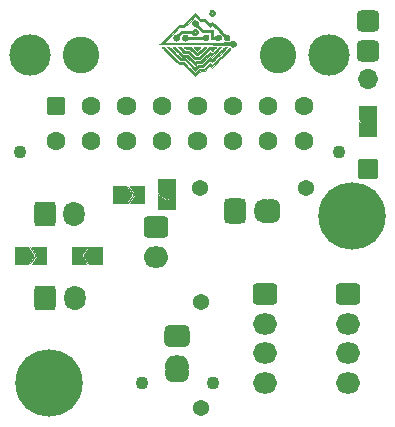
<source format=gbr>
G04 #@! TF.GenerationSoftware,KiCad,Pcbnew,5.99.0-unknown-e02bb80bf3~131~ubuntu20.10.1*
G04 #@! TF.CreationDate,2021-07-20T00:02:42+02:00*
G04 #@! TF.ProjectId,carabiner,63617261-6269-46e6-9572-2e6b69636164,rev?*
G04 #@! TF.SameCoordinates,Original*
G04 #@! TF.FileFunction,Soldermask,Bot*
G04 #@! TF.FilePolarity,Negative*
%FSLAX46Y46*%
G04 Gerber Fmt 4.6, Leading zero omitted, Abs format (unit mm)*
G04 Created by KiCad (PCBNEW 5.99.0-unknown-e02bb80bf3~131~ubuntu20.10.1) date 2021-07-20 00:02:42*
%MOMM*%
%LPD*%
G01*
G04 APERTURE LIST*
G04 Aperture macros list*
%AMRoundRect*
0 Rectangle with rounded corners*
0 $1 Rounding radius*
0 $2 $3 $4 $5 $6 $7 $8 $9 X,Y pos of 4 corners*
0 Add a 4 corners polygon primitive as box body*
4,1,4,$2,$3,$4,$5,$6,$7,$8,$9,$2,$3,0*
0 Add four circle primitives for the rounded corners*
1,1,$1+$1,$2,$3*
1,1,$1+$1,$4,$5*
1,1,$1+$1,$6,$7*
1,1,$1+$1,$8,$9*
0 Add four rect primitives between the rounded corners*
20,1,$1+$1,$2,$3,$4,$5,0*
20,1,$1+$1,$4,$5,$6,$7,0*
20,1,$1+$1,$6,$7,$8,$9,0*
20,1,$1+$1,$8,$9,$2,$3,0*%
%AMFreePoly0*
4,1,16,0.536062,0.786062,0.542435,0.778290,1.042435,0.028290,1.050010,-0.010002,1.042435,-0.028290,0.542435,-0.778290,0.510002,-0.800010,0.500000,-0.801000,-0.500000,-0.801000,-0.536062,-0.786062,-0.551000,-0.750000,-0.551000,0.750000,-0.536062,0.786062,-0.500000,0.801000,0.500000,0.801000,0.536062,0.786062,0.536062,0.786062,$1*%
%AMFreePoly1*
4,1,16,0.536062,0.786062,0.551000,0.750000,0.551000,-0.750000,0.536062,-0.786062,0.500000,-0.801000,-0.650000,-0.801000,-0.686062,-0.786062,-0.701000,-0.750000,-0.692435,-0.721710,-0.211295,0.000000,-0.692435,0.721710,-0.700010,0.760002,-0.678290,0.792435,-0.650000,0.801000,0.500000,0.801000,0.536062,0.786062,0.536062,0.786062,$1*%
G04 Aperture macros list end*
%ADD10C,0.010000*%
%ADD11RoundRect,0.051000X0.800000X-0.800000X0.800000X0.800000X-0.800000X0.800000X-0.800000X-0.800000X0*%
%ADD12O,1.702000X1.702000*%
%ADD13C,5.702000*%
%ADD14C,1.372000*%
%ADD15RoundRect,0.301001X-0.759999X0.499999X-0.759999X-0.499999X0.759999X-0.499999X0.759999X0.499999X0*%
%ADD16O,2.122000X1.602000*%
%ADD17RoundRect,0.301000X-0.750000X0.600000X-0.750000X-0.600000X0.750000X-0.600000X0.750000X0.600000X0*%
%ADD18O,2.102000X1.802000*%
%ADD19C,3.102000*%
%ADD20RoundRect,0.301001X-0.499999X-0.499999X0.499999X-0.499999X0.499999X0.499999X-0.499999X0.499999X0*%
%ADD21C,1.602000*%
%ADD22RoundRect,0.301000X-0.600000X-0.750000X0.600000X-0.750000X0.600000X0.750000X-0.600000X0.750000X0*%
%ADD23O,1.802000X2.102000*%
%ADD24RoundRect,0.301000X-0.725000X0.600000X-0.725000X-0.600000X0.725000X-0.600000X0.725000X0.600000X0*%
%ADD25O,2.052000X1.802000*%
%ADD26RoundRect,0.348500X-0.577500X0.552500X-0.577500X-0.552500X0.577500X-0.552500X0.577500X0.552500X0*%
%ADD27C,1.102000*%
%ADD28RoundRect,0.301001X-0.499999X-0.759999X0.499999X-0.759999X0.499999X0.759999X-0.499999X0.759999X0*%
%ADD29O,1.602000X2.122000*%
%ADD30C,3.512000*%
%ADD31FreePoly0,270.000000*%
%ADD32FreePoly1,270.000000*%
%ADD33FreePoly0,0.000000*%
%ADD34FreePoly1,0.000000*%
%ADD35FreePoly0,180.000000*%
%ADD36FreePoly1,180.000000*%
G04 APERTURE END LIST*
D10*
X66345722Y-37864444D02*
X66445179Y-37959967D01*
X66445179Y-37959967D02*
X66531460Y-38039086D01*
X66531460Y-38039086D02*
X66596081Y-38094286D01*
X66596081Y-38094286D02*
X66630558Y-38118053D01*
X66630558Y-38118053D02*
X66632501Y-38118444D01*
X66632501Y-38118444D02*
X66661707Y-38099253D01*
X66661707Y-38099253D02*
X66721307Y-38046873D01*
X66721307Y-38046873D02*
X66802880Y-37969096D01*
X66802880Y-37969096D02*
X66898006Y-37873714D01*
X66898006Y-37873714D02*
X66907030Y-37864444D01*
X66907030Y-37864444D02*
X67013213Y-37756896D01*
X67013213Y-37756896D02*
X67090442Y-37684416D01*
X67090442Y-37684416D02*
X67147759Y-37640336D01*
X67147759Y-37640336D02*
X67194208Y-37617985D01*
X67194208Y-37617985D02*
X67238833Y-37610695D01*
X67238833Y-37610695D02*
X67251449Y-37610444D01*
X67251449Y-37610444D02*
X67316315Y-37615938D01*
X67316315Y-37615938D02*
X67348379Y-37629426D01*
X67348379Y-37629426D02*
X67349111Y-37632071D01*
X67349111Y-37632071D02*
X67330105Y-37658370D01*
X67330105Y-37658370D02*
X67277612Y-37716992D01*
X67277612Y-37716992D02*
X67198416Y-37800710D01*
X67198416Y-37800710D02*
X67099300Y-37902297D01*
X67099300Y-37902297D02*
X67031169Y-37970738D01*
X67031169Y-37970738D02*
X66892974Y-38107636D01*
X66892974Y-38107636D02*
X66785586Y-38205761D01*
X66785586Y-38205761D02*
X66699195Y-38265532D01*
X66699195Y-38265532D02*
X66623989Y-38287368D01*
X66623989Y-38287368D02*
X66550156Y-38271688D01*
X66550156Y-38271688D02*
X66467887Y-38218910D01*
X66467887Y-38218910D02*
X66367368Y-38129455D01*
X66367368Y-38129455D02*
X66239610Y-38004551D01*
X66239610Y-38004551D02*
X65952111Y-37721325D01*
X65952111Y-37721325D02*
X65776872Y-37726739D01*
X65776872Y-37726739D02*
X65644963Y-37720849D01*
X65644963Y-37720849D02*
X65556701Y-37694830D01*
X65556701Y-37694830D02*
X65516632Y-37650270D01*
X65516632Y-37650270D02*
X65514666Y-37635211D01*
X65514666Y-37635211D02*
X65540906Y-37624878D01*
X65540906Y-37624878D02*
X65611714Y-37616659D01*
X65611714Y-37616659D02*
X65715225Y-37611580D01*
X65715225Y-37611580D02*
X65800690Y-37610444D01*
X65800690Y-37610444D02*
X66086714Y-37610444D01*
X66086714Y-37610444D02*
X66345722Y-37864444D01*
X66345722Y-37864444D02*
X66345722Y-37864444D01*
G36*
X66345722Y-37864444D02*
G01*
X66445179Y-37959967D01*
X66531460Y-38039086D01*
X66596081Y-38094286D01*
X66630558Y-38118053D01*
X66632501Y-38118444D01*
X66661707Y-38099253D01*
X66721307Y-38046873D01*
X66802880Y-37969096D01*
X66898006Y-37873714D01*
X66907030Y-37864444D01*
X67013213Y-37756896D01*
X67090442Y-37684416D01*
X67147759Y-37640336D01*
X67194208Y-37617985D01*
X67238833Y-37610695D01*
X67251449Y-37610444D01*
X67316315Y-37615938D01*
X67348379Y-37629426D01*
X67349111Y-37632071D01*
X67330105Y-37658370D01*
X67277612Y-37716992D01*
X67198416Y-37800710D01*
X67099300Y-37902297D01*
X67031169Y-37970738D01*
X66892974Y-38107636D01*
X66785586Y-38205761D01*
X66699195Y-38265532D01*
X66623989Y-38287368D01*
X66550156Y-38271688D01*
X66467887Y-38218910D01*
X66367368Y-38129455D01*
X66239610Y-38004551D01*
X65952111Y-37721325D01*
X65776872Y-37726739D01*
X65644963Y-37720849D01*
X65556701Y-37694830D01*
X65516632Y-37650270D01*
X65514666Y-37635211D01*
X65540906Y-37624878D01*
X65611714Y-37616659D01*
X65715225Y-37611580D01*
X65800690Y-37610444D01*
X66086714Y-37610444D01*
X66345722Y-37864444D01*
G37*
X66345722Y-37864444D02*
X66445179Y-37959967D01*
X66531460Y-38039086D01*
X66596081Y-38094286D01*
X66630558Y-38118053D01*
X66632501Y-38118444D01*
X66661707Y-38099253D01*
X66721307Y-38046873D01*
X66802880Y-37969096D01*
X66898006Y-37873714D01*
X66907030Y-37864444D01*
X67013213Y-37756896D01*
X67090442Y-37684416D01*
X67147759Y-37640336D01*
X67194208Y-37617985D01*
X67238833Y-37610695D01*
X67251449Y-37610444D01*
X67316315Y-37615938D01*
X67348379Y-37629426D01*
X67349111Y-37632071D01*
X67330105Y-37658370D01*
X67277612Y-37716992D01*
X67198416Y-37800710D01*
X67099300Y-37902297D01*
X67031169Y-37970738D01*
X66892974Y-38107636D01*
X66785586Y-38205761D01*
X66699195Y-38265532D01*
X66623989Y-38287368D01*
X66550156Y-38271688D01*
X66467887Y-38218910D01*
X66367368Y-38129455D01*
X66239610Y-38004551D01*
X65952111Y-37721325D01*
X65776872Y-37726739D01*
X65644963Y-37720849D01*
X65556701Y-37694830D01*
X65516632Y-37650270D01*
X65514666Y-37635211D01*
X65540906Y-37624878D01*
X65611714Y-37616659D01*
X65715225Y-37611580D01*
X65800690Y-37610444D01*
X66086714Y-37610444D01*
X66345722Y-37864444D01*
X65726039Y-36582984D02*
X65773008Y-36622666D01*
X65773008Y-36622666D02*
X65857675Y-36707333D01*
X65857675Y-36707333D02*
X67062547Y-36707333D01*
X67062547Y-36707333D02*
X67147213Y-36622666D01*
X67147213Y-36622666D02*
X67242088Y-36557956D01*
X67242088Y-36557956D02*
X67339147Y-36540321D01*
X67339147Y-36540321D02*
X67429719Y-36561830D01*
X67429719Y-36561830D02*
X67505132Y-36614552D01*
X67505132Y-36614552D02*
X67556717Y-36690554D01*
X67556717Y-36690554D02*
X67575800Y-36781905D01*
X67575800Y-36781905D02*
X67553711Y-36880673D01*
X67553711Y-36880673D02*
X67507328Y-36952062D01*
X67507328Y-36952062D02*
X67420534Y-37015513D01*
X67420534Y-37015513D02*
X67317936Y-37036161D01*
X67317936Y-37036161D02*
X67217319Y-37013930D01*
X67217319Y-37013930D02*
X67140253Y-36953636D01*
X67140253Y-36953636D02*
X67078879Y-36876666D01*
X67078879Y-36876666D02*
X66451995Y-36876666D01*
X66451995Y-36876666D02*
X66225383Y-36877939D01*
X66225383Y-36877939D02*
X66047441Y-36881697D01*
X66047441Y-36881697D02*
X65920175Y-36887849D01*
X65920175Y-36887849D02*
X65845590Y-36896302D01*
X65845590Y-36896302D02*
X65825111Y-36905303D01*
X65825111Y-36905303D02*
X65802214Y-36938607D01*
X65802214Y-36938607D02*
X65746766Y-36980646D01*
X65746766Y-36980646D02*
X65678628Y-37019212D01*
X65678628Y-37019212D02*
X65617662Y-37042094D01*
X65617662Y-37042094D02*
X65599333Y-37044105D01*
X65599333Y-37044105D02*
X65539398Y-37032457D01*
X65539398Y-37032457D02*
X65496519Y-37018015D01*
X65496519Y-37018015D02*
X65409213Y-36955889D01*
X65409213Y-36955889D02*
X65359122Y-36864841D01*
X65359122Y-36864841D02*
X65351063Y-36779743D01*
X65351063Y-36779743D02*
X65522075Y-36779743D01*
X65522075Y-36779743D02*
X65543187Y-36834692D01*
X65543187Y-36834692D02*
X65576214Y-36869754D01*
X65576214Y-36869754D02*
X65602545Y-36866816D01*
X65602545Y-36866816D02*
X65640625Y-36831343D01*
X65640625Y-36831343D02*
X65669584Y-36786399D01*
X65669584Y-36786399D02*
X67267164Y-36786399D01*
X67267164Y-36786399D02*
X67274650Y-36834333D01*
X67274650Y-36834333D02*
X67307704Y-36873404D01*
X67307704Y-36873404D02*
X67353586Y-36858556D01*
X67353586Y-36858556D02*
X67377035Y-36834692D01*
X67377035Y-36834692D02*
X67398470Y-36778317D01*
X67398470Y-36778317D02*
X67381502Y-36728293D01*
X67381502Y-36728293D02*
X67335000Y-36707333D01*
X67335000Y-36707333D02*
X67287772Y-36730728D01*
X67287772Y-36730728D02*
X67267164Y-36786399D01*
X67267164Y-36786399D02*
X65669584Y-36786399D01*
X65669584Y-36786399D02*
X65669674Y-36786260D01*
X65669674Y-36786260D02*
X65653296Y-36746676D01*
X65653296Y-36746676D02*
X65604791Y-36712494D01*
X65604791Y-36712494D02*
X65580881Y-36707333D01*
X65580881Y-36707333D02*
X65536865Y-36729350D01*
X65536865Y-36729350D02*
X65522075Y-36779743D01*
X65522075Y-36779743D02*
X65351063Y-36779743D01*
X65351063Y-36779743D02*
X65349274Y-36760861D01*
X65349274Y-36760861D02*
X65382696Y-36659938D01*
X65382696Y-36659938D02*
X65419737Y-36612404D01*
X65419737Y-36612404D02*
X65517015Y-36548656D01*
X65517015Y-36548656D02*
X65621804Y-36538927D01*
X65621804Y-36538927D02*
X65726039Y-36582984D01*
X65726039Y-36582984D02*
X65726039Y-36582984D01*
G36*
X65382696Y-36659938D02*
G01*
X65419737Y-36612404D01*
X65517015Y-36548656D01*
X65621804Y-36538927D01*
X65726039Y-36582984D01*
X65773008Y-36622666D01*
X65857675Y-36707333D01*
X67062547Y-36707333D01*
X67147213Y-36622666D01*
X67242088Y-36557956D01*
X67339147Y-36540321D01*
X67429719Y-36561830D01*
X67505132Y-36614552D01*
X67556717Y-36690554D01*
X67575800Y-36781905D01*
X67553711Y-36880673D01*
X67507328Y-36952062D01*
X67420534Y-37015513D01*
X67317936Y-37036161D01*
X67217319Y-37013930D01*
X67140253Y-36953636D01*
X67078879Y-36876666D01*
X66451995Y-36876666D01*
X66225383Y-36877939D01*
X66047441Y-36881697D01*
X65920175Y-36887849D01*
X65845590Y-36896302D01*
X65825111Y-36905303D01*
X65802214Y-36938607D01*
X65746766Y-36980646D01*
X65678628Y-37019212D01*
X65617662Y-37042094D01*
X65599333Y-37044105D01*
X65539398Y-37032457D01*
X65496519Y-37018015D01*
X65409213Y-36955889D01*
X65359122Y-36864841D01*
X65351063Y-36779743D01*
X65522075Y-36779743D01*
X65543187Y-36834692D01*
X65576214Y-36869754D01*
X65602545Y-36866816D01*
X65640625Y-36831343D01*
X65669584Y-36786399D01*
X67267164Y-36786399D01*
X67274650Y-36834333D01*
X67307704Y-36873404D01*
X67353586Y-36858556D01*
X67377035Y-36834692D01*
X67398470Y-36778317D01*
X67381502Y-36728293D01*
X67335000Y-36707333D01*
X67287772Y-36730728D01*
X67267164Y-36786399D01*
X65669584Y-36786399D01*
X65669674Y-36786260D01*
X65653296Y-36746676D01*
X65604791Y-36712494D01*
X65580881Y-36707333D01*
X65536865Y-36729350D01*
X65522075Y-36779743D01*
X65351063Y-36779743D01*
X65349274Y-36760861D01*
X65382696Y-36659938D01*
G37*
X65382696Y-36659938D02*
X65419737Y-36612404D01*
X65517015Y-36548656D01*
X65621804Y-36538927D01*
X65726039Y-36582984D01*
X65773008Y-36622666D01*
X65857675Y-36707333D01*
X67062547Y-36707333D01*
X67147213Y-36622666D01*
X67242088Y-36557956D01*
X67339147Y-36540321D01*
X67429719Y-36561830D01*
X67505132Y-36614552D01*
X67556717Y-36690554D01*
X67575800Y-36781905D01*
X67553711Y-36880673D01*
X67507328Y-36952062D01*
X67420534Y-37015513D01*
X67317936Y-37036161D01*
X67217319Y-37013930D01*
X67140253Y-36953636D01*
X67078879Y-36876666D01*
X66451995Y-36876666D01*
X66225383Y-36877939D01*
X66047441Y-36881697D01*
X65920175Y-36887849D01*
X65845590Y-36896302D01*
X65825111Y-36905303D01*
X65802214Y-36938607D01*
X65746766Y-36980646D01*
X65678628Y-37019212D01*
X65617662Y-37042094D01*
X65599333Y-37044105D01*
X65539398Y-37032457D01*
X65496519Y-37018015D01*
X65409213Y-36955889D01*
X65359122Y-36864841D01*
X65351063Y-36779743D01*
X65522075Y-36779743D01*
X65543187Y-36834692D01*
X65576214Y-36869754D01*
X65602545Y-36866816D01*
X65640625Y-36831343D01*
X65669584Y-36786399D01*
X67267164Y-36786399D01*
X67274650Y-36834333D01*
X67307704Y-36873404D01*
X67353586Y-36858556D01*
X67377035Y-36834692D01*
X67398470Y-36778317D01*
X67381502Y-36728293D01*
X67335000Y-36707333D01*
X67287772Y-36730728D01*
X67267164Y-36786399D01*
X65669584Y-36786399D01*
X65669674Y-36786260D01*
X65653296Y-36746676D01*
X65604791Y-36712494D01*
X65580881Y-36707333D01*
X65536865Y-36729350D01*
X65522075Y-36779743D01*
X65351063Y-36779743D01*
X65349274Y-36760861D01*
X65382696Y-36659938D01*
X66542877Y-36105784D02*
X66619512Y-36162280D01*
X66619512Y-36162280D02*
X66669601Y-36243864D01*
X66669601Y-36243864D02*
X66682748Y-36343286D01*
X66682748Y-36343286D02*
X66656613Y-36437455D01*
X66656613Y-36437455D02*
X66589199Y-36522822D01*
X66589199Y-36522822D02*
X66496377Y-36569141D01*
X66496377Y-36569141D02*
X66394088Y-36574022D01*
X66394088Y-36574022D02*
X66298274Y-36535076D01*
X66298274Y-36535076D02*
X66256853Y-36497355D01*
X66256853Y-36497355D02*
X66232018Y-36470250D01*
X66232018Y-36470250D02*
X66205391Y-36450946D01*
X66205391Y-36450946D02*
X66167638Y-36438120D01*
X66167638Y-36438120D02*
X66109426Y-36430447D01*
X66109426Y-36430447D02*
X66021418Y-36426604D01*
X66021418Y-36426604D02*
X65894281Y-36425267D01*
X65894281Y-36425267D02*
X65747526Y-36425111D01*
X65747526Y-36425111D02*
X65300344Y-36425111D01*
X65300344Y-36425111D02*
X65190157Y-36537952D01*
X65190157Y-36537952D02*
X65125072Y-36610648D01*
X65125072Y-36610648D02*
X65093289Y-36669343D01*
X65093289Y-36669343D02*
X65084838Y-36736278D01*
X65084838Y-36736278D02*
X65085779Y-36770785D01*
X65085779Y-36770785D02*
X65075291Y-36886515D01*
X65075291Y-36886515D02*
X65026616Y-36965828D01*
X65026616Y-36965828D02*
X64939029Y-37016668D01*
X64939029Y-37016668D02*
X64873180Y-37038803D01*
X64873180Y-37038803D02*
X64828504Y-37040520D01*
X64828504Y-37040520D02*
X64780889Y-37026068D01*
X64780889Y-37026068D02*
X64688969Y-36968864D01*
X64688969Y-36968864D02*
X64633506Y-36886540D01*
X64633506Y-36886540D02*
X64612963Y-36791667D01*
X64612963Y-36791667D02*
X64613165Y-36790168D01*
X64613165Y-36790168D02*
X64783364Y-36790168D01*
X64783364Y-36790168D02*
X64797265Y-36837977D01*
X64797265Y-36837977D02*
X64810830Y-36849507D01*
X64810830Y-36849507D02*
X64869125Y-36861118D01*
X64869125Y-36861118D02*
X64909653Y-36829160D01*
X64909653Y-36829160D02*
X64916436Y-36781352D01*
X64916436Y-36781352D02*
X64887346Y-36730879D01*
X64887346Y-36730879D02*
X64851831Y-36721444D01*
X64851831Y-36721444D02*
X64804263Y-36742858D01*
X64804263Y-36742858D02*
X64783364Y-36790168D01*
X64783364Y-36790168D02*
X64613165Y-36790168D01*
X64613165Y-36790168D02*
X64625804Y-36696817D01*
X64625804Y-36696817D02*
X64670490Y-36614565D01*
X64670490Y-36614565D02*
X64745486Y-36557481D01*
X64745486Y-36557481D02*
X64840554Y-36538000D01*
X64840554Y-36538000D02*
X64900231Y-36528357D01*
X64900231Y-36528357D02*
X64964286Y-36494207D01*
X64964286Y-36494207D02*
X65045597Y-36427715D01*
X65045597Y-36427715D02*
X65090258Y-36386100D01*
X65090258Y-36386100D02*
X65153286Y-36325981D01*
X65153286Y-36325981D02*
X66365647Y-36325981D01*
X66365647Y-36325981D02*
X66372858Y-36357992D01*
X66372858Y-36357992D02*
X66406817Y-36390838D01*
X66406817Y-36390838D02*
X66452699Y-36384517D01*
X66452699Y-36384517D02*
X66489406Y-36345641D01*
X66489406Y-36345641D02*
X66497351Y-36318989D01*
X66497351Y-36318989D02*
X66491781Y-36269261D01*
X66491781Y-36269261D02*
X66449628Y-36255777D01*
X66449628Y-36255777D02*
X66386335Y-36275042D01*
X66386335Y-36275042D02*
X66365647Y-36325981D01*
X66365647Y-36325981D02*
X65153286Y-36325981D01*
X65153286Y-36325981D02*
X65249508Y-36234201D01*
X65249508Y-36234201D02*
X65717157Y-36233192D01*
X65717157Y-36233192D02*
X65889571Y-36232583D01*
X65889571Y-36232583D02*
X66014808Y-36230769D01*
X66014808Y-36230769D02*
X66102134Y-36226486D01*
X66102134Y-36226486D02*
X66160817Y-36218465D01*
X66160817Y-36218465D02*
X66200123Y-36205441D01*
X66200123Y-36205441D02*
X66229319Y-36186147D01*
X66229319Y-36186147D02*
X66257674Y-36159316D01*
X66257674Y-36159316D02*
X66257676Y-36159313D01*
X66257676Y-36159313D02*
X66351561Y-36097051D01*
X66351561Y-36097051D02*
X66450094Y-36081625D01*
X66450094Y-36081625D02*
X66542877Y-36105784D01*
X66542877Y-36105784D02*
X66542877Y-36105784D01*
G36*
X64670490Y-36614565D02*
G01*
X64745486Y-36557481D01*
X64840554Y-36538000D01*
X64900231Y-36528357D01*
X64964286Y-36494207D01*
X65045597Y-36427715D01*
X65090258Y-36386100D01*
X65153286Y-36325981D01*
X66365647Y-36325981D01*
X66372858Y-36357992D01*
X66406817Y-36390838D01*
X66452699Y-36384517D01*
X66489406Y-36345641D01*
X66497351Y-36318989D01*
X66491781Y-36269261D01*
X66449628Y-36255777D01*
X66386335Y-36275042D01*
X66365647Y-36325981D01*
X65153286Y-36325981D01*
X65249508Y-36234201D01*
X65717157Y-36233192D01*
X65889571Y-36232583D01*
X66014808Y-36230769D01*
X66102134Y-36226486D01*
X66160817Y-36218465D01*
X66200123Y-36205441D01*
X66229319Y-36186147D01*
X66257674Y-36159316D01*
X66257676Y-36159313D01*
X66351561Y-36097051D01*
X66450094Y-36081625D01*
X66542877Y-36105784D01*
X66619512Y-36162280D01*
X66669601Y-36243864D01*
X66682748Y-36343286D01*
X66656613Y-36437455D01*
X66589199Y-36522822D01*
X66496377Y-36569141D01*
X66394088Y-36574022D01*
X66298274Y-36535076D01*
X66256853Y-36497355D01*
X66232018Y-36470250D01*
X66205391Y-36450946D01*
X66167638Y-36438120D01*
X66109426Y-36430447D01*
X66021418Y-36426604D01*
X65894281Y-36425267D01*
X65747526Y-36425111D01*
X65300344Y-36425111D01*
X65190157Y-36537952D01*
X65125072Y-36610648D01*
X65093289Y-36669343D01*
X65084838Y-36736278D01*
X65085779Y-36770785D01*
X65075291Y-36886515D01*
X65026616Y-36965828D01*
X64939029Y-37016668D01*
X64873180Y-37038803D01*
X64828504Y-37040520D01*
X64780889Y-37026068D01*
X64688969Y-36968864D01*
X64633506Y-36886540D01*
X64612963Y-36791667D01*
X64613165Y-36790168D01*
X64783364Y-36790168D01*
X64797265Y-36837977D01*
X64810830Y-36849507D01*
X64869125Y-36861118D01*
X64909653Y-36829160D01*
X64916436Y-36781352D01*
X64887346Y-36730879D01*
X64851831Y-36721444D01*
X64804263Y-36742858D01*
X64783364Y-36790168D01*
X64613165Y-36790168D01*
X64625804Y-36696817D01*
X64670490Y-36614565D01*
G37*
X64670490Y-36614565D02*
X64745486Y-36557481D01*
X64840554Y-36538000D01*
X64900231Y-36528357D01*
X64964286Y-36494207D01*
X65045597Y-36427715D01*
X65090258Y-36386100D01*
X65153286Y-36325981D01*
X66365647Y-36325981D01*
X66372858Y-36357992D01*
X66406817Y-36390838D01*
X66452699Y-36384517D01*
X66489406Y-36345641D01*
X66497351Y-36318989D01*
X66491781Y-36269261D01*
X66449628Y-36255777D01*
X66386335Y-36275042D01*
X66365647Y-36325981D01*
X65153286Y-36325981D01*
X65249508Y-36234201D01*
X65717157Y-36233192D01*
X65889571Y-36232583D01*
X66014808Y-36230769D01*
X66102134Y-36226486D01*
X66160817Y-36218465D01*
X66200123Y-36205441D01*
X66229319Y-36186147D01*
X66257674Y-36159316D01*
X66257676Y-36159313D01*
X66351561Y-36097051D01*
X66450094Y-36081625D01*
X66542877Y-36105784D01*
X66619512Y-36162280D01*
X66669601Y-36243864D01*
X66682748Y-36343286D01*
X66656613Y-36437455D01*
X66589199Y-36522822D01*
X66496377Y-36569141D01*
X66394088Y-36574022D01*
X66298274Y-36535076D01*
X66256853Y-36497355D01*
X66232018Y-36470250D01*
X66205391Y-36450946D01*
X66167638Y-36438120D01*
X66109426Y-36430447D01*
X66021418Y-36426604D01*
X65894281Y-36425267D01*
X65747526Y-36425111D01*
X65300344Y-36425111D01*
X65190157Y-36537952D01*
X65125072Y-36610648D01*
X65093289Y-36669343D01*
X65084838Y-36736278D01*
X65085779Y-36770785D01*
X65075291Y-36886515D01*
X65026616Y-36965828D01*
X64939029Y-37016668D01*
X64873180Y-37038803D01*
X64828504Y-37040520D01*
X64780889Y-37026068D01*
X64688969Y-36968864D01*
X64633506Y-36886540D01*
X64612963Y-36791667D01*
X64613165Y-36790168D01*
X64783364Y-36790168D01*
X64797265Y-36837977D01*
X64810830Y-36849507D01*
X64869125Y-36861118D01*
X64909653Y-36829160D01*
X64916436Y-36781352D01*
X64887346Y-36730879D01*
X64851831Y-36721444D01*
X64804263Y-36742858D01*
X64783364Y-36790168D01*
X64613165Y-36790168D01*
X64625804Y-36696817D01*
X64670490Y-36614565D01*
X64270273Y-37618361D02*
X64306648Y-37633787D01*
X64306648Y-37633787D02*
X64352113Y-37664778D01*
X64352113Y-37664778D02*
X64412553Y-37716005D01*
X64412553Y-37716005D02*
X64493852Y-37792143D01*
X64493852Y-37792143D02*
X64601893Y-37897864D01*
X64601893Y-37897864D02*
X64742561Y-38037840D01*
X64742561Y-38037840D02*
X64779462Y-38074686D01*
X64779462Y-38074686D02*
X65248288Y-38542903D01*
X65248288Y-38542903D02*
X65430866Y-38544541D01*
X65430866Y-38544541D02*
X65613444Y-38546180D01*
X65613444Y-38546180D02*
X66023431Y-38953623D01*
X66023431Y-38953623D02*
X66433418Y-39361067D01*
X66433418Y-39361067D02*
X66558474Y-39233644D01*
X66558474Y-39233644D02*
X66627865Y-39165511D01*
X66627865Y-39165511D02*
X66681391Y-39127393D01*
X66681391Y-39127393D02*
X66740420Y-39110575D01*
X66740420Y-39110575D02*
X66826322Y-39106343D01*
X66826322Y-39106343D02*
X66870934Y-39106222D01*
X66870934Y-39106222D02*
X67058338Y-39106222D01*
X67058338Y-39106222D02*
X67378658Y-38781558D01*
X67378658Y-38781558D02*
X67698979Y-38456895D01*
X67698979Y-38456895D02*
X67792783Y-38547813D01*
X67792783Y-38547813D02*
X67886586Y-38638731D01*
X67886586Y-38638731D02*
X68403285Y-38122599D01*
X68403285Y-38122599D02*
X68560317Y-37965972D01*
X68560317Y-37965972D02*
X68682984Y-37844839D01*
X68682984Y-37844839D02*
X68776798Y-37754744D01*
X68776798Y-37754744D02*
X68847271Y-37691232D01*
X68847271Y-37691232D02*
X68899912Y-37649847D01*
X68899912Y-37649847D02*
X68940235Y-37626135D01*
X68940235Y-37626135D02*
X68973751Y-37615640D01*
X68973751Y-37615640D02*
X69005970Y-37613907D01*
X69005970Y-37613907D02*
X69030578Y-37615511D01*
X69030578Y-37615511D02*
X69141173Y-37624555D01*
X69141173Y-37624555D02*
X68525065Y-38231333D01*
X68525065Y-38231333D02*
X68371260Y-38382413D01*
X68371260Y-38382413D02*
X68230157Y-38520257D01*
X68230157Y-38520257D02*
X68106820Y-38639979D01*
X68106820Y-38639979D02*
X68006313Y-38736691D01*
X68006313Y-38736691D02*
X67933700Y-38805506D01*
X67933700Y-38805506D02*
X67894046Y-38841536D01*
X67894046Y-38841536D02*
X67888463Y-38845708D01*
X67888463Y-38845708D02*
X67857438Y-38832383D01*
X67857438Y-38832383D02*
X67808426Y-38789758D01*
X67808426Y-38789758D02*
X67801176Y-38782208D01*
X67801176Y-38782208D02*
X67747695Y-38734033D01*
X67747695Y-38734033D02*
X67706341Y-38711364D01*
X67706341Y-38711364D02*
X67703495Y-38711111D01*
X67703495Y-38711111D02*
X67673416Y-38730140D01*
X67673416Y-38730140D02*
X67612020Y-38782389D01*
X67612020Y-38782389D02*
X67527328Y-38860604D01*
X67527328Y-38860604D02*
X67427365Y-38957527D01*
X67427365Y-38957527D02*
X67391444Y-38993333D01*
X67391444Y-38993333D02*
X67110281Y-39275555D01*
X67110281Y-39275555D02*
X66743970Y-39275555D01*
X66743970Y-39275555D02*
X66430732Y-39585525D01*
X66430732Y-39585525D02*
X65994207Y-39148318D01*
X65994207Y-39148318D02*
X65557683Y-38711111D01*
X65557683Y-38711111D02*
X65190111Y-38710009D01*
X65190111Y-38710009D02*
X64640996Y-38167282D01*
X64640996Y-38167282D02*
X64091880Y-37624555D01*
X64091880Y-37624555D02*
X64201258Y-37615512D01*
X64201258Y-37615512D02*
X64237105Y-37613827D01*
X64237105Y-37613827D02*
X64270273Y-37618361D01*
X64270273Y-37618361D02*
X64270273Y-37618361D01*
G36*
X64270273Y-37618361D02*
G01*
X64306648Y-37633787D01*
X64352113Y-37664778D01*
X64412553Y-37716005D01*
X64493852Y-37792143D01*
X64601893Y-37897864D01*
X64742561Y-38037840D01*
X64779462Y-38074686D01*
X65248288Y-38542903D01*
X65430866Y-38544541D01*
X65613444Y-38546180D01*
X66023431Y-38953623D01*
X66433418Y-39361067D01*
X66558474Y-39233644D01*
X66627865Y-39165511D01*
X66681391Y-39127393D01*
X66740420Y-39110575D01*
X66826322Y-39106343D01*
X66870934Y-39106222D01*
X67058338Y-39106222D01*
X67378658Y-38781558D01*
X67698979Y-38456895D01*
X67792783Y-38547813D01*
X67886586Y-38638731D01*
X68403285Y-38122599D01*
X68560317Y-37965972D01*
X68682984Y-37844839D01*
X68776798Y-37754744D01*
X68847271Y-37691232D01*
X68899912Y-37649847D01*
X68940235Y-37626135D01*
X68973751Y-37615640D01*
X69005970Y-37613907D01*
X69030578Y-37615511D01*
X69141173Y-37624555D01*
X68525065Y-38231333D01*
X68371260Y-38382413D01*
X68230157Y-38520257D01*
X68106820Y-38639979D01*
X68006313Y-38736691D01*
X67933700Y-38805506D01*
X67894046Y-38841536D01*
X67888463Y-38845708D01*
X67857438Y-38832383D01*
X67808426Y-38789758D01*
X67801176Y-38782208D01*
X67747695Y-38734033D01*
X67706341Y-38711364D01*
X67703495Y-38711111D01*
X67673416Y-38730140D01*
X67612020Y-38782389D01*
X67527328Y-38860604D01*
X67427365Y-38957527D01*
X67391444Y-38993333D01*
X67110281Y-39275555D01*
X66743970Y-39275555D01*
X66430732Y-39585525D01*
X65994207Y-39148318D01*
X65557683Y-38711111D01*
X65190111Y-38710009D01*
X64640996Y-38167282D01*
X64091880Y-37624555D01*
X64201258Y-37615512D01*
X64237105Y-37613827D01*
X64270273Y-37618361D01*
G37*
X64270273Y-37618361D02*
X64306648Y-37633787D01*
X64352113Y-37664778D01*
X64412553Y-37716005D01*
X64493852Y-37792143D01*
X64601893Y-37897864D01*
X64742561Y-38037840D01*
X64779462Y-38074686D01*
X65248288Y-38542903D01*
X65430866Y-38544541D01*
X65613444Y-38546180D01*
X66023431Y-38953623D01*
X66433418Y-39361067D01*
X66558474Y-39233644D01*
X66627865Y-39165511D01*
X66681391Y-39127393D01*
X66740420Y-39110575D01*
X66826322Y-39106343D01*
X66870934Y-39106222D01*
X67058338Y-39106222D01*
X67378658Y-38781558D01*
X67698979Y-38456895D01*
X67792783Y-38547813D01*
X67886586Y-38638731D01*
X68403285Y-38122599D01*
X68560317Y-37965972D01*
X68682984Y-37844839D01*
X68776798Y-37754744D01*
X68847271Y-37691232D01*
X68899912Y-37649847D01*
X68940235Y-37626135D01*
X68973751Y-37615640D01*
X69005970Y-37613907D01*
X69030578Y-37615511D01*
X69141173Y-37624555D01*
X68525065Y-38231333D01*
X68371260Y-38382413D01*
X68230157Y-38520257D01*
X68106820Y-38639979D01*
X68006313Y-38736691D01*
X67933700Y-38805506D01*
X67894046Y-38841536D01*
X67888463Y-38845708D01*
X67857438Y-38832383D01*
X67808426Y-38789758D01*
X67801176Y-38782208D01*
X67747695Y-38734033D01*
X67706341Y-38711364D01*
X67703495Y-38711111D01*
X67673416Y-38730140D01*
X67612020Y-38782389D01*
X67527328Y-38860604D01*
X67427365Y-38957527D01*
X67391444Y-38993333D01*
X67110281Y-39275555D01*
X66743970Y-39275555D01*
X66430732Y-39585525D01*
X65994207Y-39148318D01*
X65557683Y-38711111D01*
X65190111Y-38710009D01*
X64640996Y-38167282D01*
X64091880Y-37624555D01*
X64201258Y-37615512D01*
X64237105Y-37613827D01*
X64270273Y-37618361D01*
X66666613Y-34955839D02*
X66895948Y-35183333D01*
X66895948Y-35183333D02*
X67272365Y-35183333D01*
X67272365Y-35183333D02*
X67480626Y-35395000D01*
X67480626Y-35395000D02*
X67568548Y-35482289D01*
X67568548Y-35482289D02*
X67642716Y-35552076D01*
X67642716Y-35552076D02*
X67693907Y-35595909D01*
X67693907Y-35595909D02*
X67711635Y-35606666D01*
X67711635Y-35606666D02*
X67744589Y-35587965D01*
X67744589Y-35587965D02*
X67794746Y-35542319D01*
X67794746Y-35542319D02*
X67800666Y-35536111D01*
X67800666Y-35536111D02*
X67851925Y-35488351D01*
X67851925Y-35488351D02*
X67888688Y-35465818D01*
X67888688Y-35465818D02*
X67891015Y-35465555D01*
X67891015Y-35465555D02*
X67916631Y-35484682D01*
X67916631Y-35484682D02*
X67976662Y-35538619D01*
X67976662Y-35538619D02*
X68065674Y-35622199D01*
X68065674Y-35622199D02*
X68178234Y-35730256D01*
X68178234Y-35730256D02*
X68308908Y-35857622D01*
X68308908Y-35857622D02*
X68452263Y-35999132D01*
X68452263Y-35999132D02*
X68454926Y-36001777D01*
X68454926Y-36001777D02*
X68617066Y-36162404D01*
X68617066Y-36162404D02*
X68744772Y-36287407D01*
X68744772Y-36287407D02*
X68843374Y-36381223D01*
X68843374Y-36381223D02*
X68918201Y-36448287D01*
X68918201Y-36448287D02*
X68974584Y-36493037D01*
X68974584Y-36493037D02*
X69017852Y-36519907D01*
X69017852Y-36519907D02*
X69053335Y-36533336D01*
X69053335Y-36533336D02*
X69086363Y-36537758D01*
X69086363Y-36537758D02*
X69099154Y-36538000D01*
X69099154Y-36538000D02*
X69211388Y-36559651D01*
X69211388Y-36559651D02*
X69291844Y-36616731D01*
X69291844Y-36616731D02*
X69339635Y-36697426D01*
X69339635Y-36697426D02*
X69353876Y-36789923D01*
X69353876Y-36789923D02*
X69333678Y-36882411D01*
X69333678Y-36882411D02*
X69278156Y-36963075D01*
X69278156Y-36963075D02*
X69186424Y-37020104D01*
X69186424Y-37020104D02*
X69136400Y-37034264D01*
X69136400Y-37034264D02*
X69069806Y-37037587D01*
X69069806Y-37037587D02*
X69009244Y-37010892D01*
X69009244Y-37010892D02*
X68955245Y-36967291D01*
X68955245Y-36967291D02*
X68893570Y-36902651D01*
X68893570Y-36902651D02*
X68867936Y-36840735D01*
X68867936Y-36840735D02*
X68865991Y-36790168D01*
X68865991Y-36790168D02*
X69044920Y-36790168D01*
X69044920Y-36790168D02*
X69058821Y-36837977D01*
X69058821Y-36837977D02*
X69072386Y-36849507D01*
X69072386Y-36849507D02*
X69130680Y-36861118D01*
X69130680Y-36861118D02*
X69171209Y-36829160D01*
X69171209Y-36829160D02*
X69177992Y-36781352D01*
X69177992Y-36781352D02*
X69148901Y-36730879D01*
X69148901Y-36730879D02*
X69113386Y-36721444D01*
X69113386Y-36721444D02*
X69065819Y-36742858D01*
X69065819Y-36742858D02*
X69044920Y-36790168D01*
X69044920Y-36790168D02*
X68865991Y-36790168D01*
X68865991Y-36790168D02*
X68865291Y-36771984D01*
X68865291Y-36771984D02*
X68865292Y-36735995D01*
X68865292Y-36735995D02*
X68859088Y-36702191D01*
X68859088Y-36702191D02*
X68842037Y-36664825D01*
X68842037Y-36664825D02*
X68809498Y-36618151D01*
X68809498Y-36618151D02*
X68756827Y-36556422D01*
X68756827Y-36556422D02*
X68679382Y-36473892D01*
X68679382Y-36473892D02*
X68572521Y-36364815D01*
X68572521Y-36364815D02*
X68431601Y-36223443D01*
X68431601Y-36223443D02*
X68382560Y-36174444D01*
X68382560Y-36174444D02*
X67895403Y-35687884D01*
X67895403Y-35687884D02*
X67805136Y-35780211D01*
X67805136Y-35780211D02*
X67714870Y-35872537D01*
X67714870Y-35872537D02*
X67453849Y-35612602D01*
X67453849Y-35612602D02*
X67192828Y-35352666D01*
X67192828Y-35352666D02*
X66820456Y-35352666D01*
X66820456Y-35352666D02*
X66632675Y-35163030D01*
X66632675Y-35163030D02*
X66444893Y-34973394D01*
X66444893Y-34973394D02*
X65972422Y-35445252D01*
X65972422Y-35445252D02*
X65499950Y-35917111D01*
X65499950Y-35917111D02*
X65107931Y-35917111D01*
X65107931Y-35917111D02*
X64457577Y-36566054D01*
X64457577Y-36566054D02*
X63807222Y-37214998D01*
X63807222Y-37214998D02*
X66605258Y-37215165D01*
X66605258Y-37215165D02*
X67069100Y-37215118D01*
X67069100Y-37215118D02*
X67479681Y-37214884D01*
X67479681Y-37214884D02*
X67840187Y-37214416D01*
X67840187Y-37214416D02*
X68153802Y-37213667D01*
X68153802Y-37213667D02*
X68423710Y-37212588D01*
X68423710Y-37212588D02*
X68653095Y-37211132D01*
X68653095Y-37211132D02*
X68845143Y-37209251D01*
X68845143Y-37209251D02*
X69003036Y-37206897D01*
X69003036Y-37206897D02*
X69129960Y-37204023D01*
X69129960Y-37204023D02*
X69229099Y-37200581D01*
X69229099Y-37200581D02*
X69303637Y-37196522D01*
X69303637Y-37196522D02*
X69356758Y-37191800D01*
X69356758Y-37191800D02*
X69391648Y-37186367D01*
X69391648Y-37186367D02*
X69411490Y-37180174D01*
X69411490Y-37180174D02*
X69419468Y-37173174D01*
X69419468Y-37173174D02*
X69419555Y-37172958D01*
X69419555Y-37172958D02*
X69454303Y-37133594D01*
X69454303Y-37133594D02*
X69518894Y-37091298D01*
X69518894Y-37091298D02*
X69532423Y-37084514D01*
X69532423Y-37084514D02*
X69598246Y-37057296D01*
X69598246Y-37057296D02*
X69648721Y-37055393D01*
X69648721Y-37055393D02*
X69712144Y-37079790D01*
X69712144Y-37079790D02*
X69736366Y-37091611D01*
X69736366Y-37091611D02*
X69832579Y-37165037D01*
X69832579Y-37165037D02*
X69880203Y-37259558D01*
X69880203Y-37259558D02*
X69877459Y-37364726D01*
X69877459Y-37364726D02*
X69822566Y-37470092D01*
X69822566Y-37470092D02*
X69804437Y-37491061D01*
X69804437Y-37491061D02*
X69718622Y-37546088D01*
X69718622Y-37546088D02*
X69617852Y-37553174D01*
X69617852Y-37553174D02*
X69515558Y-37513167D01*
X69515558Y-37513167D02*
X69461564Y-37469461D01*
X69461564Y-37469461D02*
X69377026Y-37384923D01*
X69377026Y-37384923D02*
X66399750Y-37377739D01*
X66399750Y-37377739D02*
X63422475Y-37370555D01*
X63422475Y-37370555D02*
X63476832Y-37315864D01*
X63476832Y-37315864D02*
X69552873Y-37315864D01*
X69552873Y-37315864D02*
X69575500Y-37360293D01*
X69575500Y-37360293D02*
X69627297Y-37380484D01*
X69627297Y-37380484D02*
X69642040Y-37379590D01*
X69642040Y-37379590D02*
X69695238Y-37351585D01*
X69695238Y-37351585D02*
X69705666Y-37314497D01*
X69705666Y-37314497D02*
X69683237Y-37266074D01*
X69683237Y-37266074D02*
X69632572Y-37245405D01*
X69632572Y-37245405D02*
X69578608Y-37261302D01*
X69578608Y-37261302D02*
X69571921Y-37267234D01*
X69571921Y-37267234D02*
X69552873Y-37315864D01*
X69552873Y-37315864D02*
X63476832Y-37315864D01*
X63476832Y-37315864D02*
X64244428Y-36543560D01*
X64244428Y-36543560D02*
X65066382Y-35716566D01*
X65066382Y-35716566D02*
X65241135Y-35728944D01*
X65241135Y-35728944D02*
X65415889Y-35741322D01*
X65415889Y-35741322D02*
X65926583Y-35234833D01*
X65926583Y-35234833D02*
X66437277Y-34728345D01*
X66437277Y-34728345D02*
X66666613Y-34955839D01*
X66666613Y-34955839D02*
X66666613Y-34955839D01*
G36*
X65066382Y-35716566D02*
G01*
X65241135Y-35728944D01*
X65415889Y-35741322D01*
X65926583Y-35234833D01*
X66437277Y-34728345D01*
X66666613Y-34955839D01*
X66895948Y-35183333D01*
X67272365Y-35183333D01*
X67480626Y-35395000D01*
X67568548Y-35482289D01*
X67642716Y-35552076D01*
X67693907Y-35595909D01*
X67711635Y-35606666D01*
X67744589Y-35587965D01*
X67794746Y-35542319D01*
X67800666Y-35536111D01*
X67851925Y-35488351D01*
X67888688Y-35465818D01*
X67891015Y-35465555D01*
X67916631Y-35484682D01*
X67976662Y-35538619D01*
X68065674Y-35622199D01*
X68178234Y-35730256D01*
X68308908Y-35857622D01*
X68452263Y-35999132D01*
X68454926Y-36001777D01*
X68617066Y-36162404D01*
X68744772Y-36287407D01*
X68843374Y-36381223D01*
X68918201Y-36448287D01*
X68974584Y-36493037D01*
X69017852Y-36519907D01*
X69053335Y-36533336D01*
X69086363Y-36537758D01*
X69099154Y-36538000D01*
X69211388Y-36559651D01*
X69291844Y-36616731D01*
X69339635Y-36697426D01*
X69353876Y-36789923D01*
X69333678Y-36882411D01*
X69278156Y-36963075D01*
X69186424Y-37020104D01*
X69136400Y-37034264D01*
X69069806Y-37037587D01*
X69009244Y-37010892D01*
X68955245Y-36967291D01*
X68893570Y-36902651D01*
X68867936Y-36840735D01*
X68865991Y-36790168D01*
X69044920Y-36790168D01*
X69058821Y-36837977D01*
X69072386Y-36849507D01*
X69130680Y-36861118D01*
X69171209Y-36829160D01*
X69177992Y-36781352D01*
X69148901Y-36730879D01*
X69113386Y-36721444D01*
X69065819Y-36742858D01*
X69044920Y-36790168D01*
X68865991Y-36790168D01*
X68865291Y-36771984D01*
X68865292Y-36735995D01*
X68859088Y-36702191D01*
X68842037Y-36664825D01*
X68809498Y-36618151D01*
X68756827Y-36556422D01*
X68679382Y-36473892D01*
X68572521Y-36364815D01*
X68431601Y-36223443D01*
X68382560Y-36174444D01*
X67895403Y-35687884D01*
X67805136Y-35780211D01*
X67714870Y-35872537D01*
X67453849Y-35612602D01*
X67192828Y-35352666D01*
X66820456Y-35352666D01*
X66632675Y-35163030D01*
X66444893Y-34973394D01*
X65972422Y-35445252D01*
X65499950Y-35917111D01*
X65107931Y-35917111D01*
X64457577Y-36566054D01*
X63807222Y-37214998D01*
X66605258Y-37215165D01*
X67069100Y-37215118D01*
X67479681Y-37214884D01*
X67840187Y-37214416D01*
X68153802Y-37213667D01*
X68423710Y-37212588D01*
X68653095Y-37211132D01*
X68845143Y-37209251D01*
X69003036Y-37206897D01*
X69129960Y-37204023D01*
X69229099Y-37200581D01*
X69303637Y-37196522D01*
X69356758Y-37191800D01*
X69391648Y-37186367D01*
X69411490Y-37180174D01*
X69419468Y-37173174D01*
X69419555Y-37172958D01*
X69454303Y-37133594D01*
X69518894Y-37091298D01*
X69532423Y-37084514D01*
X69598246Y-37057296D01*
X69648721Y-37055393D01*
X69712144Y-37079790D01*
X69736366Y-37091611D01*
X69832579Y-37165037D01*
X69880203Y-37259558D01*
X69877459Y-37364726D01*
X69822566Y-37470092D01*
X69804437Y-37491061D01*
X69718622Y-37546088D01*
X69617852Y-37553174D01*
X69515558Y-37513167D01*
X69461564Y-37469461D01*
X69377026Y-37384923D01*
X66399750Y-37377739D01*
X63422475Y-37370555D01*
X63476832Y-37315864D01*
X69552873Y-37315864D01*
X69575500Y-37360293D01*
X69627297Y-37380484D01*
X69642040Y-37379590D01*
X69695238Y-37351585D01*
X69705666Y-37314497D01*
X69683237Y-37266074D01*
X69632572Y-37245405D01*
X69578608Y-37261302D01*
X69571921Y-37267234D01*
X69552873Y-37315864D01*
X63476832Y-37315864D01*
X64244428Y-36543560D01*
X65066382Y-35716566D01*
G37*
X65066382Y-35716566D02*
X65241135Y-35728944D01*
X65415889Y-35741322D01*
X65926583Y-35234833D01*
X66437277Y-34728345D01*
X66666613Y-34955839D01*
X66895948Y-35183333D01*
X67272365Y-35183333D01*
X67480626Y-35395000D01*
X67568548Y-35482289D01*
X67642716Y-35552076D01*
X67693907Y-35595909D01*
X67711635Y-35606666D01*
X67744589Y-35587965D01*
X67794746Y-35542319D01*
X67800666Y-35536111D01*
X67851925Y-35488351D01*
X67888688Y-35465818D01*
X67891015Y-35465555D01*
X67916631Y-35484682D01*
X67976662Y-35538619D01*
X68065674Y-35622199D01*
X68178234Y-35730256D01*
X68308908Y-35857622D01*
X68452263Y-35999132D01*
X68454926Y-36001777D01*
X68617066Y-36162404D01*
X68744772Y-36287407D01*
X68843374Y-36381223D01*
X68918201Y-36448287D01*
X68974584Y-36493037D01*
X69017852Y-36519907D01*
X69053335Y-36533336D01*
X69086363Y-36537758D01*
X69099154Y-36538000D01*
X69211388Y-36559651D01*
X69291844Y-36616731D01*
X69339635Y-36697426D01*
X69353876Y-36789923D01*
X69333678Y-36882411D01*
X69278156Y-36963075D01*
X69186424Y-37020104D01*
X69136400Y-37034264D01*
X69069806Y-37037587D01*
X69009244Y-37010892D01*
X68955245Y-36967291D01*
X68893570Y-36902651D01*
X68867936Y-36840735D01*
X68865991Y-36790168D01*
X69044920Y-36790168D01*
X69058821Y-36837977D01*
X69072386Y-36849507D01*
X69130680Y-36861118D01*
X69171209Y-36829160D01*
X69177992Y-36781352D01*
X69148901Y-36730879D01*
X69113386Y-36721444D01*
X69065819Y-36742858D01*
X69044920Y-36790168D01*
X68865991Y-36790168D01*
X68865291Y-36771984D01*
X68865292Y-36735995D01*
X68859088Y-36702191D01*
X68842037Y-36664825D01*
X68809498Y-36618151D01*
X68756827Y-36556422D01*
X68679382Y-36473892D01*
X68572521Y-36364815D01*
X68431601Y-36223443D01*
X68382560Y-36174444D01*
X67895403Y-35687884D01*
X67805136Y-35780211D01*
X67714870Y-35872537D01*
X67453849Y-35612602D01*
X67192828Y-35352666D01*
X66820456Y-35352666D01*
X66632675Y-35163030D01*
X66444893Y-34973394D01*
X65972422Y-35445252D01*
X65499950Y-35917111D01*
X65107931Y-35917111D01*
X64457577Y-36566054D01*
X63807222Y-37214998D01*
X66605258Y-37215165D01*
X67069100Y-37215118D01*
X67479681Y-37214884D01*
X67840187Y-37214416D01*
X68153802Y-37213667D01*
X68423710Y-37212588D01*
X68653095Y-37211132D01*
X68845143Y-37209251D01*
X69003036Y-37206897D01*
X69129960Y-37204023D01*
X69229099Y-37200581D01*
X69303637Y-37196522D01*
X69356758Y-37191800D01*
X69391648Y-37186367D01*
X69411490Y-37180174D01*
X69419468Y-37173174D01*
X69419555Y-37172958D01*
X69454303Y-37133594D01*
X69518894Y-37091298D01*
X69532423Y-37084514D01*
X69598246Y-37057296D01*
X69648721Y-37055393D01*
X69712144Y-37079790D01*
X69736366Y-37091611D01*
X69832579Y-37165037D01*
X69880203Y-37259558D01*
X69877459Y-37364726D01*
X69822566Y-37470092D01*
X69804437Y-37491061D01*
X69718622Y-37546088D01*
X69617852Y-37553174D01*
X69515558Y-37513167D01*
X69461564Y-37469461D01*
X69377026Y-37384923D01*
X66399750Y-37377739D01*
X63422475Y-37370555D01*
X63476832Y-37315864D01*
X69552873Y-37315864D01*
X69575500Y-37360293D01*
X69627297Y-37380484D01*
X69642040Y-37379590D01*
X69695238Y-37351585D01*
X69705666Y-37314497D01*
X69683237Y-37266074D01*
X69632572Y-37245405D01*
X69578608Y-37261302D01*
X69571921Y-37267234D01*
X69552873Y-37315864D01*
X63476832Y-37315864D01*
X64244428Y-36543560D01*
X65066382Y-35716566D01*
X67943465Y-34459854D02*
X68043807Y-34519657D01*
X68043807Y-34519657D02*
X68056837Y-34532051D01*
X68056837Y-34532051D02*
X68124798Y-34631727D01*
X68124798Y-34631727D02*
X68142992Y-34734719D01*
X68142992Y-34734719D02*
X68115222Y-34829302D01*
X68115222Y-34829302D02*
X68045289Y-34903754D01*
X68045289Y-34903754D02*
X67936996Y-34946351D01*
X67936996Y-34946351D02*
X67921685Y-34948755D01*
X67921685Y-34948755D02*
X67839700Y-34953802D01*
X67839700Y-34953802D02*
X67781987Y-34934458D01*
X67781987Y-34934458D02*
X67719535Y-34880762D01*
X67719535Y-34880762D02*
X67717362Y-34878593D01*
X67717362Y-34878593D02*
X67650685Y-34790882D01*
X67650685Y-34790882D02*
X67637012Y-34713692D01*
X67637012Y-34713692D02*
X67816467Y-34713692D01*
X67816467Y-34713692D02*
X67836738Y-34756560D01*
X67836738Y-34756560D02*
X67892611Y-34786573D01*
X67892611Y-34786573D02*
X67939304Y-34767085D01*
X67939304Y-34767085D02*
X67952961Y-34743342D01*
X67952961Y-34743342D02*
X67956888Y-34681435D01*
X67956888Y-34681435D02*
X67914090Y-34649841D01*
X67914090Y-34649841D02*
X67886687Y-34647111D01*
X67886687Y-34647111D02*
X67834283Y-34667553D01*
X67834283Y-34667553D02*
X67816467Y-34713692D01*
X67816467Y-34713692D02*
X67637012Y-34713692D01*
X67637012Y-34713692D02*
X67635201Y-34703471D01*
X67635201Y-34703471D02*
X67668566Y-34600770D01*
X67668566Y-34600770D02*
X67673959Y-34590101D01*
X67673959Y-34590101D02*
X67747977Y-34496677D01*
X67747977Y-34496677D02*
X67841334Y-34452727D01*
X67841334Y-34452727D02*
X67943465Y-34459854D01*
X67943465Y-34459854D02*
X67943465Y-34459854D01*
G36*
X67668566Y-34600770D02*
G01*
X67673959Y-34590101D01*
X67747977Y-34496677D01*
X67841334Y-34452727D01*
X67943465Y-34459854D01*
X68043807Y-34519657D01*
X68056837Y-34532051D01*
X68124798Y-34631727D01*
X68142992Y-34734719D01*
X68115222Y-34829302D01*
X68045289Y-34903754D01*
X67936996Y-34946351D01*
X67921685Y-34948755D01*
X67839700Y-34953802D01*
X67781987Y-34934458D01*
X67719535Y-34880762D01*
X67717362Y-34878593D01*
X67650685Y-34790882D01*
X67637012Y-34713692D01*
X67816467Y-34713692D01*
X67836738Y-34756560D01*
X67892611Y-34786573D01*
X67939304Y-34767085D01*
X67952961Y-34743342D01*
X67956888Y-34681435D01*
X67914090Y-34649841D01*
X67886687Y-34647111D01*
X67834283Y-34667553D01*
X67816467Y-34713692D01*
X67637012Y-34713692D01*
X67635201Y-34703471D01*
X67668566Y-34600770D01*
G37*
X67668566Y-34600770D02*
X67673959Y-34590101D01*
X67747977Y-34496677D01*
X67841334Y-34452727D01*
X67943465Y-34459854D01*
X68043807Y-34519657D01*
X68056837Y-34532051D01*
X68124798Y-34631727D01*
X68142992Y-34734719D01*
X68115222Y-34829302D01*
X68045289Y-34903754D01*
X67936996Y-34946351D01*
X67921685Y-34948755D01*
X67839700Y-34953802D01*
X67781987Y-34934458D01*
X67719535Y-34880762D01*
X67717362Y-34878593D01*
X67650685Y-34790882D01*
X67637012Y-34713692D01*
X67816467Y-34713692D01*
X67836738Y-34756560D01*
X67892611Y-34786573D01*
X67939304Y-34767085D01*
X67952961Y-34743342D01*
X67956888Y-34681435D01*
X67914090Y-34649841D01*
X67886687Y-34647111D01*
X67834283Y-34667553D01*
X67816467Y-34713692D01*
X67637012Y-34713692D01*
X67635201Y-34703471D01*
X67668566Y-34600770D01*
X66515450Y-35352425D02*
X66523594Y-35354989D01*
X66523594Y-35354989D02*
X66609859Y-35409552D01*
X66609859Y-35409552D02*
X66667700Y-35496338D01*
X66667700Y-35496338D02*
X66686105Y-35595839D01*
X66686105Y-35595839D02*
X66680472Y-35632912D01*
X66680472Y-35632912D02*
X66680190Y-35668929D01*
X66680190Y-35668929D02*
X66701212Y-35713881D01*
X66701212Y-35713881D02*
X66749437Y-35775997D01*
X66749437Y-35775997D02*
X66830762Y-35863509D01*
X66830762Y-35863509D02*
X66885900Y-35919581D01*
X66885900Y-35919581D02*
X67107898Y-36142888D01*
X67107898Y-36142888D02*
X67970000Y-36142888D01*
X67970000Y-36142888D02*
X67970000Y-36425111D01*
X67970000Y-36425111D02*
X67970475Y-36553191D01*
X67970475Y-36553191D02*
X67973564Y-36635131D01*
X67973564Y-36635131D02*
X67981765Y-36681235D01*
X67981765Y-36681235D02*
X67997574Y-36701806D01*
X67997574Y-36701806D02*
X68023488Y-36707151D01*
X68023488Y-36707151D02*
X68038384Y-36707333D01*
X68038384Y-36707333D02*
X68102787Y-36687440D01*
X68102787Y-36687440D02*
X68175749Y-36637369D01*
X68175749Y-36637369D02*
X68191436Y-36622666D01*
X68191436Y-36622666D02*
X68284811Y-36559284D01*
X68284811Y-36559284D02*
X68381240Y-36541839D01*
X68381240Y-36541839D02*
X68471983Y-36562579D01*
X68471983Y-36562579D02*
X68548297Y-36613752D01*
X68548297Y-36613752D02*
X68601443Y-36687604D01*
X68601443Y-36687604D02*
X68622681Y-36776383D01*
X68622681Y-36776383D02*
X68603269Y-36872337D01*
X68603269Y-36872337D02*
X68555611Y-36945678D01*
X68555611Y-36945678D02*
X68460853Y-37016382D01*
X68460853Y-37016382D02*
X68352943Y-37033802D01*
X68352943Y-37033802D02*
X68240494Y-36996734D01*
X68240494Y-36996734D02*
X68231055Y-36991065D01*
X68231055Y-36991065D02*
X68171818Y-36947355D01*
X68171818Y-36947355D02*
X68140708Y-36911099D01*
X68140708Y-36911099D02*
X68139333Y-36905303D01*
X68139333Y-36905303D02*
X68113513Y-36889763D01*
X68113513Y-36889763D02*
X68045522Y-36879481D01*
X68045522Y-36879481D02*
X67971022Y-36876666D01*
X67971022Y-36876666D02*
X67802710Y-36876666D01*
X67802710Y-36876666D02*
X67800354Y-36796370D01*
X67800354Y-36796370D02*
X68312425Y-36796370D01*
X68312425Y-36796370D02*
X68332306Y-36844364D01*
X68332306Y-36844364D02*
X68341167Y-36851097D01*
X68341167Y-36851097D02*
X68388939Y-36854604D01*
X68388939Y-36854604D02*
X68429188Y-36821146D01*
X68429188Y-36821146D02*
X68443935Y-36769229D01*
X68443935Y-36769229D02*
X68439611Y-36749769D01*
X68439611Y-36749769D02*
X68401029Y-36714634D01*
X68401029Y-36714634D02*
X68372576Y-36712627D01*
X68372576Y-36712627D02*
X68327871Y-36743540D01*
X68327871Y-36743540D02*
X68312425Y-36796370D01*
X68312425Y-36796370D02*
X67800354Y-36796370D01*
X67800354Y-36796370D02*
X67794633Y-36601500D01*
X67794633Y-36601500D02*
X67786555Y-36326333D01*
X67786555Y-36326333D02*
X67412190Y-36318455D01*
X67412190Y-36318455D02*
X67037825Y-36310578D01*
X67037825Y-36310578D02*
X66793866Y-36071511D01*
X66793866Y-36071511D02*
X66688176Y-35969469D01*
X66688176Y-35969469D02*
X66611858Y-35901274D01*
X66611858Y-35901274D02*
X66555009Y-35860230D01*
X66555009Y-35860230D02*
X66507726Y-35839644D01*
X66507726Y-35839644D02*
X66460107Y-35832821D01*
X66460107Y-35832821D02*
X66440226Y-35832444D01*
X66440226Y-35832444D02*
X66329477Y-35810358D01*
X66329477Y-35810358D02*
X66249775Y-35752140D01*
X66249775Y-35752140D02*
X66202780Y-35669850D01*
X66202780Y-35669850D02*
X66192383Y-35592203D01*
X66192383Y-35592203D02*
X66365647Y-35592203D01*
X66365647Y-35592203D02*
X66372858Y-35624215D01*
X66372858Y-35624215D02*
X66406817Y-35657060D01*
X66406817Y-35657060D02*
X66452699Y-35650739D01*
X66452699Y-35650739D02*
X66489406Y-35611863D01*
X66489406Y-35611863D02*
X66497351Y-35585211D01*
X66497351Y-35585211D02*
X66491781Y-35535483D01*
X66491781Y-35535483D02*
X66449628Y-35522000D01*
X66449628Y-35522000D02*
X66386335Y-35541264D01*
X66386335Y-35541264D02*
X66365647Y-35592203D01*
X66365647Y-35592203D02*
X66192383Y-35592203D01*
X66192383Y-35592203D02*
X66190152Y-35575546D01*
X66190152Y-35575546D02*
X66213552Y-35481290D01*
X66213552Y-35481290D02*
X66274641Y-35399140D01*
X66274641Y-35399140D02*
X66372696Y-35341993D01*
X66372696Y-35341993D02*
X66435081Y-35337611D01*
X66435081Y-35337611D02*
X66515450Y-35352425D01*
X66515450Y-35352425D02*
X66515450Y-35352425D01*
G36*
X67786555Y-36326333D02*
G01*
X67412190Y-36318455D01*
X67037825Y-36310578D01*
X66793866Y-36071511D01*
X66688176Y-35969469D01*
X66611858Y-35901274D01*
X66555009Y-35860230D01*
X66507726Y-35839644D01*
X66460107Y-35832821D01*
X66440226Y-35832444D01*
X66329477Y-35810358D01*
X66249775Y-35752140D01*
X66202780Y-35669850D01*
X66192383Y-35592203D01*
X66365647Y-35592203D01*
X66372858Y-35624215D01*
X66406817Y-35657060D01*
X66452699Y-35650739D01*
X66489406Y-35611863D01*
X66497351Y-35585211D01*
X66491781Y-35535483D01*
X66449628Y-35522000D01*
X66386335Y-35541264D01*
X66365647Y-35592203D01*
X66192383Y-35592203D01*
X66190152Y-35575546D01*
X66213552Y-35481290D01*
X66274641Y-35399140D01*
X66372696Y-35341993D01*
X66435081Y-35337611D01*
X66515450Y-35352425D01*
X66523594Y-35354989D01*
X66609859Y-35409552D01*
X66667700Y-35496338D01*
X66686105Y-35595839D01*
X66680472Y-35632912D01*
X66680190Y-35668929D01*
X66701212Y-35713881D01*
X66749437Y-35775997D01*
X66830762Y-35863509D01*
X66885900Y-35919581D01*
X67107898Y-36142888D01*
X67970000Y-36142888D01*
X67970000Y-36425111D01*
X67970475Y-36553191D01*
X67973564Y-36635131D01*
X67981765Y-36681235D01*
X67997574Y-36701806D01*
X68023488Y-36707151D01*
X68038384Y-36707333D01*
X68102787Y-36687440D01*
X68175749Y-36637369D01*
X68191436Y-36622666D01*
X68284811Y-36559284D01*
X68381240Y-36541839D01*
X68471983Y-36562579D01*
X68548297Y-36613752D01*
X68601443Y-36687604D01*
X68622681Y-36776383D01*
X68603269Y-36872337D01*
X68555611Y-36945678D01*
X68460853Y-37016382D01*
X68352943Y-37033802D01*
X68240494Y-36996734D01*
X68231055Y-36991065D01*
X68171818Y-36947355D01*
X68140708Y-36911099D01*
X68139333Y-36905303D01*
X68113513Y-36889763D01*
X68045522Y-36879481D01*
X67971022Y-36876666D01*
X67802710Y-36876666D01*
X67800354Y-36796370D01*
X68312425Y-36796370D01*
X68332306Y-36844364D01*
X68341167Y-36851097D01*
X68388939Y-36854604D01*
X68429188Y-36821146D01*
X68443935Y-36769229D01*
X68439611Y-36749769D01*
X68401029Y-36714634D01*
X68372576Y-36712627D01*
X68327871Y-36743540D01*
X68312425Y-36796370D01*
X67800354Y-36796370D01*
X67794633Y-36601500D01*
X67786555Y-36326333D01*
G37*
X67786555Y-36326333D02*
X67412190Y-36318455D01*
X67037825Y-36310578D01*
X66793866Y-36071511D01*
X66688176Y-35969469D01*
X66611858Y-35901274D01*
X66555009Y-35860230D01*
X66507726Y-35839644D01*
X66460107Y-35832821D01*
X66440226Y-35832444D01*
X66329477Y-35810358D01*
X66249775Y-35752140D01*
X66202780Y-35669850D01*
X66192383Y-35592203D01*
X66365647Y-35592203D01*
X66372858Y-35624215D01*
X66406817Y-35657060D01*
X66452699Y-35650739D01*
X66489406Y-35611863D01*
X66497351Y-35585211D01*
X66491781Y-35535483D01*
X66449628Y-35522000D01*
X66386335Y-35541264D01*
X66365647Y-35592203D01*
X66192383Y-35592203D01*
X66190152Y-35575546D01*
X66213552Y-35481290D01*
X66274641Y-35399140D01*
X66372696Y-35341993D01*
X66435081Y-35337611D01*
X66515450Y-35352425D01*
X66523594Y-35354989D01*
X66609859Y-35409552D01*
X66667700Y-35496338D01*
X66686105Y-35595839D01*
X66680472Y-35632912D01*
X66680190Y-35668929D01*
X66701212Y-35713881D01*
X66749437Y-35775997D01*
X66830762Y-35863509D01*
X66885900Y-35919581D01*
X67107898Y-36142888D01*
X67970000Y-36142888D01*
X67970000Y-36425111D01*
X67970475Y-36553191D01*
X67973564Y-36635131D01*
X67981765Y-36681235D01*
X67997574Y-36701806D01*
X68023488Y-36707151D01*
X68038384Y-36707333D01*
X68102787Y-36687440D01*
X68175749Y-36637369D01*
X68191436Y-36622666D01*
X68284811Y-36559284D01*
X68381240Y-36541839D01*
X68471983Y-36562579D01*
X68548297Y-36613752D01*
X68601443Y-36687604D01*
X68622681Y-36776383D01*
X68603269Y-36872337D01*
X68555611Y-36945678D01*
X68460853Y-37016382D01*
X68352943Y-37033802D01*
X68240494Y-36996734D01*
X68231055Y-36991065D01*
X68171818Y-36947355D01*
X68140708Y-36911099D01*
X68139333Y-36905303D01*
X68113513Y-36889763D01*
X68045522Y-36879481D01*
X67971022Y-36876666D01*
X67802710Y-36876666D01*
X67800354Y-36796370D01*
X68312425Y-36796370D01*
X68332306Y-36844364D01*
X68341167Y-36851097D01*
X68388939Y-36854604D01*
X68429188Y-36821146D01*
X68443935Y-36769229D01*
X68439611Y-36749769D01*
X68401029Y-36714634D01*
X68372576Y-36712627D01*
X68327871Y-36743540D01*
X68312425Y-36796370D01*
X67800354Y-36796370D01*
X67794633Y-36601500D01*
X67786555Y-36326333D01*
X68562084Y-37614786D02*
X68564780Y-37614943D01*
X68564780Y-37614943D02*
X68678226Y-37621637D01*
X68678226Y-37621637D02*
X67882778Y-38414777D01*
X67882778Y-38414777D02*
X67796459Y-38319330D01*
X67796459Y-38319330D02*
X67710139Y-38223883D01*
X67710139Y-38223883D02*
X67352844Y-38580386D01*
X67352844Y-38580386D02*
X66995548Y-38936888D01*
X66995548Y-38936888D02*
X66810721Y-38936888D01*
X66810721Y-38936888D02*
X66707021Y-38939366D01*
X66707021Y-38939366D02*
X66640351Y-38950902D01*
X66640351Y-38950902D02*
X66591372Y-38977655D01*
X66591372Y-38977655D02*
X66544778Y-39021555D01*
X66544778Y-39021555D02*
X66490836Y-39074226D01*
X66490836Y-39074226D02*
X66453767Y-39103831D01*
X66453767Y-39103831D02*
X66447775Y-39106190D01*
X66447775Y-39106190D02*
X66423515Y-39087343D01*
X66423515Y-39087343D02*
X66365923Y-39035040D01*
X66365923Y-39035040D02*
X66281714Y-38955606D01*
X66281714Y-38955606D02*
X66177601Y-38855364D01*
X66177601Y-38855364D02*
X66073273Y-38753412D01*
X66073273Y-38753412D02*
X65714658Y-38400666D01*
X65714658Y-38400666D02*
X65330438Y-38400666D01*
X65330438Y-38400666D02*
X64956885Y-38026343D01*
X64956885Y-38026343D02*
X64839429Y-37907514D01*
X64839429Y-37907514D02*
X64737119Y-37801847D01*
X64737119Y-37801847D02*
X64656182Y-37715952D01*
X64656182Y-37715952D02*
X64602846Y-37656440D01*
X64602846Y-37656440D02*
X64583336Y-37629919D01*
X64583336Y-37629919D02*
X64583333Y-37629821D01*
X64583333Y-37629821D02*
X64608166Y-37618446D01*
X64608166Y-37618446D02*
X64670253Y-37616906D01*
X64670253Y-37616906D02*
X64696095Y-37618898D01*
X64696095Y-37618898D02*
X64744274Y-37627293D01*
X64744274Y-37627293D02*
X64791074Y-37646363D01*
X64791074Y-37646363D02*
X64844793Y-37682424D01*
X64844793Y-37682424D02*
X64913729Y-37741792D01*
X64913729Y-37741792D02*
X65006180Y-37830783D01*
X65006180Y-37830783D02*
X65105816Y-37930753D01*
X65105816Y-37930753D02*
X65402775Y-38231333D01*
X65402775Y-38231333D02*
X65596237Y-38231333D01*
X65596237Y-38231333D02*
X65699811Y-38232858D01*
X65699811Y-38232858D02*
X65766880Y-38242636D01*
X65766880Y-38242636D02*
X65817380Y-38268467D01*
X65817380Y-38268467D02*
X65871251Y-38318153D01*
X65871251Y-38318153D02*
X65902756Y-38351277D01*
X65902756Y-38351277D02*
X65972983Y-38424078D01*
X65972983Y-38424078D02*
X66068371Y-38520698D01*
X66068371Y-38520698D02*
X66173568Y-38625656D01*
X66173568Y-38625656D02*
X66230166Y-38681447D01*
X66230166Y-38681447D02*
X66444520Y-38891673D01*
X66444520Y-38891673D02*
X66510579Y-38829614D01*
X66510579Y-38829614D02*
X66559923Y-38793822D01*
X66559923Y-38793822D02*
X66622863Y-38774775D01*
X66622863Y-38774775D02*
X66717637Y-38767918D01*
X66717637Y-38767918D02*
X66759147Y-38767555D01*
X66759147Y-38767555D02*
X66941657Y-38767555D01*
X66941657Y-38767555D02*
X67315710Y-38386555D01*
X67315710Y-38386555D02*
X67433912Y-38267304D01*
X67433912Y-38267304D02*
X67539132Y-38163322D01*
X67539132Y-38163322D02*
X67624856Y-38080868D01*
X67624856Y-38080868D02*
X67684574Y-38026202D01*
X67684574Y-38026202D02*
X67711773Y-38005583D01*
X67711773Y-38005583D02*
X67712073Y-38005555D01*
X67712073Y-38005555D02*
X67744716Y-38024244D01*
X67744716Y-38024244D02*
X67794712Y-38069866D01*
X67794712Y-38069866D02*
X67800666Y-38076111D01*
X67800666Y-38076111D02*
X67853308Y-38124004D01*
X67853308Y-38124004D02*
X67893027Y-38146435D01*
X67893027Y-38146435D02*
X67895561Y-38146666D01*
X67895561Y-38146666D02*
X67924884Y-38127514D01*
X67924884Y-38127514D02*
X67985036Y-38075074D01*
X67985036Y-38075074D02*
X68067856Y-37996865D01*
X68067856Y-37996865D02*
X68165178Y-37900409D01*
X68165178Y-37900409D02*
X68187753Y-37877458D01*
X68187753Y-37877458D02*
X68295289Y-37768507D01*
X68295289Y-37768507D02*
X68372746Y-37693995D01*
X68372746Y-37693995D02*
X68429140Y-37647643D01*
X68429140Y-37647643D02*
X68473484Y-37623176D01*
X68473484Y-37623176D02*
X68514794Y-37614316D01*
X68514794Y-37614316D02*
X68562084Y-37614786D01*
X68562084Y-37614786D02*
X68562084Y-37614786D01*
G36*
X68562084Y-37614786D02*
G01*
X68564780Y-37614943D01*
X68678226Y-37621637D01*
X67882778Y-38414777D01*
X67796459Y-38319330D01*
X67710139Y-38223883D01*
X67352844Y-38580386D01*
X66995548Y-38936888D01*
X66810721Y-38936888D01*
X66707021Y-38939366D01*
X66640351Y-38950902D01*
X66591372Y-38977655D01*
X66544778Y-39021555D01*
X66490836Y-39074226D01*
X66453767Y-39103831D01*
X66447775Y-39106190D01*
X66423515Y-39087343D01*
X66365923Y-39035040D01*
X66281714Y-38955606D01*
X66177601Y-38855364D01*
X66073273Y-38753412D01*
X65714658Y-38400666D01*
X65330438Y-38400666D01*
X64956885Y-38026343D01*
X64839429Y-37907514D01*
X64737119Y-37801847D01*
X64656182Y-37715952D01*
X64602846Y-37656440D01*
X64583336Y-37629919D01*
X64583333Y-37629821D01*
X64608166Y-37618446D01*
X64670253Y-37616906D01*
X64696095Y-37618898D01*
X64744274Y-37627293D01*
X64791074Y-37646363D01*
X64844793Y-37682424D01*
X64913729Y-37741792D01*
X65006180Y-37830783D01*
X65105816Y-37930753D01*
X65402775Y-38231333D01*
X65596237Y-38231333D01*
X65699811Y-38232858D01*
X65766880Y-38242636D01*
X65817380Y-38268467D01*
X65871251Y-38318153D01*
X65902756Y-38351277D01*
X65972983Y-38424078D01*
X66068371Y-38520698D01*
X66173568Y-38625656D01*
X66230166Y-38681447D01*
X66444520Y-38891673D01*
X66510579Y-38829614D01*
X66559923Y-38793822D01*
X66622863Y-38774775D01*
X66717637Y-38767918D01*
X66759147Y-38767555D01*
X66941657Y-38767555D01*
X67315710Y-38386555D01*
X67433912Y-38267304D01*
X67539132Y-38163322D01*
X67624856Y-38080868D01*
X67684574Y-38026202D01*
X67711773Y-38005583D01*
X67712073Y-38005555D01*
X67744716Y-38024244D01*
X67794712Y-38069866D01*
X67800666Y-38076111D01*
X67853308Y-38124004D01*
X67893027Y-38146435D01*
X67895561Y-38146666D01*
X67924884Y-38127514D01*
X67985036Y-38075074D01*
X68067856Y-37996865D01*
X68165178Y-37900409D01*
X68187753Y-37877458D01*
X68295289Y-37768507D01*
X68372746Y-37693995D01*
X68429140Y-37647643D01*
X68473484Y-37623176D01*
X68514794Y-37614316D01*
X68562084Y-37614786D01*
G37*
X68562084Y-37614786D02*
X68564780Y-37614943D01*
X68678226Y-37621637D01*
X67882778Y-38414777D01*
X67796459Y-38319330D01*
X67710139Y-38223883D01*
X67352844Y-38580386D01*
X66995548Y-38936888D01*
X66810721Y-38936888D01*
X66707021Y-38939366D01*
X66640351Y-38950902D01*
X66591372Y-38977655D01*
X66544778Y-39021555D01*
X66490836Y-39074226D01*
X66453767Y-39103831D01*
X66447775Y-39106190D01*
X66423515Y-39087343D01*
X66365923Y-39035040D01*
X66281714Y-38955606D01*
X66177601Y-38855364D01*
X66073273Y-38753412D01*
X65714658Y-38400666D01*
X65330438Y-38400666D01*
X64956885Y-38026343D01*
X64839429Y-37907514D01*
X64737119Y-37801847D01*
X64656182Y-37715952D01*
X64602846Y-37656440D01*
X64583336Y-37629919D01*
X64583333Y-37629821D01*
X64608166Y-37618446D01*
X64670253Y-37616906D01*
X64696095Y-37618898D01*
X64744274Y-37627293D01*
X64791074Y-37646363D01*
X64844793Y-37682424D01*
X64913729Y-37741792D01*
X65006180Y-37830783D01*
X65105816Y-37930753D01*
X65402775Y-38231333D01*
X65596237Y-38231333D01*
X65699811Y-38232858D01*
X65766880Y-38242636D01*
X65817380Y-38268467D01*
X65871251Y-38318153D01*
X65902756Y-38351277D01*
X65972983Y-38424078D01*
X66068371Y-38520698D01*
X66173568Y-38625656D01*
X66230166Y-38681447D01*
X66444520Y-38891673D01*
X66510579Y-38829614D01*
X66559923Y-38793822D01*
X66622863Y-38774775D01*
X66717637Y-38767918D01*
X66759147Y-38767555D01*
X66941657Y-38767555D01*
X67315710Y-38386555D01*
X67433912Y-38267304D01*
X67539132Y-38163322D01*
X67624856Y-38080868D01*
X67684574Y-38026202D01*
X67711773Y-38005583D01*
X67712073Y-38005555D01*
X67744716Y-38024244D01*
X67794712Y-38069866D01*
X67800666Y-38076111D01*
X67853308Y-38124004D01*
X67893027Y-38146435D01*
X67895561Y-38146666D01*
X67924884Y-38127514D01*
X67985036Y-38075074D01*
X68067856Y-37996865D01*
X68165178Y-37900409D01*
X68187753Y-37877458D01*
X68295289Y-37768507D01*
X68372746Y-37693995D01*
X68429140Y-37647643D01*
X68473484Y-37623176D01*
X68514794Y-37614316D01*
X68562084Y-37614786D01*
X68023696Y-37612717D02*
X68120307Y-37617238D01*
X68120307Y-37617238D02*
X68180949Y-37625152D01*
X68180949Y-37625152D02*
X68195778Y-37632764D01*
X68195778Y-37632764D02*
X68176270Y-37662329D01*
X68176270Y-37662329D02*
X68126564Y-37715639D01*
X68126564Y-37715639D02*
X68059887Y-37780377D01*
X68059887Y-37780377D02*
X67989464Y-37844228D01*
X67989464Y-37844228D02*
X67928521Y-37894877D01*
X67928521Y-37894877D02*
X67890284Y-37920006D01*
X67890284Y-37920006D02*
X67886360Y-37920888D01*
X67886360Y-37920888D02*
X67855775Y-37902278D01*
X67855775Y-37902278D02*
X67806844Y-37856821D01*
X67806844Y-37856821D02*
X67800666Y-37850333D01*
X67800666Y-37850333D02*
X67751116Y-37802741D01*
X67751116Y-37802741D02*
X67718005Y-37780083D01*
X67718005Y-37780083D02*
X67716005Y-37779777D01*
X67716005Y-37779777D02*
X67691145Y-37798555D01*
X67691145Y-37798555D02*
X67632213Y-37851012D01*
X67632213Y-37851012D02*
X67545464Y-37931338D01*
X67545464Y-37931338D02*
X67437151Y-38033718D01*
X67437151Y-38033718D02*
X67313531Y-38152341D01*
X67313531Y-38152341D02*
X67276424Y-38188259D01*
X67276424Y-38188259D02*
X66855222Y-38596740D01*
X66855222Y-38596740D02*
X66614776Y-38597481D01*
X66614776Y-38597481D02*
X66374329Y-38598222D01*
X66374329Y-38598222D02*
X65840337Y-38062000D01*
X65840337Y-38062000D02*
X65460263Y-38062000D01*
X65460263Y-38062000D02*
X65247576Y-37848621D01*
X65247576Y-37848621D02*
X65160668Y-37760359D01*
X65160668Y-37760359D02*
X65090913Y-37687480D01*
X65090913Y-37687480D02*
X65046556Y-37638726D01*
X65046556Y-37638726D02*
X65034889Y-37623046D01*
X65034889Y-37623046D02*
X65059894Y-37616348D01*
X65059894Y-37616348D02*
X65122269Y-37614561D01*
X65122269Y-37614561D02*
X65146282Y-37615215D01*
X65146282Y-37615215D02*
X65215876Y-37624729D01*
X65215876Y-37624729D02*
X65277110Y-37653637D01*
X65277110Y-37653637D02*
X65347263Y-37711841D01*
X65347263Y-37711841D02*
X65392166Y-37756123D01*
X65392166Y-37756123D02*
X65465417Y-37828318D01*
X65465417Y-37828318D02*
X65520255Y-37869148D01*
X65520255Y-37869148D02*
X65577785Y-37887552D01*
X65577785Y-37887552D02*
X65659109Y-37892471D01*
X65659109Y-37892471D02*
X65714497Y-37892666D01*
X65714497Y-37892666D02*
X65902338Y-37892666D01*
X65902338Y-37892666D02*
X66182400Y-38174888D01*
X66182400Y-38174888D02*
X66462461Y-38457111D01*
X66462461Y-38457111D02*
X66771261Y-38457111D01*
X66771261Y-38457111D02*
X67190575Y-38037097D01*
X67190575Y-38037097D02*
X67609888Y-37617083D01*
X67609888Y-37617083D02*
X67902833Y-37612404D01*
X67902833Y-37612404D02*
X68023696Y-37612717D01*
X68023696Y-37612717D02*
X68023696Y-37612717D01*
G36*
X68023696Y-37612717D02*
G01*
X68120307Y-37617238D01*
X68180949Y-37625152D01*
X68195778Y-37632764D01*
X68176270Y-37662329D01*
X68126564Y-37715639D01*
X68059887Y-37780377D01*
X67989464Y-37844228D01*
X67928521Y-37894877D01*
X67890284Y-37920006D01*
X67886360Y-37920888D01*
X67855775Y-37902278D01*
X67806844Y-37856821D01*
X67800666Y-37850333D01*
X67751116Y-37802741D01*
X67718005Y-37780083D01*
X67716005Y-37779777D01*
X67691145Y-37798555D01*
X67632213Y-37851012D01*
X67545464Y-37931338D01*
X67437151Y-38033718D01*
X67313531Y-38152341D01*
X67276424Y-38188259D01*
X66855222Y-38596740D01*
X66614776Y-38597481D01*
X66374329Y-38598222D01*
X65840337Y-38062000D01*
X65460263Y-38062000D01*
X65247576Y-37848621D01*
X65160668Y-37760359D01*
X65090913Y-37687480D01*
X65046556Y-37638726D01*
X65034889Y-37623046D01*
X65059894Y-37616348D01*
X65122269Y-37614561D01*
X65146282Y-37615215D01*
X65215876Y-37624729D01*
X65277110Y-37653637D01*
X65347263Y-37711841D01*
X65392166Y-37756123D01*
X65465417Y-37828318D01*
X65520255Y-37869148D01*
X65577785Y-37887552D01*
X65659109Y-37892471D01*
X65714497Y-37892666D01*
X65902338Y-37892666D01*
X66182400Y-38174888D01*
X66462461Y-38457111D01*
X66771261Y-38457111D01*
X67190575Y-38037097D01*
X67609888Y-37617083D01*
X67902833Y-37612404D01*
X68023696Y-37612717D01*
G37*
X68023696Y-37612717D02*
X68120307Y-37617238D01*
X68180949Y-37625152D01*
X68195778Y-37632764D01*
X68176270Y-37662329D01*
X68126564Y-37715639D01*
X68059887Y-37780377D01*
X67989464Y-37844228D01*
X67928521Y-37894877D01*
X67890284Y-37920006D01*
X67886360Y-37920888D01*
X67855775Y-37902278D01*
X67806844Y-37856821D01*
X67800666Y-37850333D01*
X67751116Y-37802741D01*
X67718005Y-37780083D01*
X67716005Y-37779777D01*
X67691145Y-37798555D01*
X67632213Y-37851012D01*
X67545464Y-37931338D01*
X67437151Y-38033718D01*
X67313531Y-38152341D01*
X67276424Y-38188259D01*
X66855222Y-38596740D01*
X66614776Y-38597481D01*
X66374329Y-38598222D01*
X65840337Y-38062000D01*
X65460263Y-38062000D01*
X65247576Y-37848621D01*
X65160668Y-37760359D01*
X65090913Y-37687480D01*
X65046556Y-37638726D01*
X65034889Y-37623046D01*
X65059894Y-37616348D01*
X65122269Y-37614561D01*
X65146282Y-37615215D01*
X65215876Y-37624729D01*
X65277110Y-37653637D01*
X65347263Y-37711841D01*
X65392166Y-37756123D01*
X65465417Y-37828318D01*
X65520255Y-37869148D01*
X65577785Y-37887552D01*
X65659109Y-37892471D01*
X65714497Y-37892666D01*
X65902338Y-37892666D01*
X66182400Y-38174888D01*
X66462461Y-38457111D01*
X66771261Y-38457111D01*
X67190575Y-38037097D01*
X67609888Y-37617083D01*
X67902833Y-37612404D01*
X68023696Y-37612717D01*
X66611157Y-37614946D02*
X66730580Y-37616062D01*
X66730580Y-37616062D02*
X66825600Y-37618579D01*
X66825600Y-37618579D02*
X66884355Y-37622085D01*
X66884355Y-37622085D02*
X66897555Y-37624913D01*
X66897555Y-37624913D02*
X66879789Y-37648564D01*
X66879789Y-37648564D02*
X66833073Y-37701924D01*
X66833073Y-37701924D02*
X66767286Y-37773730D01*
X66767286Y-37773730D02*
X66763135Y-37778179D01*
X66763135Y-37778179D02*
X66628714Y-37922102D01*
X66628714Y-37922102D02*
X66476736Y-37768212D01*
X66476736Y-37768212D02*
X66324758Y-37614323D01*
X66324758Y-37614323D02*
X66611157Y-37614946D01*
X66611157Y-37614946D02*
X66611157Y-37614946D01*
G36*
X66611157Y-37614946D02*
G01*
X66730580Y-37616062D01*
X66825600Y-37618579D01*
X66884355Y-37622085D01*
X66897555Y-37624913D01*
X66879789Y-37648564D01*
X66833073Y-37701924D01*
X66767286Y-37773730D01*
X66763135Y-37778179D01*
X66628714Y-37922102D01*
X66476736Y-37768212D01*
X66324758Y-37614323D01*
X66611157Y-37614946D01*
G37*
X66611157Y-37614946D02*
X66730580Y-37616062D01*
X66825600Y-37618579D01*
X66884355Y-37622085D01*
X66897555Y-37624913D01*
X66879789Y-37648564D01*
X66833073Y-37701924D01*
X66767286Y-37773730D01*
X66763135Y-37778179D01*
X66628714Y-37922102D01*
X66476736Y-37768212D01*
X66324758Y-37614323D01*
X66611157Y-37614946D01*
X63780508Y-37612946D02*
X63812531Y-37623195D01*
X63812531Y-37623195D02*
X63851294Y-37645304D01*
X63851294Y-37645304D02*
X63901506Y-37683387D01*
X63901506Y-37683387D02*
X63967875Y-37741558D01*
X63967875Y-37741558D02*
X64055108Y-37823929D01*
X64055108Y-37823929D02*
X64167914Y-37934615D01*
X64167914Y-37934615D02*
X64311000Y-38077728D01*
X64311000Y-38077728D02*
X64477241Y-38245422D01*
X64477241Y-38245422D02*
X65105444Y-38880400D01*
X65105444Y-38880400D02*
X65503596Y-38880444D01*
X65503596Y-38880444D02*
X65964520Y-39346111D01*
X65964520Y-39346111D02*
X66096055Y-39478242D01*
X66096055Y-39478242D02*
X66214526Y-39595811D01*
X66214526Y-39595811D02*
X66314163Y-39693206D01*
X66314163Y-39693206D02*
X66389195Y-39764820D01*
X66389195Y-39764820D02*
X66433851Y-39805042D01*
X66433851Y-39805042D02*
X66443593Y-39811777D01*
X66443593Y-39811777D02*
X66470162Y-39793014D01*
X66470162Y-39793014D02*
X66526181Y-39742736D01*
X66526181Y-39742736D02*
X66601822Y-39669962D01*
X66601822Y-39669962D02*
X66643555Y-39628333D01*
X66643555Y-39628333D02*
X66825369Y-39444888D01*
X66825369Y-39444888D02*
X67192828Y-39444888D01*
X67192828Y-39444888D02*
X67453924Y-39184878D01*
X67453924Y-39184878D02*
X67715021Y-38924867D01*
X67715021Y-38924867D02*
X67901487Y-39105597D01*
X67901487Y-39105597D02*
X68603621Y-38400354D01*
X68603621Y-38400354D02*
X68767568Y-38236549D01*
X68767568Y-38236549D02*
X68919651Y-38086261D01*
X68919651Y-38086261D02*
X69055151Y-37954025D01*
X69055151Y-37954025D02*
X69169350Y-37844377D01*
X69169350Y-37844377D02*
X69257531Y-37761851D01*
X69257531Y-37761851D02*
X69314974Y-37710983D01*
X69314974Y-37710983D02*
X69336378Y-37696008D01*
X69336378Y-37696008D02*
X69382290Y-37712500D01*
X69382290Y-37712500D02*
X69414900Y-37733309D01*
X69414900Y-37733309D02*
X69423658Y-37745949D01*
X69423658Y-37745949D02*
X69421000Y-37766075D01*
X69421000Y-37766075D02*
X69403567Y-37797425D01*
X69403567Y-37797425D02*
X69368000Y-37843734D01*
X69368000Y-37843734D02*
X69310940Y-37908741D01*
X69310940Y-37908741D02*
X69229028Y-37996183D01*
X69229028Y-37996183D02*
X69118905Y-38109796D01*
X69118905Y-38109796D02*
X68977211Y-38253318D01*
X68977211Y-38253318D02*
X68800588Y-38430486D01*
X68800588Y-38430486D02*
X68679762Y-38551186D01*
X68679762Y-38551186D02*
X67896724Y-39332660D01*
X67896724Y-39332660D02*
X67804818Y-39242805D01*
X67804818Y-39242805D02*
X67712912Y-39152949D01*
X67712912Y-39152949D02*
X67495109Y-39369474D01*
X67495109Y-39369474D02*
X67277307Y-39586000D01*
X67277307Y-39586000D02*
X66906873Y-39586000D01*
X66906873Y-39586000D02*
X66678656Y-39811777D01*
X66678656Y-39811777D02*
X66587395Y-39901304D01*
X66587395Y-39901304D02*
X66511798Y-39974033D01*
X66511798Y-39974033D02*
X66460210Y-40022031D01*
X66460210Y-40022031D02*
X66441164Y-40037531D01*
X66441164Y-40037531D02*
X66419507Y-40018431D01*
X66419507Y-40018431D02*
X66363500Y-39964734D01*
X66363500Y-39964734D02*
X66278634Y-39881829D01*
X66278634Y-39881829D02*
X66170400Y-39775102D01*
X66170400Y-39775102D02*
X66044289Y-39649939D01*
X66044289Y-39649939D02*
X65938000Y-39543935D01*
X65938000Y-39543935D02*
X65444111Y-39050363D01*
X65444111Y-39050363D02*
X65246344Y-39050070D01*
X65246344Y-39050070D02*
X65048576Y-39049777D01*
X65048576Y-39049777D02*
X64350288Y-38351070D01*
X64350288Y-38351070D02*
X64187600Y-38187706D01*
X64187600Y-38187706D02*
X64038345Y-38036718D01*
X64038345Y-38036718D02*
X63907061Y-37902783D01*
X63907061Y-37902783D02*
X63798286Y-37790576D01*
X63798286Y-37790576D02*
X63716555Y-37704774D01*
X63716555Y-37704774D02*
X63666408Y-37650052D01*
X63666408Y-37650052D02*
X63652000Y-37631403D01*
X63652000Y-37631403D02*
X63676826Y-37617530D01*
X63676826Y-37617530D02*
X63737844Y-37610618D01*
X63737844Y-37610618D02*
X63750519Y-37610444D01*
X63750519Y-37610444D02*
X63780508Y-37612946D01*
X63780508Y-37612946D02*
X63780508Y-37612946D01*
G36*
X63780508Y-37612946D02*
G01*
X63812531Y-37623195D01*
X63851294Y-37645304D01*
X63901506Y-37683387D01*
X63967875Y-37741558D01*
X64055108Y-37823929D01*
X64167914Y-37934615D01*
X64311000Y-38077728D01*
X64477241Y-38245422D01*
X65105444Y-38880400D01*
X65503596Y-38880444D01*
X65964520Y-39346111D01*
X66096055Y-39478242D01*
X66214526Y-39595811D01*
X66314163Y-39693206D01*
X66389195Y-39764820D01*
X66433851Y-39805042D01*
X66443593Y-39811777D01*
X66470162Y-39793014D01*
X66526181Y-39742736D01*
X66601822Y-39669962D01*
X66643555Y-39628333D01*
X66825369Y-39444888D01*
X67192828Y-39444888D01*
X67453924Y-39184878D01*
X67715021Y-38924867D01*
X67901487Y-39105597D01*
X68603621Y-38400354D01*
X68767568Y-38236549D01*
X68919651Y-38086261D01*
X69055151Y-37954025D01*
X69169350Y-37844377D01*
X69257531Y-37761851D01*
X69314974Y-37710983D01*
X69336378Y-37696008D01*
X69382290Y-37712500D01*
X69414900Y-37733309D01*
X69423658Y-37745949D01*
X69421000Y-37766075D01*
X69403567Y-37797425D01*
X69368000Y-37843734D01*
X69310940Y-37908741D01*
X69229028Y-37996183D01*
X69118905Y-38109796D01*
X68977211Y-38253318D01*
X68800588Y-38430486D01*
X68679762Y-38551186D01*
X67896724Y-39332660D01*
X67804818Y-39242805D01*
X67712912Y-39152949D01*
X67495109Y-39369474D01*
X67277307Y-39586000D01*
X66906873Y-39586000D01*
X66678656Y-39811777D01*
X66587395Y-39901304D01*
X66511798Y-39974033D01*
X66460210Y-40022031D01*
X66441164Y-40037531D01*
X66419507Y-40018431D01*
X66363500Y-39964734D01*
X66278634Y-39881829D01*
X66170400Y-39775102D01*
X66044289Y-39649939D01*
X65938000Y-39543935D01*
X65444111Y-39050363D01*
X65246344Y-39050070D01*
X65048576Y-39049777D01*
X64350288Y-38351070D01*
X64187600Y-38187706D01*
X64038345Y-38036718D01*
X63907061Y-37902783D01*
X63798286Y-37790576D01*
X63716555Y-37704774D01*
X63666408Y-37650052D01*
X63652000Y-37631403D01*
X63676826Y-37617530D01*
X63737844Y-37610618D01*
X63750519Y-37610444D01*
X63780508Y-37612946D01*
G37*
X63780508Y-37612946D02*
X63812531Y-37623195D01*
X63851294Y-37645304D01*
X63901506Y-37683387D01*
X63967875Y-37741558D01*
X64055108Y-37823929D01*
X64167914Y-37934615D01*
X64311000Y-38077728D01*
X64477241Y-38245422D01*
X65105444Y-38880400D01*
X65503596Y-38880444D01*
X65964520Y-39346111D01*
X66096055Y-39478242D01*
X66214526Y-39595811D01*
X66314163Y-39693206D01*
X66389195Y-39764820D01*
X66433851Y-39805042D01*
X66443593Y-39811777D01*
X66470162Y-39793014D01*
X66526181Y-39742736D01*
X66601822Y-39669962D01*
X66643555Y-39628333D01*
X66825369Y-39444888D01*
X67192828Y-39444888D01*
X67453924Y-39184878D01*
X67715021Y-38924867D01*
X67901487Y-39105597D01*
X68603621Y-38400354D01*
X68767568Y-38236549D01*
X68919651Y-38086261D01*
X69055151Y-37954025D01*
X69169350Y-37844377D01*
X69257531Y-37761851D01*
X69314974Y-37710983D01*
X69336378Y-37696008D01*
X69382290Y-37712500D01*
X69414900Y-37733309D01*
X69423658Y-37745949D01*
X69421000Y-37766075D01*
X69403567Y-37797425D01*
X69368000Y-37843734D01*
X69310940Y-37908741D01*
X69229028Y-37996183D01*
X69118905Y-38109796D01*
X68977211Y-38253318D01*
X68800588Y-38430486D01*
X68679762Y-38551186D01*
X67896724Y-39332660D01*
X67804818Y-39242805D01*
X67712912Y-39152949D01*
X67495109Y-39369474D01*
X67277307Y-39586000D01*
X66906873Y-39586000D01*
X66678656Y-39811777D01*
X66587395Y-39901304D01*
X66511798Y-39974033D01*
X66460210Y-40022031D01*
X66441164Y-40037531D01*
X66419507Y-40018431D01*
X66363500Y-39964734D01*
X66278634Y-39881829D01*
X66170400Y-39775102D01*
X66044289Y-39649939D01*
X65938000Y-39543935D01*
X65444111Y-39050363D01*
X65246344Y-39050070D01*
X65048576Y-39049777D01*
X64350288Y-38351070D01*
X64187600Y-38187706D01*
X64038345Y-38036718D01*
X63907061Y-37902783D01*
X63798286Y-37790576D01*
X63716555Y-37704774D01*
X63666408Y-37650052D01*
X63652000Y-37631403D01*
X63676826Y-37617530D01*
X63737844Y-37610618D01*
X63750519Y-37610444D01*
X63780508Y-37612946D01*
X66345722Y-37864444D02*
X66445179Y-37959967D01*
X66445179Y-37959967D02*
X66531460Y-38039086D01*
X66531460Y-38039086D02*
X66596081Y-38094286D01*
X66596081Y-38094286D02*
X66630558Y-38118053D01*
X66630558Y-38118053D02*
X66632501Y-38118444D01*
X66632501Y-38118444D02*
X66661707Y-38099253D01*
X66661707Y-38099253D02*
X66721307Y-38046873D01*
X66721307Y-38046873D02*
X66802880Y-37969096D01*
X66802880Y-37969096D02*
X66898006Y-37873714D01*
X66898006Y-37873714D02*
X66907030Y-37864444D01*
X66907030Y-37864444D02*
X67013213Y-37756896D01*
X67013213Y-37756896D02*
X67090442Y-37684416D01*
X67090442Y-37684416D02*
X67147759Y-37640336D01*
X67147759Y-37640336D02*
X67194208Y-37617985D01*
X67194208Y-37617985D02*
X67238833Y-37610695D01*
X67238833Y-37610695D02*
X67251449Y-37610444D01*
X67251449Y-37610444D02*
X67316315Y-37615938D01*
X67316315Y-37615938D02*
X67348379Y-37629426D01*
X67348379Y-37629426D02*
X67349111Y-37632071D01*
X67349111Y-37632071D02*
X67330105Y-37658370D01*
X67330105Y-37658370D02*
X67277612Y-37716992D01*
X67277612Y-37716992D02*
X67198416Y-37800710D01*
X67198416Y-37800710D02*
X67099300Y-37902297D01*
X67099300Y-37902297D02*
X67031169Y-37970738D01*
X67031169Y-37970738D02*
X66892974Y-38107636D01*
X66892974Y-38107636D02*
X66785586Y-38205761D01*
X66785586Y-38205761D02*
X66699195Y-38265532D01*
X66699195Y-38265532D02*
X66623989Y-38287368D01*
X66623989Y-38287368D02*
X66550156Y-38271688D01*
X66550156Y-38271688D02*
X66467887Y-38218910D01*
X66467887Y-38218910D02*
X66367368Y-38129455D01*
X66367368Y-38129455D02*
X66239610Y-38004551D01*
X66239610Y-38004551D02*
X65952111Y-37721325D01*
X65952111Y-37721325D02*
X65776872Y-37726739D01*
X65776872Y-37726739D02*
X65644963Y-37720849D01*
X65644963Y-37720849D02*
X65556701Y-37694830D01*
X65556701Y-37694830D02*
X65516632Y-37650270D01*
X65516632Y-37650270D02*
X65514666Y-37635211D01*
X65514666Y-37635211D02*
X65540906Y-37624878D01*
X65540906Y-37624878D02*
X65611714Y-37616659D01*
X65611714Y-37616659D02*
X65715225Y-37611580D01*
X65715225Y-37611580D02*
X65800690Y-37610444D01*
X65800690Y-37610444D02*
X66086714Y-37610444D01*
X66086714Y-37610444D02*
X66345722Y-37864444D01*
X66345722Y-37864444D02*
X66345722Y-37864444D01*
G36*
X66345722Y-37864444D02*
G01*
X66445179Y-37959967D01*
X66531460Y-38039086D01*
X66596081Y-38094286D01*
X66630558Y-38118053D01*
X66632501Y-38118444D01*
X66661707Y-38099253D01*
X66721307Y-38046873D01*
X66802880Y-37969096D01*
X66898006Y-37873714D01*
X66907030Y-37864444D01*
X67013213Y-37756896D01*
X67090442Y-37684416D01*
X67147759Y-37640336D01*
X67194208Y-37617985D01*
X67238833Y-37610695D01*
X67251449Y-37610444D01*
X67316315Y-37615938D01*
X67348379Y-37629426D01*
X67349111Y-37632071D01*
X67330105Y-37658370D01*
X67277612Y-37716992D01*
X67198416Y-37800710D01*
X67099300Y-37902297D01*
X67031169Y-37970738D01*
X66892974Y-38107636D01*
X66785586Y-38205761D01*
X66699195Y-38265532D01*
X66623989Y-38287368D01*
X66550156Y-38271688D01*
X66467887Y-38218910D01*
X66367368Y-38129455D01*
X66239610Y-38004551D01*
X65952111Y-37721325D01*
X65776872Y-37726739D01*
X65644963Y-37720849D01*
X65556701Y-37694830D01*
X65516632Y-37650270D01*
X65514666Y-37635211D01*
X65540906Y-37624878D01*
X65611714Y-37616659D01*
X65715225Y-37611580D01*
X65800690Y-37610444D01*
X66086714Y-37610444D01*
X66345722Y-37864444D01*
G37*
X66345722Y-37864444D02*
X66445179Y-37959967D01*
X66531460Y-38039086D01*
X66596081Y-38094286D01*
X66630558Y-38118053D01*
X66632501Y-38118444D01*
X66661707Y-38099253D01*
X66721307Y-38046873D01*
X66802880Y-37969096D01*
X66898006Y-37873714D01*
X66907030Y-37864444D01*
X67013213Y-37756896D01*
X67090442Y-37684416D01*
X67147759Y-37640336D01*
X67194208Y-37617985D01*
X67238833Y-37610695D01*
X67251449Y-37610444D01*
X67316315Y-37615938D01*
X67348379Y-37629426D01*
X67349111Y-37632071D01*
X67330105Y-37658370D01*
X67277612Y-37716992D01*
X67198416Y-37800710D01*
X67099300Y-37902297D01*
X67031169Y-37970738D01*
X66892974Y-38107636D01*
X66785586Y-38205761D01*
X66699195Y-38265532D01*
X66623989Y-38287368D01*
X66550156Y-38271688D01*
X66467887Y-38218910D01*
X66367368Y-38129455D01*
X66239610Y-38004551D01*
X65952111Y-37721325D01*
X65776872Y-37726739D01*
X65644963Y-37720849D01*
X65556701Y-37694830D01*
X65516632Y-37650270D01*
X65514666Y-37635211D01*
X65540906Y-37624878D01*
X65611714Y-37616659D01*
X65715225Y-37611580D01*
X65800690Y-37610444D01*
X66086714Y-37610444D01*
X66345722Y-37864444D01*
X65726039Y-36582984D02*
X65773008Y-36622666D01*
X65773008Y-36622666D02*
X65857675Y-36707333D01*
X65857675Y-36707333D02*
X67062547Y-36707333D01*
X67062547Y-36707333D02*
X67147213Y-36622666D01*
X67147213Y-36622666D02*
X67242088Y-36557956D01*
X67242088Y-36557956D02*
X67339147Y-36540321D01*
X67339147Y-36540321D02*
X67429719Y-36561830D01*
X67429719Y-36561830D02*
X67505132Y-36614552D01*
X67505132Y-36614552D02*
X67556717Y-36690554D01*
X67556717Y-36690554D02*
X67575800Y-36781905D01*
X67575800Y-36781905D02*
X67553711Y-36880673D01*
X67553711Y-36880673D02*
X67507328Y-36952062D01*
X67507328Y-36952062D02*
X67420534Y-37015513D01*
X67420534Y-37015513D02*
X67317936Y-37036161D01*
X67317936Y-37036161D02*
X67217319Y-37013930D01*
X67217319Y-37013930D02*
X67140253Y-36953636D01*
X67140253Y-36953636D02*
X67078879Y-36876666D01*
X67078879Y-36876666D02*
X66451995Y-36876666D01*
X66451995Y-36876666D02*
X66225383Y-36877939D01*
X66225383Y-36877939D02*
X66047441Y-36881697D01*
X66047441Y-36881697D02*
X65920175Y-36887849D01*
X65920175Y-36887849D02*
X65845590Y-36896302D01*
X65845590Y-36896302D02*
X65825111Y-36905303D01*
X65825111Y-36905303D02*
X65802214Y-36938607D01*
X65802214Y-36938607D02*
X65746766Y-36980646D01*
X65746766Y-36980646D02*
X65678628Y-37019212D01*
X65678628Y-37019212D02*
X65617662Y-37042094D01*
X65617662Y-37042094D02*
X65599333Y-37044105D01*
X65599333Y-37044105D02*
X65539398Y-37032457D01*
X65539398Y-37032457D02*
X65496519Y-37018015D01*
X65496519Y-37018015D02*
X65409213Y-36955889D01*
X65409213Y-36955889D02*
X65359122Y-36864841D01*
X65359122Y-36864841D02*
X65351063Y-36779743D01*
X65351063Y-36779743D02*
X65522075Y-36779743D01*
X65522075Y-36779743D02*
X65543187Y-36834692D01*
X65543187Y-36834692D02*
X65576214Y-36869754D01*
X65576214Y-36869754D02*
X65602545Y-36866816D01*
X65602545Y-36866816D02*
X65640625Y-36831343D01*
X65640625Y-36831343D02*
X65669584Y-36786399D01*
X65669584Y-36786399D02*
X67267164Y-36786399D01*
X67267164Y-36786399D02*
X67274650Y-36834333D01*
X67274650Y-36834333D02*
X67307704Y-36873404D01*
X67307704Y-36873404D02*
X67353586Y-36858556D01*
X67353586Y-36858556D02*
X67377035Y-36834692D01*
X67377035Y-36834692D02*
X67398470Y-36778317D01*
X67398470Y-36778317D02*
X67381502Y-36728293D01*
X67381502Y-36728293D02*
X67335000Y-36707333D01*
X67335000Y-36707333D02*
X67287772Y-36730728D01*
X67287772Y-36730728D02*
X67267164Y-36786399D01*
X67267164Y-36786399D02*
X65669584Y-36786399D01*
X65669584Y-36786399D02*
X65669674Y-36786260D01*
X65669674Y-36786260D02*
X65653296Y-36746676D01*
X65653296Y-36746676D02*
X65604791Y-36712494D01*
X65604791Y-36712494D02*
X65580881Y-36707333D01*
X65580881Y-36707333D02*
X65536865Y-36729350D01*
X65536865Y-36729350D02*
X65522075Y-36779743D01*
X65522075Y-36779743D02*
X65351063Y-36779743D01*
X65351063Y-36779743D02*
X65349274Y-36760861D01*
X65349274Y-36760861D02*
X65382696Y-36659938D01*
X65382696Y-36659938D02*
X65419737Y-36612404D01*
X65419737Y-36612404D02*
X65517015Y-36548656D01*
X65517015Y-36548656D02*
X65621804Y-36538927D01*
X65621804Y-36538927D02*
X65726039Y-36582984D01*
X65726039Y-36582984D02*
X65726039Y-36582984D01*
G36*
X65382696Y-36659938D02*
G01*
X65419737Y-36612404D01*
X65517015Y-36548656D01*
X65621804Y-36538927D01*
X65726039Y-36582984D01*
X65773008Y-36622666D01*
X65857675Y-36707333D01*
X67062547Y-36707333D01*
X67147213Y-36622666D01*
X67242088Y-36557956D01*
X67339147Y-36540321D01*
X67429719Y-36561830D01*
X67505132Y-36614552D01*
X67556717Y-36690554D01*
X67575800Y-36781905D01*
X67553711Y-36880673D01*
X67507328Y-36952062D01*
X67420534Y-37015513D01*
X67317936Y-37036161D01*
X67217319Y-37013930D01*
X67140253Y-36953636D01*
X67078879Y-36876666D01*
X66451995Y-36876666D01*
X66225383Y-36877939D01*
X66047441Y-36881697D01*
X65920175Y-36887849D01*
X65845590Y-36896302D01*
X65825111Y-36905303D01*
X65802214Y-36938607D01*
X65746766Y-36980646D01*
X65678628Y-37019212D01*
X65617662Y-37042094D01*
X65599333Y-37044105D01*
X65539398Y-37032457D01*
X65496519Y-37018015D01*
X65409213Y-36955889D01*
X65359122Y-36864841D01*
X65351063Y-36779743D01*
X65522075Y-36779743D01*
X65543187Y-36834692D01*
X65576214Y-36869754D01*
X65602545Y-36866816D01*
X65640625Y-36831343D01*
X65669584Y-36786399D01*
X67267164Y-36786399D01*
X67274650Y-36834333D01*
X67307704Y-36873404D01*
X67353586Y-36858556D01*
X67377035Y-36834692D01*
X67398470Y-36778317D01*
X67381502Y-36728293D01*
X67335000Y-36707333D01*
X67287772Y-36730728D01*
X67267164Y-36786399D01*
X65669584Y-36786399D01*
X65669674Y-36786260D01*
X65653296Y-36746676D01*
X65604791Y-36712494D01*
X65580881Y-36707333D01*
X65536865Y-36729350D01*
X65522075Y-36779743D01*
X65351063Y-36779743D01*
X65349274Y-36760861D01*
X65382696Y-36659938D01*
G37*
X65382696Y-36659938D02*
X65419737Y-36612404D01*
X65517015Y-36548656D01*
X65621804Y-36538927D01*
X65726039Y-36582984D01*
X65773008Y-36622666D01*
X65857675Y-36707333D01*
X67062547Y-36707333D01*
X67147213Y-36622666D01*
X67242088Y-36557956D01*
X67339147Y-36540321D01*
X67429719Y-36561830D01*
X67505132Y-36614552D01*
X67556717Y-36690554D01*
X67575800Y-36781905D01*
X67553711Y-36880673D01*
X67507328Y-36952062D01*
X67420534Y-37015513D01*
X67317936Y-37036161D01*
X67217319Y-37013930D01*
X67140253Y-36953636D01*
X67078879Y-36876666D01*
X66451995Y-36876666D01*
X66225383Y-36877939D01*
X66047441Y-36881697D01*
X65920175Y-36887849D01*
X65845590Y-36896302D01*
X65825111Y-36905303D01*
X65802214Y-36938607D01*
X65746766Y-36980646D01*
X65678628Y-37019212D01*
X65617662Y-37042094D01*
X65599333Y-37044105D01*
X65539398Y-37032457D01*
X65496519Y-37018015D01*
X65409213Y-36955889D01*
X65359122Y-36864841D01*
X65351063Y-36779743D01*
X65522075Y-36779743D01*
X65543187Y-36834692D01*
X65576214Y-36869754D01*
X65602545Y-36866816D01*
X65640625Y-36831343D01*
X65669584Y-36786399D01*
X67267164Y-36786399D01*
X67274650Y-36834333D01*
X67307704Y-36873404D01*
X67353586Y-36858556D01*
X67377035Y-36834692D01*
X67398470Y-36778317D01*
X67381502Y-36728293D01*
X67335000Y-36707333D01*
X67287772Y-36730728D01*
X67267164Y-36786399D01*
X65669584Y-36786399D01*
X65669674Y-36786260D01*
X65653296Y-36746676D01*
X65604791Y-36712494D01*
X65580881Y-36707333D01*
X65536865Y-36729350D01*
X65522075Y-36779743D01*
X65351063Y-36779743D01*
X65349274Y-36760861D01*
X65382696Y-36659938D01*
X66542877Y-36105784D02*
X66619512Y-36162280D01*
X66619512Y-36162280D02*
X66669601Y-36243864D01*
X66669601Y-36243864D02*
X66682748Y-36343286D01*
X66682748Y-36343286D02*
X66656613Y-36437455D01*
X66656613Y-36437455D02*
X66589199Y-36522822D01*
X66589199Y-36522822D02*
X66496377Y-36569141D01*
X66496377Y-36569141D02*
X66394088Y-36574022D01*
X66394088Y-36574022D02*
X66298274Y-36535076D01*
X66298274Y-36535076D02*
X66256853Y-36497355D01*
X66256853Y-36497355D02*
X66232018Y-36470250D01*
X66232018Y-36470250D02*
X66205391Y-36450946D01*
X66205391Y-36450946D02*
X66167638Y-36438120D01*
X66167638Y-36438120D02*
X66109426Y-36430447D01*
X66109426Y-36430447D02*
X66021418Y-36426604D01*
X66021418Y-36426604D02*
X65894281Y-36425267D01*
X65894281Y-36425267D02*
X65747526Y-36425111D01*
X65747526Y-36425111D02*
X65300344Y-36425111D01*
X65300344Y-36425111D02*
X65190157Y-36537952D01*
X65190157Y-36537952D02*
X65125072Y-36610648D01*
X65125072Y-36610648D02*
X65093289Y-36669343D01*
X65093289Y-36669343D02*
X65084838Y-36736278D01*
X65084838Y-36736278D02*
X65085779Y-36770785D01*
X65085779Y-36770785D02*
X65075291Y-36886515D01*
X65075291Y-36886515D02*
X65026616Y-36965828D01*
X65026616Y-36965828D02*
X64939029Y-37016668D01*
X64939029Y-37016668D02*
X64873180Y-37038803D01*
X64873180Y-37038803D02*
X64828504Y-37040520D01*
X64828504Y-37040520D02*
X64780889Y-37026068D01*
X64780889Y-37026068D02*
X64688969Y-36968864D01*
X64688969Y-36968864D02*
X64633506Y-36886540D01*
X64633506Y-36886540D02*
X64612963Y-36791667D01*
X64612963Y-36791667D02*
X64613165Y-36790168D01*
X64613165Y-36790168D02*
X64783364Y-36790168D01*
X64783364Y-36790168D02*
X64797265Y-36837977D01*
X64797265Y-36837977D02*
X64810830Y-36849507D01*
X64810830Y-36849507D02*
X64869125Y-36861118D01*
X64869125Y-36861118D02*
X64909653Y-36829160D01*
X64909653Y-36829160D02*
X64916436Y-36781352D01*
X64916436Y-36781352D02*
X64887346Y-36730879D01*
X64887346Y-36730879D02*
X64851831Y-36721444D01*
X64851831Y-36721444D02*
X64804263Y-36742858D01*
X64804263Y-36742858D02*
X64783364Y-36790168D01*
X64783364Y-36790168D02*
X64613165Y-36790168D01*
X64613165Y-36790168D02*
X64625804Y-36696817D01*
X64625804Y-36696817D02*
X64670490Y-36614565D01*
X64670490Y-36614565D02*
X64745486Y-36557481D01*
X64745486Y-36557481D02*
X64840554Y-36538000D01*
X64840554Y-36538000D02*
X64900231Y-36528357D01*
X64900231Y-36528357D02*
X64964286Y-36494207D01*
X64964286Y-36494207D02*
X65045597Y-36427715D01*
X65045597Y-36427715D02*
X65090258Y-36386100D01*
X65090258Y-36386100D02*
X65153286Y-36325981D01*
X65153286Y-36325981D02*
X66365647Y-36325981D01*
X66365647Y-36325981D02*
X66372858Y-36357992D01*
X66372858Y-36357992D02*
X66406817Y-36390838D01*
X66406817Y-36390838D02*
X66452699Y-36384517D01*
X66452699Y-36384517D02*
X66489406Y-36345641D01*
X66489406Y-36345641D02*
X66497351Y-36318989D01*
X66497351Y-36318989D02*
X66491781Y-36269261D01*
X66491781Y-36269261D02*
X66449628Y-36255777D01*
X66449628Y-36255777D02*
X66386335Y-36275042D01*
X66386335Y-36275042D02*
X66365647Y-36325981D01*
X66365647Y-36325981D02*
X65153286Y-36325981D01*
X65153286Y-36325981D02*
X65249508Y-36234201D01*
X65249508Y-36234201D02*
X65717157Y-36233192D01*
X65717157Y-36233192D02*
X65889571Y-36232583D01*
X65889571Y-36232583D02*
X66014808Y-36230769D01*
X66014808Y-36230769D02*
X66102134Y-36226486D01*
X66102134Y-36226486D02*
X66160817Y-36218465D01*
X66160817Y-36218465D02*
X66200123Y-36205441D01*
X66200123Y-36205441D02*
X66229319Y-36186147D01*
X66229319Y-36186147D02*
X66257674Y-36159316D01*
X66257674Y-36159316D02*
X66257676Y-36159313D01*
X66257676Y-36159313D02*
X66351561Y-36097051D01*
X66351561Y-36097051D02*
X66450094Y-36081625D01*
X66450094Y-36081625D02*
X66542877Y-36105784D01*
X66542877Y-36105784D02*
X66542877Y-36105784D01*
G36*
X64670490Y-36614565D02*
G01*
X64745486Y-36557481D01*
X64840554Y-36538000D01*
X64900231Y-36528357D01*
X64964286Y-36494207D01*
X65045597Y-36427715D01*
X65090258Y-36386100D01*
X65153286Y-36325981D01*
X66365647Y-36325981D01*
X66372858Y-36357992D01*
X66406817Y-36390838D01*
X66452699Y-36384517D01*
X66489406Y-36345641D01*
X66497351Y-36318989D01*
X66491781Y-36269261D01*
X66449628Y-36255777D01*
X66386335Y-36275042D01*
X66365647Y-36325981D01*
X65153286Y-36325981D01*
X65249508Y-36234201D01*
X65717157Y-36233192D01*
X65889571Y-36232583D01*
X66014808Y-36230769D01*
X66102134Y-36226486D01*
X66160817Y-36218465D01*
X66200123Y-36205441D01*
X66229319Y-36186147D01*
X66257674Y-36159316D01*
X66257676Y-36159313D01*
X66351561Y-36097051D01*
X66450094Y-36081625D01*
X66542877Y-36105784D01*
X66619512Y-36162280D01*
X66669601Y-36243864D01*
X66682748Y-36343286D01*
X66656613Y-36437455D01*
X66589199Y-36522822D01*
X66496377Y-36569141D01*
X66394088Y-36574022D01*
X66298274Y-36535076D01*
X66256853Y-36497355D01*
X66232018Y-36470250D01*
X66205391Y-36450946D01*
X66167638Y-36438120D01*
X66109426Y-36430447D01*
X66021418Y-36426604D01*
X65894281Y-36425267D01*
X65747526Y-36425111D01*
X65300344Y-36425111D01*
X65190157Y-36537952D01*
X65125072Y-36610648D01*
X65093289Y-36669343D01*
X65084838Y-36736278D01*
X65085779Y-36770785D01*
X65075291Y-36886515D01*
X65026616Y-36965828D01*
X64939029Y-37016668D01*
X64873180Y-37038803D01*
X64828504Y-37040520D01*
X64780889Y-37026068D01*
X64688969Y-36968864D01*
X64633506Y-36886540D01*
X64612963Y-36791667D01*
X64613165Y-36790168D01*
X64783364Y-36790168D01*
X64797265Y-36837977D01*
X64810830Y-36849507D01*
X64869125Y-36861118D01*
X64909653Y-36829160D01*
X64916436Y-36781352D01*
X64887346Y-36730879D01*
X64851831Y-36721444D01*
X64804263Y-36742858D01*
X64783364Y-36790168D01*
X64613165Y-36790168D01*
X64625804Y-36696817D01*
X64670490Y-36614565D01*
G37*
X64670490Y-36614565D02*
X64745486Y-36557481D01*
X64840554Y-36538000D01*
X64900231Y-36528357D01*
X64964286Y-36494207D01*
X65045597Y-36427715D01*
X65090258Y-36386100D01*
X65153286Y-36325981D01*
X66365647Y-36325981D01*
X66372858Y-36357992D01*
X66406817Y-36390838D01*
X66452699Y-36384517D01*
X66489406Y-36345641D01*
X66497351Y-36318989D01*
X66491781Y-36269261D01*
X66449628Y-36255777D01*
X66386335Y-36275042D01*
X66365647Y-36325981D01*
X65153286Y-36325981D01*
X65249508Y-36234201D01*
X65717157Y-36233192D01*
X65889571Y-36232583D01*
X66014808Y-36230769D01*
X66102134Y-36226486D01*
X66160817Y-36218465D01*
X66200123Y-36205441D01*
X66229319Y-36186147D01*
X66257674Y-36159316D01*
X66257676Y-36159313D01*
X66351561Y-36097051D01*
X66450094Y-36081625D01*
X66542877Y-36105784D01*
X66619512Y-36162280D01*
X66669601Y-36243864D01*
X66682748Y-36343286D01*
X66656613Y-36437455D01*
X66589199Y-36522822D01*
X66496377Y-36569141D01*
X66394088Y-36574022D01*
X66298274Y-36535076D01*
X66256853Y-36497355D01*
X66232018Y-36470250D01*
X66205391Y-36450946D01*
X66167638Y-36438120D01*
X66109426Y-36430447D01*
X66021418Y-36426604D01*
X65894281Y-36425267D01*
X65747526Y-36425111D01*
X65300344Y-36425111D01*
X65190157Y-36537952D01*
X65125072Y-36610648D01*
X65093289Y-36669343D01*
X65084838Y-36736278D01*
X65085779Y-36770785D01*
X65075291Y-36886515D01*
X65026616Y-36965828D01*
X64939029Y-37016668D01*
X64873180Y-37038803D01*
X64828504Y-37040520D01*
X64780889Y-37026068D01*
X64688969Y-36968864D01*
X64633506Y-36886540D01*
X64612963Y-36791667D01*
X64613165Y-36790168D01*
X64783364Y-36790168D01*
X64797265Y-36837977D01*
X64810830Y-36849507D01*
X64869125Y-36861118D01*
X64909653Y-36829160D01*
X64916436Y-36781352D01*
X64887346Y-36730879D01*
X64851831Y-36721444D01*
X64804263Y-36742858D01*
X64783364Y-36790168D01*
X64613165Y-36790168D01*
X64625804Y-36696817D01*
X64670490Y-36614565D01*
X64270273Y-37618361D02*
X64306648Y-37633787D01*
X64306648Y-37633787D02*
X64352113Y-37664778D01*
X64352113Y-37664778D02*
X64412553Y-37716005D01*
X64412553Y-37716005D02*
X64493852Y-37792143D01*
X64493852Y-37792143D02*
X64601893Y-37897864D01*
X64601893Y-37897864D02*
X64742561Y-38037840D01*
X64742561Y-38037840D02*
X64779462Y-38074686D01*
X64779462Y-38074686D02*
X65248288Y-38542903D01*
X65248288Y-38542903D02*
X65430866Y-38544541D01*
X65430866Y-38544541D02*
X65613444Y-38546180D01*
X65613444Y-38546180D02*
X66023431Y-38953623D01*
X66023431Y-38953623D02*
X66433418Y-39361067D01*
X66433418Y-39361067D02*
X66558474Y-39233644D01*
X66558474Y-39233644D02*
X66627865Y-39165511D01*
X66627865Y-39165511D02*
X66681391Y-39127393D01*
X66681391Y-39127393D02*
X66740420Y-39110575D01*
X66740420Y-39110575D02*
X66826322Y-39106343D01*
X66826322Y-39106343D02*
X66870934Y-39106222D01*
X66870934Y-39106222D02*
X67058338Y-39106222D01*
X67058338Y-39106222D02*
X67378658Y-38781558D01*
X67378658Y-38781558D02*
X67698979Y-38456895D01*
X67698979Y-38456895D02*
X67792783Y-38547813D01*
X67792783Y-38547813D02*
X67886586Y-38638731D01*
X67886586Y-38638731D02*
X68403285Y-38122599D01*
X68403285Y-38122599D02*
X68560317Y-37965972D01*
X68560317Y-37965972D02*
X68682984Y-37844839D01*
X68682984Y-37844839D02*
X68776798Y-37754744D01*
X68776798Y-37754744D02*
X68847271Y-37691232D01*
X68847271Y-37691232D02*
X68899912Y-37649847D01*
X68899912Y-37649847D02*
X68940235Y-37626135D01*
X68940235Y-37626135D02*
X68973751Y-37615640D01*
X68973751Y-37615640D02*
X69005970Y-37613907D01*
X69005970Y-37613907D02*
X69030578Y-37615511D01*
X69030578Y-37615511D02*
X69141173Y-37624555D01*
X69141173Y-37624555D02*
X68525065Y-38231333D01*
X68525065Y-38231333D02*
X68371260Y-38382413D01*
X68371260Y-38382413D02*
X68230157Y-38520257D01*
X68230157Y-38520257D02*
X68106820Y-38639979D01*
X68106820Y-38639979D02*
X68006313Y-38736691D01*
X68006313Y-38736691D02*
X67933700Y-38805506D01*
X67933700Y-38805506D02*
X67894046Y-38841536D01*
X67894046Y-38841536D02*
X67888463Y-38845708D01*
X67888463Y-38845708D02*
X67857438Y-38832383D01*
X67857438Y-38832383D02*
X67808426Y-38789758D01*
X67808426Y-38789758D02*
X67801176Y-38782208D01*
X67801176Y-38782208D02*
X67747695Y-38734033D01*
X67747695Y-38734033D02*
X67706341Y-38711364D01*
X67706341Y-38711364D02*
X67703495Y-38711111D01*
X67703495Y-38711111D02*
X67673416Y-38730140D01*
X67673416Y-38730140D02*
X67612020Y-38782389D01*
X67612020Y-38782389D02*
X67527328Y-38860604D01*
X67527328Y-38860604D02*
X67427365Y-38957527D01*
X67427365Y-38957527D02*
X67391444Y-38993333D01*
X67391444Y-38993333D02*
X67110281Y-39275555D01*
X67110281Y-39275555D02*
X66743970Y-39275555D01*
X66743970Y-39275555D02*
X66430732Y-39585525D01*
X66430732Y-39585525D02*
X65994207Y-39148318D01*
X65994207Y-39148318D02*
X65557683Y-38711111D01*
X65557683Y-38711111D02*
X65190111Y-38710009D01*
X65190111Y-38710009D02*
X64640996Y-38167282D01*
X64640996Y-38167282D02*
X64091880Y-37624555D01*
X64091880Y-37624555D02*
X64201258Y-37615512D01*
X64201258Y-37615512D02*
X64237105Y-37613827D01*
X64237105Y-37613827D02*
X64270273Y-37618361D01*
X64270273Y-37618361D02*
X64270273Y-37618361D01*
G36*
X64270273Y-37618361D02*
G01*
X64306648Y-37633787D01*
X64352113Y-37664778D01*
X64412553Y-37716005D01*
X64493852Y-37792143D01*
X64601893Y-37897864D01*
X64742561Y-38037840D01*
X64779462Y-38074686D01*
X65248288Y-38542903D01*
X65430866Y-38544541D01*
X65613444Y-38546180D01*
X66023431Y-38953623D01*
X66433418Y-39361067D01*
X66558474Y-39233644D01*
X66627865Y-39165511D01*
X66681391Y-39127393D01*
X66740420Y-39110575D01*
X66826322Y-39106343D01*
X66870934Y-39106222D01*
X67058338Y-39106222D01*
X67378658Y-38781558D01*
X67698979Y-38456895D01*
X67792783Y-38547813D01*
X67886586Y-38638731D01*
X68403285Y-38122599D01*
X68560317Y-37965972D01*
X68682984Y-37844839D01*
X68776798Y-37754744D01*
X68847271Y-37691232D01*
X68899912Y-37649847D01*
X68940235Y-37626135D01*
X68973751Y-37615640D01*
X69005970Y-37613907D01*
X69030578Y-37615511D01*
X69141173Y-37624555D01*
X68525065Y-38231333D01*
X68371260Y-38382413D01*
X68230157Y-38520257D01*
X68106820Y-38639979D01*
X68006313Y-38736691D01*
X67933700Y-38805506D01*
X67894046Y-38841536D01*
X67888463Y-38845708D01*
X67857438Y-38832383D01*
X67808426Y-38789758D01*
X67801176Y-38782208D01*
X67747695Y-38734033D01*
X67706341Y-38711364D01*
X67703495Y-38711111D01*
X67673416Y-38730140D01*
X67612020Y-38782389D01*
X67527328Y-38860604D01*
X67427365Y-38957527D01*
X67391444Y-38993333D01*
X67110281Y-39275555D01*
X66743970Y-39275555D01*
X66430732Y-39585525D01*
X65994207Y-39148318D01*
X65557683Y-38711111D01*
X65190111Y-38710009D01*
X64640996Y-38167282D01*
X64091880Y-37624555D01*
X64201258Y-37615512D01*
X64237105Y-37613827D01*
X64270273Y-37618361D01*
G37*
X64270273Y-37618361D02*
X64306648Y-37633787D01*
X64352113Y-37664778D01*
X64412553Y-37716005D01*
X64493852Y-37792143D01*
X64601893Y-37897864D01*
X64742561Y-38037840D01*
X64779462Y-38074686D01*
X65248288Y-38542903D01*
X65430866Y-38544541D01*
X65613444Y-38546180D01*
X66023431Y-38953623D01*
X66433418Y-39361067D01*
X66558474Y-39233644D01*
X66627865Y-39165511D01*
X66681391Y-39127393D01*
X66740420Y-39110575D01*
X66826322Y-39106343D01*
X66870934Y-39106222D01*
X67058338Y-39106222D01*
X67378658Y-38781558D01*
X67698979Y-38456895D01*
X67792783Y-38547813D01*
X67886586Y-38638731D01*
X68403285Y-38122599D01*
X68560317Y-37965972D01*
X68682984Y-37844839D01*
X68776798Y-37754744D01*
X68847271Y-37691232D01*
X68899912Y-37649847D01*
X68940235Y-37626135D01*
X68973751Y-37615640D01*
X69005970Y-37613907D01*
X69030578Y-37615511D01*
X69141173Y-37624555D01*
X68525065Y-38231333D01*
X68371260Y-38382413D01*
X68230157Y-38520257D01*
X68106820Y-38639979D01*
X68006313Y-38736691D01*
X67933700Y-38805506D01*
X67894046Y-38841536D01*
X67888463Y-38845708D01*
X67857438Y-38832383D01*
X67808426Y-38789758D01*
X67801176Y-38782208D01*
X67747695Y-38734033D01*
X67706341Y-38711364D01*
X67703495Y-38711111D01*
X67673416Y-38730140D01*
X67612020Y-38782389D01*
X67527328Y-38860604D01*
X67427365Y-38957527D01*
X67391444Y-38993333D01*
X67110281Y-39275555D01*
X66743970Y-39275555D01*
X66430732Y-39585525D01*
X65994207Y-39148318D01*
X65557683Y-38711111D01*
X65190111Y-38710009D01*
X64640996Y-38167282D01*
X64091880Y-37624555D01*
X64201258Y-37615512D01*
X64237105Y-37613827D01*
X64270273Y-37618361D01*
X66666613Y-34955839D02*
X66895948Y-35183333D01*
X66895948Y-35183333D02*
X67272365Y-35183333D01*
X67272365Y-35183333D02*
X67480626Y-35395000D01*
X67480626Y-35395000D02*
X67568548Y-35482289D01*
X67568548Y-35482289D02*
X67642716Y-35552076D01*
X67642716Y-35552076D02*
X67693907Y-35595909D01*
X67693907Y-35595909D02*
X67711635Y-35606666D01*
X67711635Y-35606666D02*
X67744589Y-35587965D01*
X67744589Y-35587965D02*
X67794746Y-35542319D01*
X67794746Y-35542319D02*
X67800666Y-35536111D01*
X67800666Y-35536111D02*
X67851925Y-35488351D01*
X67851925Y-35488351D02*
X67888688Y-35465818D01*
X67888688Y-35465818D02*
X67891015Y-35465555D01*
X67891015Y-35465555D02*
X67916631Y-35484682D01*
X67916631Y-35484682D02*
X67976662Y-35538619D01*
X67976662Y-35538619D02*
X68065674Y-35622199D01*
X68065674Y-35622199D02*
X68178234Y-35730256D01*
X68178234Y-35730256D02*
X68308908Y-35857622D01*
X68308908Y-35857622D02*
X68452263Y-35999132D01*
X68452263Y-35999132D02*
X68454926Y-36001777D01*
X68454926Y-36001777D02*
X68617066Y-36162404D01*
X68617066Y-36162404D02*
X68744772Y-36287407D01*
X68744772Y-36287407D02*
X68843374Y-36381223D01*
X68843374Y-36381223D02*
X68918201Y-36448287D01*
X68918201Y-36448287D02*
X68974584Y-36493037D01*
X68974584Y-36493037D02*
X69017852Y-36519907D01*
X69017852Y-36519907D02*
X69053335Y-36533336D01*
X69053335Y-36533336D02*
X69086363Y-36537758D01*
X69086363Y-36537758D02*
X69099154Y-36538000D01*
X69099154Y-36538000D02*
X69211388Y-36559651D01*
X69211388Y-36559651D02*
X69291844Y-36616731D01*
X69291844Y-36616731D02*
X69339635Y-36697426D01*
X69339635Y-36697426D02*
X69353876Y-36789923D01*
X69353876Y-36789923D02*
X69333678Y-36882411D01*
X69333678Y-36882411D02*
X69278156Y-36963075D01*
X69278156Y-36963075D02*
X69186424Y-37020104D01*
X69186424Y-37020104D02*
X69136400Y-37034264D01*
X69136400Y-37034264D02*
X69069806Y-37037587D01*
X69069806Y-37037587D02*
X69009244Y-37010892D01*
X69009244Y-37010892D02*
X68955245Y-36967291D01*
X68955245Y-36967291D02*
X68893570Y-36902651D01*
X68893570Y-36902651D02*
X68867936Y-36840735D01*
X68867936Y-36840735D02*
X68865991Y-36790168D01*
X68865991Y-36790168D02*
X69044920Y-36790168D01*
X69044920Y-36790168D02*
X69058821Y-36837977D01*
X69058821Y-36837977D02*
X69072386Y-36849507D01*
X69072386Y-36849507D02*
X69130680Y-36861118D01*
X69130680Y-36861118D02*
X69171209Y-36829160D01*
X69171209Y-36829160D02*
X69177992Y-36781352D01*
X69177992Y-36781352D02*
X69148901Y-36730879D01*
X69148901Y-36730879D02*
X69113386Y-36721444D01*
X69113386Y-36721444D02*
X69065819Y-36742858D01*
X69065819Y-36742858D02*
X69044920Y-36790168D01*
X69044920Y-36790168D02*
X68865991Y-36790168D01*
X68865991Y-36790168D02*
X68865291Y-36771984D01*
X68865291Y-36771984D02*
X68865292Y-36735995D01*
X68865292Y-36735995D02*
X68859088Y-36702191D01*
X68859088Y-36702191D02*
X68842037Y-36664825D01*
X68842037Y-36664825D02*
X68809498Y-36618151D01*
X68809498Y-36618151D02*
X68756827Y-36556422D01*
X68756827Y-36556422D02*
X68679382Y-36473892D01*
X68679382Y-36473892D02*
X68572521Y-36364815D01*
X68572521Y-36364815D02*
X68431601Y-36223443D01*
X68431601Y-36223443D02*
X68382560Y-36174444D01*
X68382560Y-36174444D02*
X67895403Y-35687884D01*
X67895403Y-35687884D02*
X67805136Y-35780211D01*
X67805136Y-35780211D02*
X67714870Y-35872537D01*
X67714870Y-35872537D02*
X67453849Y-35612602D01*
X67453849Y-35612602D02*
X67192828Y-35352666D01*
X67192828Y-35352666D02*
X66820456Y-35352666D01*
X66820456Y-35352666D02*
X66632675Y-35163030D01*
X66632675Y-35163030D02*
X66444893Y-34973394D01*
X66444893Y-34973394D02*
X65972422Y-35445252D01*
X65972422Y-35445252D02*
X65499950Y-35917111D01*
X65499950Y-35917111D02*
X65107931Y-35917111D01*
X65107931Y-35917111D02*
X64457577Y-36566054D01*
X64457577Y-36566054D02*
X63807222Y-37214998D01*
X63807222Y-37214998D02*
X66605258Y-37215165D01*
X66605258Y-37215165D02*
X67069100Y-37215118D01*
X67069100Y-37215118D02*
X67479681Y-37214884D01*
X67479681Y-37214884D02*
X67840187Y-37214416D01*
X67840187Y-37214416D02*
X68153802Y-37213667D01*
X68153802Y-37213667D02*
X68423710Y-37212588D01*
X68423710Y-37212588D02*
X68653095Y-37211132D01*
X68653095Y-37211132D02*
X68845143Y-37209251D01*
X68845143Y-37209251D02*
X69003036Y-37206897D01*
X69003036Y-37206897D02*
X69129960Y-37204023D01*
X69129960Y-37204023D02*
X69229099Y-37200581D01*
X69229099Y-37200581D02*
X69303637Y-37196522D01*
X69303637Y-37196522D02*
X69356758Y-37191800D01*
X69356758Y-37191800D02*
X69391648Y-37186367D01*
X69391648Y-37186367D02*
X69411490Y-37180174D01*
X69411490Y-37180174D02*
X69419468Y-37173174D01*
X69419468Y-37173174D02*
X69419555Y-37172958D01*
X69419555Y-37172958D02*
X69454303Y-37133594D01*
X69454303Y-37133594D02*
X69518894Y-37091298D01*
X69518894Y-37091298D02*
X69532423Y-37084514D01*
X69532423Y-37084514D02*
X69598246Y-37057296D01*
X69598246Y-37057296D02*
X69648721Y-37055393D01*
X69648721Y-37055393D02*
X69712144Y-37079790D01*
X69712144Y-37079790D02*
X69736366Y-37091611D01*
X69736366Y-37091611D02*
X69832579Y-37165037D01*
X69832579Y-37165037D02*
X69880203Y-37259558D01*
X69880203Y-37259558D02*
X69877459Y-37364726D01*
X69877459Y-37364726D02*
X69822566Y-37470092D01*
X69822566Y-37470092D02*
X69804437Y-37491061D01*
X69804437Y-37491061D02*
X69718622Y-37546088D01*
X69718622Y-37546088D02*
X69617852Y-37553174D01*
X69617852Y-37553174D02*
X69515558Y-37513167D01*
X69515558Y-37513167D02*
X69461564Y-37469461D01*
X69461564Y-37469461D02*
X69377026Y-37384923D01*
X69377026Y-37384923D02*
X66399750Y-37377739D01*
X66399750Y-37377739D02*
X63422475Y-37370555D01*
X63422475Y-37370555D02*
X63476832Y-37315864D01*
X63476832Y-37315864D02*
X69552873Y-37315864D01*
X69552873Y-37315864D02*
X69575500Y-37360293D01*
X69575500Y-37360293D02*
X69627297Y-37380484D01*
X69627297Y-37380484D02*
X69642040Y-37379590D01*
X69642040Y-37379590D02*
X69695238Y-37351585D01*
X69695238Y-37351585D02*
X69705666Y-37314497D01*
X69705666Y-37314497D02*
X69683237Y-37266074D01*
X69683237Y-37266074D02*
X69632572Y-37245405D01*
X69632572Y-37245405D02*
X69578608Y-37261302D01*
X69578608Y-37261302D02*
X69571921Y-37267234D01*
X69571921Y-37267234D02*
X69552873Y-37315864D01*
X69552873Y-37315864D02*
X63476832Y-37315864D01*
X63476832Y-37315864D02*
X64244428Y-36543560D01*
X64244428Y-36543560D02*
X65066382Y-35716566D01*
X65066382Y-35716566D02*
X65241135Y-35728944D01*
X65241135Y-35728944D02*
X65415889Y-35741322D01*
X65415889Y-35741322D02*
X65926583Y-35234833D01*
X65926583Y-35234833D02*
X66437277Y-34728345D01*
X66437277Y-34728345D02*
X66666613Y-34955839D01*
X66666613Y-34955839D02*
X66666613Y-34955839D01*
G36*
X65066382Y-35716566D02*
G01*
X65241135Y-35728944D01*
X65415889Y-35741322D01*
X65926583Y-35234833D01*
X66437277Y-34728345D01*
X66666613Y-34955839D01*
X66895948Y-35183333D01*
X67272365Y-35183333D01*
X67480626Y-35395000D01*
X67568548Y-35482289D01*
X67642716Y-35552076D01*
X67693907Y-35595909D01*
X67711635Y-35606666D01*
X67744589Y-35587965D01*
X67794746Y-35542319D01*
X67800666Y-35536111D01*
X67851925Y-35488351D01*
X67888688Y-35465818D01*
X67891015Y-35465555D01*
X67916631Y-35484682D01*
X67976662Y-35538619D01*
X68065674Y-35622199D01*
X68178234Y-35730256D01*
X68308908Y-35857622D01*
X68452263Y-35999132D01*
X68454926Y-36001777D01*
X68617066Y-36162404D01*
X68744772Y-36287407D01*
X68843374Y-36381223D01*
X68918201Y-36448287D01*
X68974584Y-36493037D01*
X69017852Y-36519907D01*
X69053335Y-36533336D01*
X69086363Y-36537758D01*
X69099154Y-36538000D01*
X69211388Y-36559651D01*
X69291844Y-36616731D01*
X69339635Y-36697426D01*
X69353876Y-36789923D01*
X69333678Y-36882411D01*
X69278156Y-36963075D01*
X69186424Y-37020104D01*
X69136400Y-37034264D01*
X69069806Y-37037587D01*
X69009244Y-37010892D01*
X68955245Y-36967291D01*
X68893570Y-36902651D01*
X68867936Y-36840735D01*
X68865991Y-36790168D01*
X69044920Y-36790168D01*
X69058821Y-36837977D01*
X69072386Y-36849507D01*
X69130680Y-36861118D01*
X69171209Y-36829160D01*
X69177992Y-36781352D01*
X69148901Y-36730879D01*
X69113386Y-36721444D01*
X69065819Y-36742858D01*
X69044920Y-36790168D01*
X68865991Y-36790168D01*
X68865291Y-36771984D01*
X68865292Y-36735995D01*
X68859088Y-36702191D01*
X68842037Y-36664825D01*
X68809498Y-36618151D01*
X68756827Y-36556422D01*
X68679382Y-36473892D01*
X68572521Y-36364815D01*
X68431601Y-36223443D01*
X68382560Y-36174444D01*
X67895403Y-35687884D01*
X67805136Y-35780211D01*
X67714870Y-35872537D01*
X67453849Y-35612602D01*
X67192828Y-35352666D01*
X66820456Y-35352666D01*
X66632675Y-35163030D01*
X66444893Y-34973394D01*
X65972422Y-35445252D01*
X65499950Y-35917111D01*
X65107931Y-35917111D01*
X64457577Y-36566054D01*
X63807222Y-37214998D01*
X66605258Y-37215165D01*
X67069100Y-37215118D01*
X67479681Y-37214884D01*
X67840187Y-37214416D01*
X68153802Y-37213667D01*
X68423710Y-37212588D01*
X68653095Y-37211132D01*
X68845143Y-37209251D01*
X69003036Y-37206897D01*
X69129960Y-37204023D01*
X69229099Y-37200581D01*
X69303637Y-37196522D01*
X69356758Y-37191800D01*
X69391648Y-37186367D01*
X69411490Y-37180174D01*
X69419468Y-37173174D01*
X69419555Y-37172958D01*
X69454303Y-37133594D01*
X69518894Y-37091298D01*
X69532423Y-37084514D01*
X69598246Y-37057296D01*
X69648721Y-37055393D01*
X69712144Y-37079790D01*
X69736366Y-37091611D01*
X69832579Y-37165037D01*
X69880203Y-37259558D01*
X69877459Y-37364726D01*
X69822566Y-37470092D01*
X69804437Y-37491061D01*
X69718622Y-37546088D01*
X69617852Y-37553174D01*
X69515558Y-37513167D01*
X69461564Y-37469461D01*
X69377026Y-37384923D01*
X66399750Y-37377739D01*
X63422475Y-37370555D01*
X63476832Y-37315864D01*
X69552873Y-37315864D01*
X69575500Y-37360293D01*
X69627297Y-37380484D01*
X69642040Y-37379590D01*
X69695238Y-37351585D01*
X69705666Y-37314497D01*
X69683237Y-37266074D01*
X69632572Y-37245405D01*
X69578608Y-37261302D01*
X69571921Y-37267234D01*
X69552873Y-37315864D01*
X63476832Y-37315864D01*
X64244428Y-36543560D01*
X65066382Y-35716566D01*
G37*
X65066382Y-35716566D02*
X65241135Y-35728944D01*
X65415889Y-35741322D01*
X65926583Y-35234833D01*
X66437277Y-34728345D01*
X66666613Y-34955839D01*
X66895948Y-35183333D01*
X67272365Y-35183333D01*
X67480626Y-35395000D01*
X67568548Y-35482289D01*
X67642716Y-35552076D01*
X67693907Y-35595909D01*
X67711635Y-35606666D01*
X67744589Y-35587965D01*
X67794746Y-35542319D01*
X67800666Y-35536111D01*
X67851925Y-35488351D01*
X67888688Y-35465818D01*
X67891015Y-35465555D01*
X67916631Y-35484682D01*
X67976662Y-35538619D01*
X68065674Y-35622199D01*
X68178234Y-35730256D01*
X68308908Y-35857622D01*
X68452263Y-35999132D01*
X68454926Y-36001777D01*
X68617066Y-36162404D01*
X68744772Y-36287407D01*
X68843374Y-36381223D01*
X68918201Y-36448287D01*
X68974584Y-36493037D01*
X69017852Y-36519907D01*
X69053335Y-36533336D01*
X69086363Y-36537758D01*
X69099154Y-36538000D01*
X69211388Y-36559651D01*
X69291844Y-36616731D01*
X69339635Y-36697426D01*
X69353876Y-36789923D01*
X69333678Y-36882411D01*
X69278156Y-36963075D01*
X69186424Y-37020104D01*
X69136400Y-37034264D01*
X69069806Y-37037587D01*
X69009244Y-37010892D01*
X68955245Y-36967291D01*
X68893570Y-36902651D01*
X68867936Y-36840735D01*
X68865991Y-36790168D01*
X69044920Y-36790168D01*
X69058821Y-36837977D01*
X69072386Y-36849507D01*
X69130680Y-36861118D01*
X69171209Y-36829160D01*
X69177992Y-36781352D01*
X69148901Y-36730879D01*
X69113386Y-36721444D01*
X69065819Y-36742858D01*
X69044920Y-36790168D01*
X68865991Y-36790168D01*
X68865291Y-36771984D01*
X68865292Y-36735995D01*
X68859088Y-36702191D01*
X68842037Y-36664825D01*
X68809498Y-36618151D01*
X68756827Y-36556422D01*
X68679382Y-36473892D01*
X68572521Y-36364815D01*
X68431601Y-36223443D01*
X68382560Y-36174444D01*
X67895403Y-35687884D01*
X67805136Y-35780211D01*
X67714870Y-35872537D01*
X67453849Y-35612602D01*
X67192828Y-35352666D01*
X66820456Y-35352666D01*
X66632675Y-35163030D01*
X66444893Y-34973394D01*
X65972422Y-35445252D01*
X65499950Y-35917111D01*
X65107931Y-35917111D01*
X64457577Y-36566054D01*
X63807222Y-37214998D01*
X66605258Y-37215165D01*
X67069100Y-37215118D01*
X67479681Y-37214884D01*
X67840187Y-37214416D01*
X68153802Y-37213667D01*
X68423710Y-37212588D01*
X68653095Y-37211132D01*
X68845143Y-37209251D01*
X69003036Y-37206897D01*
X69129960Y-37204023D01*
X69229099Y-37200581D01*
X69303637Y-37196522D01*
X69356758Y-37191800D01*
X69391648Y-37186367D01*
X69411490Y-37180174D01*
X69419468Y-37173174D01*
X69419555Y-37172958D01*
X69454303Y-37133594D01*
X69518894Y-37091298D01*
X69532423Y-37084514D01*
X69598246Y-37057296D01*
X69648721Y-37055393D01*
X69712144Y-37079790D01*
X69736366Y-37091611D01*
X69832579Y-37165037D01*
X69880203Y-37259558D01*
X69877459Y-37364726D01*
X69822566Y-37470092D01*
X69804437Y-37491061D01*
X69718622Y-37546088D01*
X69617852Y-37553174D01*
X69515558Y-37513167D01*
X69461564Y-37469461D01*
X69377026Y-37384923D01*
X66399750Y-37377739D01*
X63422475Y-37370555D01*
X63476832Y-37315864D01*
X69552873Y-37315864D01*
X69575500Y-37360293D01*
X69627297Y-37380484D01*
X69642040Y-37379590D01*
X69695238Y-37351585D01*
X69705666Y-37314497D01*
X69683237Y-37266074D01*
X69632572Y-37245405D01*
X69578608Y-37261302D01*
X69571921Y-37267234D01*
X69552873Y-37315864D01*
X63476832Y-37315864D01*
X64244428Y-36543560D01*
X65066382Y-35716566D01*
X67943465Y-34459854D02*
X68043807Y-34519657D01*
X68043807Y-34519657D02*
X68056837Y-34532051D01*
X68056837Y-34532051D02*
X68124798Y-34631727D01*
X68124798Y-34631727D02*
X68142992Y-34734719D01*
X68142992Y-34734719D02*
X68115222Y-34829302D01*
X68115222Y-34829302D02*
X68045289Y-34903754D01*
X68045289Y-34903754D02*
X67936996Y-34946351D01*
X67936996Y-34946351D02*
X67921685Y-34948755D01*
X67921685Y-34948755D02*
X67839700Y-34953802D01*
X67839700Y-34953802D02*
X67781987Y-34934458D01*
X67781987Y-34934458D02*
X67719535Y-34880762D01*
X67719535Y-34880762D02*
X67717362Y-34878593D01*
X67717362Y-34878593D02*
X67650685Y-34790882D01*
X67650685Y-34790882D02*
X67637012Y-34713692D01*
X67637012Y-34713692D02*
X67816467Y-34713692D01*
X67816467Y-34713692D02*
X67836738Y-34756560D01*
X67836738Y-34756560D02*
X67892611Y-34786573D01*
X67892611Y-34786573D02*
X67939304Y-34767085D01*
X67939304Y-34767085D02*
X67952961Y-34743342D01*
X67952961Y-34743342D02*
X67956888Y-34681435D01*
X67956888Y-34681435D02*
X67914090Y-34649841D01*
X67914090Y-34649841D02*
X67886687Y-34647111D01*
X67886687Y-34647111D02*
X67834283Y-34667553D01*
X67834283Y-34667553D02*
X67816467Y-34713692D01*
X67816467Y-34713692D02*
X67637012Y-34713692D01*
X67637012Y-34713692D02*
X67635201Y-34703471D01*
X67635201Y-34703471D02*
X67668566Y-34600770D01*
X67668566Y-34600770D02*
X67673959Y-34590101D01*
X67673959Y-34590101D02*
X67747977Y-34496677D01*
X67747977Y-34496677D02*
X67841334Y-34452727D01*
X67841334Y-34452727D02*
X67943465Y-34459854D01*
X67943465Y-34459854D02*
X67943465Y-34459854D01*
G36*
X67668566Y-34600770D02*
G01*
X67673959Y-34590101D01*
X67747977Y-34496677D01*
X67841334Y-34452727D01*
X67943465Y-34459854D01*
X68043807Y-34519657D01*
X68056837Y-34532051D01*
X68124798Y-34631727D01*
X68142992Y-34734719D01*
X68115222Y-34829302D01*
X68045289Y-34903754D01*
X67936996Y-34946351D01*
X67921685Y-34948755D01*
X67839700Y-34953802D01*
X67781987Y-34934458D01*
X67719535Y-34880762D01*
X67717362Y-34878593D01*
X67650685Y-34790882D01*
X67637012Y-34713692D01*
X67816467Y-34713692D01*
X67836738Y-34756560D01*
X67892611Y-34786573D01*
X67939304Y-34767085D01*
X67952961Y-34743342D01*
X67956888Y-34681435D01*
X67914090Y-34649841D01*
X67886687Y-34647111D01*
X67834283Y-34667553D01*
X67816467Y-34713692D01*
X67637012Y-34713692D01*
X67635201Y-34703471D01*
X67668566Y-34600770D01*
G37*
X67668566Y-34600770D02*
X67673959Y-34590101D01*
X67747977Y-34496677D01*
X67841334Y-34452727D01*
X67943465Y-34459854D01*
X68043807Y-34519657D01*
X68056837Y-34532051D01*
X68124798Y-34631727D01*
X68142992Y-34734719D01*
X68115222Y-34829302D01*
X68045289Y-34903754D01*
X67936996Y-34946351D01*
X67921685Y-34948755D01*
X67839700Y-34953802D01*
X67781987Y-34934458D01*
X67719535Y-34880762D01*
X67717362Y-34878593D01*
X67650685Y-34790882D01*
X67637012Y-34713692D01*
X67816467Y-34713692D01*
X67836738Y-34756560D01*
X67892611Y-34786573D01*
X67939304Y-34767085D01*
X67952961Y-34743342D01*
X67956888Y-34681435D01*
X67914090Y-34649841D01*
X67886687Y-34647111D01*
X67834283Y-34667553D01*
X67816467Y-34713692D01*
X67637012Y-34713692D01*
X67635201Y-34703471D01*
X67668566Y-34600770D01*
X66515450Y-35352425D02*
X66523594Y-35354989D01*
X66523594Y-35354989D02*
X66609859Y-35409552D01*
X66609859Y-35409552D02*
X66667700Y-35496338D01*
X66667700Y-35496338D02*
X66686105Y-35595839D01*
X66686105Y-35595839D02*
X66680472Y-35632912D01*
X66680472Y-35632912D02*
X66680190Y-35668929D01*
X66680190Y-35668929D02*
X66701212Y-35713881D01*
X66701212Y-35713881D02*
X66749437Y-35775997D01*
X66749437Y-35775997D02*
X66830762Y-35863509D01*
X66830762Y-35863509D02*
X66885900Y-35919581D01*
X66885900Y-35919581D02*
X67107898Y-36142888D01*
X67107898Y-36142888D02*
X67970000Y-36142888D01*
X67970000Y-36142888D02*
X67970000Y-36425111D01*
X67970000Y-36425111D02*
X67970475Y-36553191D01*
X67970475Y-36553191D02*
X67973564Y-36635131D01*
X67973564Y-36635131D02*
X67981765Y-36681235D01*
X67981765Y-36681235D02*
X67997574Y-36701806D01*
X67997574Y-36701806D02*
X68023488Y-36707151D01*
X68023488Y-36707151D02*
X68038384Y-36707333D01*
X68038384Y-36707333D02*
X68102787Y-36687440D01*
X68102787Y-36687440D02*
X68175749Y-36637369D01*
X68175749Y-36637369D02*
X68191436Y-36622666D01*
X68191436Y-36622666D02*
X68284811Y-36559284D01*
X68284811Y-36559284D02*
X68381240Y-36541839D01*
X68381240Y-36541839D02*
X68471983Y-36562579D01*
X68471983Y-36562579D02*
X68548297Y-36613752D01*
X68548297Y-36613752D02*
X68601443Y-36687604D01*
X68601443Y-36687604D02*
X68622681Y-36776383D01*
X68622681Y-36776383D02*
X68603269Y-36872337D01*
X68603269Y-36872337D02*
X68555611Y-36945678D01*
X68555611Y-36945678D02*
X68460853Y-37016382D01*
X68460853Y-37016382D02*
X68352943Y-37033802D01*
X68352943Y-37033802D02*
X68240494Y-36996734D01*
X68240494Y-36996734D02*
X68231055Y-36991065D01*
X68231055Y-36991065D02*
X68171818Y-36947355D01*
X68171818Y-36947355D02*
X68140708Y-36911099D01*
X68140708Y-36911099D02*
X68139333Y-36905303D01*
X68139333Y-36905303D02*
X68113513Y-36889763D01*
X68113513Y-36889763D02*
X68045522Y-36879481D01*
X68045522Y-36879481D02*
X67971022Y-36876666D01*
X67971022Y-36876666D02*
X67802710Y-36876666D01*
X67802710Y-36876666D02*
X67800354Y-36796370D01*
X67800354Y-36796370D02*
X68312425Y-36796370D01*
X68312425Y-36796370D02*
X68332306Y-36844364D01*
X68332306Y-36844364D02*
X68341167Y-36851097D01*
X68341167Y-36851097D02*
X68388939Y-36854604D01*
X68388939Y-36854604D02*
X68429188Y-36821146D01*
X68429188Y-36821146D02*
X68443935Y-36769229D01*
X68443935Y-36769229D02*
X68439611Y-36749769D01*
X68439611Y-36749769D02*
X68401029Y-36714634D01*
X68401029Y-36714634D02*
X68372576Y-36712627D01*
X68372576Y-36712627D02*
X68327871Y-36743540D01*
X68327871Y-36743540D02*
X68312425Y-36796370D01*
X68312425Y-36796370D02*
X67800354Y-36796370D01*
X67800354Y-36796370D02*
X67794633Y-36601500D01*
X67794633Y-36601500D02*
X67786555Y-36326333D01*
X67786555Y-36326333D02*
X67412190Y-36318455D01*
X67412190Y-36318455D02*
X67037825Y-36310578D01*
X67037825Y-36310578D02*
X66793866Y-36071511D01*
X66793866Y-36071511D02*
X66688176Y-35969469D01*
X66688176Y-35969469D02*
X66611858Y-35901274D01*
X66611858Y-35901274D02*
X66555009Y-35860230D01*
X66555009Y-35860230D02*
X66507726Y-35839644D01*
X66507726Y-35839644D02*
X66460107Y-35832821D01*
X66460107Y-35832821D02*
X66440226Y-35832444D01*
X66440226Y-35832444D02*
X66329477Y-35810358D01*
X66329477Y-35810358D02*
X66249775Y-35752140D01*
X66249775Y-35752140D02*
X66202780Y-35669850D01*
X66202780Y-35669850D02*
X66192383Y-35592203D01*
X66192383Y-35592203D02*
X66365647Y-35592203D01*
X66365647Y-35592203D02*
X66372858Y-35624215D01*
X66372858Y-35624215D02*
X66406817Y-35657060D01*
X66406817Y-35657060D02*
X66452699Y-35650739D01*
X66452699Y-35650739D02*
X66489406Y-35611863D01*
X66489406Y-35611863D02*
X66497351Y-35585211D01*
X66497351Y-35585211D02*
X66491781Y-35535483D01*
X66491781Y-35535483D02*
X66449628Y-35522000D01*
X66449628Y-35522000D02*
X66386335Y-35541264D01*
X66386335Y-35541264D02*
X66365647Y-35592203D01*
X66365647Y-35592203D02*
X66192383Y-35592203D01*
X66192383Y-35592203D02*
X66190152Y-35575546D01*
X66190152Y-35575546D02*
X66213552Y-35481290D01*
X66213552Y-35481290D02*
X66274641Y-35399140D01*
X66274641Y-35399140D02*
X66372696Y-35341993D01*
X66372696Y-35341993D02*
X66435081Y-35337611D01*
X66435081Y-35337611D02*
X66515450Y-35352425D01*
X66515450Y-35352425D02*
X66515450Y-35352425D01*
G36*
X67786555Y-36326333D02*
G01*
X67412190Y-36318455D01*
X67037825Y-36310578D01*
X66793866Y-36071511D01*
X66688176Y-35969469D01*
X66611858Y-35901274D01*
X66555009Y-35860230D01*
X66507726Y-35839644D01*
X66460107Y-35832821D01*
X66440226Y-35832444D01*
X66329477Y-35810358D01*
X66249775Y-35752140D01*
X66202780Y-35669850D01*
X66192383Y-35592203D01*
X66365647Y-35592203D01*
X66372858Y-35624215D01*
X66406817Y-35657060D01*
X66452699Y-35650739D01*
X66489406Y-35611863D01*
X66497351Y-35585211D01*
X66491781Y-35535483D01*
X66449628Y-35522000D01*
X66386335Y-35541264D01*
X66365647Y-35592203D01*
X66192383Y-35592203D01*
X66190152Y-35575546D01*
X66213552Y-35481290D01*
X66274641Y-35399140D01*
X66372696Y-35341993D01*
X66435081Y-35337611D01*
X66515450Y-35352425D01*
X66523594Y-35354989D01*
X66609859Y-35409552D01*
X66667700Y-35496338D01*
X66686105Y-35595839D01*
X66680472Y-35632912D01*
X66680190Y-35668929D01*
X66701212Y-35713881D01*
X66749437Y-35775997D01*
X66830762Y-35863509D01*
X66885900Y-35919581D01*
X67107898Y-36142888D01*
X67970000Y-36142888D01*
X67970000Y-36425111D01*
X67970475Y-36553191D01*
X67973564Y-36635131D01*
X67981765Y-36681235D01*
X67997574Y-36701806D01*
X68023488Y-36707151D01*
X68038384Y-36707333D01*
X68102787Y-36687440D01*
X68175749Y-36637369D01*
X68191436Y-36622666D01*
X68284811Y-36559284D01*
X68381240Y-36541839D01*
X68471983Y-36562579D01*
X68548297Y-36613752D01*
X68601443Y-36687604D01*
X68622681Y-36776383D01*
X68603269Y-36872337D01*
X68555611Y-36945678D01*
X68460853Y-37016382D01*
X68352943Y-37033802D01*
X68240494Y-36996734D01*
X68231055Y-36991065D01*
X68171818Y-36947355D01*
X68140708Y-36911099D01*
X68139333Y-36905303D01*
X68113513Y-36889763D01*
X68045522Y-36879481D01*
X67971022Y-36876666D01*
X67802710Y-36876666D01*
X67800354Y-36796370D01*
X68312425Y-36796370D01*
X68332306Y-36844364D01*
X68341167Y-36851097D01*
X68388939Y-36854604D01*
X68429188Y-36821146D01*
X68443935Y-36769229D01*
X68439611Y-36749769D01*
X68401029Y-36714634D01*
X68372576Y-36712627D01*
X68327871Y-36743540D01*
X68312425Y-36796370D01*
X67800354Y-36796370D01*
X67794633Y-36601500D01*
X67786555Y-36326333D01*
G37*
X67786555Y-36326333D02*
X67412190Y-36318455D01*
X67037825Y-36310578D01*
X66793866Y-36071511D01*
X66688176Y-35969469D01*
X66611858Y-35901274D01*
X66555009Y-35860230D01*
X66507726Y-35839644D01*
X66460107Y-35832821D01*
X66440226Y-35832444D01*
X66329477Y-35810358D01*
X66249775Y-35752140D01*
X66202780Y-35669850D01*
X66192383Y-35592203D01*
X66365647Y-35592203D01*
X66372858Y-35624215D01*
X66406817Y-35657060D01*
X66452699Y-35650739D01*
X66489406Y-35611863D01*
X66497351Y-35585211D01*
X66491781Y-35535483D01*
X66449628Y-35522000D01*
X66386335Y-35541264D01*
X66365647Y-35592203D01*
X66192383Y-35592203D01*
X66190152Y-35575546D01*
X66213552Y-35481290D01*
X66274641Y-35399140D01*
X66372696Y-35341993D01*
X66435081Y-35337611D01*
X66515450Y-35352425D01*
X66523594Y-35354989D01*
X66609859Y-35409552D01*
X66667700Y-35496338D01*
X66686105Y-35595839D01*
X66680472Y-35632912D01*
X66680190Y-35668929D01*
X66701212Y-35713881D01*
X66749437Y-35775997D01*
X66830762Y-35863509D01*
X66885900Y-35919581D01*
X67107898Y-36142888D01*
X67970000Y-36142888D01*
X67970000Y-36425111D01*
X67970475Y-36553191D01*
X67973564Y-36635131D01*
X67981765Y-36681235D01*
X67997574Y-36701806D01*
X68023488Y-36707151D01*
X68038384Y-36707333D01*
X68102787Y-36687440D01*
X68175749Y-36637369D01*
X68191436Y-36622666D01*
X68284811Y-36559284D01*
X68381240Y-36541839D01*
X68471983Y-36562579D01*
X68548297Y-36613752D01*
X68601443Y-36687604D01*
X68622681Y-36776383D01*
X68603269Y-36872337D01*
X68555611Y-36945678D01*
X68460853Y-37016382D01*
X68352943Y-37033802D01*
X68240494Y-36996734D01*
X68231055Y-36991065D01*
X68171818Y-36947355D01*
X68140708Y-36911099D01*
X68139333Y-36905303D01*
X68113513Y-36889763D01*
X68045522Y-36879481D01*
X67971022Y-36876666D01*
X67802710Y-36876666D01*
X67800354Y-36796370D01*
X68312425Y-36796370D01*
X68332306Y-36844364D01*
X68341167Y-36851097D01*
X68388939Y-36854604D01*
X68429188Y-36821146D01*
X68443935Y-36769229D01*
X68439611Y-36749769D01*
X68401029Y-36714634D01*
X68372576Y-36712627D01*
X68327871Y-36743540D01*
X68312425Y-36796370D01*
X67800354Y-36796370D01*
X67794633Y-36601500D01*
X67786555Y-36326333D01*
X68562084Y-37614786D02*
X68564780Y-37614943D01*
X68564780Y-37614943D02*
X68678226Y-37621637D01*
X68678226Y-37621637D02*
X67882778Y-38414777D01*
X67882778Y-38414777D02*
X67796459Y-38319330D01*
X67796459Y-38319330D02*
X67710139Y-38223883D01*
X67710139Y-38223883D02*
X67352844Y-38580386D01*
X67352844Y-38580386D02*
X66995548Y-38936888D01*
X66995548Y-38936888D02*
X66810721Y-38936888D01*
X66810721Y-38936888D02*
X66707021Y-38939366D01*
X66707021Y-38939366D02*
X66640351Y-38950902D01*
X66640351Y-38950902D02*
X66591372Y-38977655D01*
X66591372Y-38977655D02*
X66544778Y-39021555D01*
X66544778Y-39021555D02*
X66490836Y-39074226D01*
X66490836Y-39074226D02*
X66453767Y-39103831D01*
X66453767Y-39103831D02*
X66447775Y-39106190D01*
X66447775Y-39106190D02*
X66423515Y-39087343D01*
X66423515Y-39087343D02*
X66365923Y-39035040D01*
X66365923Y-39035040D02*
X66281714Y-38955606D01*
X66281714Y-38955606D02*
X66177601Y-38855364D01*
X66177601Y-38855364D02*
X66073273Y-38753412D01*
X66073273Y-38753412D02*
X65714658Y-38400666D01*
X65714658Y-38400666D02*
X65330438Y-38400666D01*
X65330438Y-38400666D02*
X64956885Y-38026343D01*
X64956885Y-38026343D02*
X64839429Y-37907514D01*
X64839429Y-37907514D02*
X64737119Y-37801847D01*
X64737119Y-37801847D02*
X64656182Y-37715952D01*
X64656182Y-37715952D02*
X64602846Y-37656440D01*
X64602846Y-37656440D02*
X64583336Y-37629919D01*
X64583336Y-37629919D02*
X64583333Y-37629821D01*
X64583333Y-37629821D02*
X64608166Y-37618446D01*
X64608166Y-37618446D02*
X64670253Y-37616906D01*
X64670253Y-37616906D02*
X64696095Y-37618898D01*
X64696095Y-37618898D02*
X64744274Y-37627293D01*
X64744274Y-37627293D02*
X64791074Y-37646363D01*
X64791074Y-37646363D02*
X64844793Y-37682424D01*
X64844793Y-37682424D02*
X64913729Y-37741792D01*
X64913729Y-37741792D02*
X65006180Y-37830783D01*
X65006180Y-37830783D02*
X65105816Y-37930753D01*
X65105816Y-37930753D02*
X65402775Y-38231333D01*
X65402775Y-38231333D02*
X65596237Y-38231333D01*
X65596237Y-38231333D02*
X65699811Y-38232858D01*
X65699811Y-38232858D02*
X65766880Y-38242636D01*
X65766880Y-38242636D02*
X65817380Y-38268467D01*
X65817380Y-38268467D02*
X65871251Y-38318153D01*
X65871251Y-38318153D02*
X65902756Y-38351277D01*
X65902756Y-38351277D02*
X65972983Y-38424078D01*
X65972983Y-38424078D02*
X66068371Y-38520698D01*
X66068371Y-38520698D02*
X66173568Y-38625656D01*
X66173568Y-38625656D02*
X66230166Y-38681447D01*
X66230166Y-38681447D02*
X66444520Y-38891673D01*
X66444520Y-38891673D02*
X66510579Y-38829614D01*
X66510579Y-38829614D02*
X66559923Y-38793822D01*
X66559923Y-38793822D02*
X66622863Y-38774775D01*
X66622863Y-38774775D02*
X66717637Y-38767918D01*
X66717637Y-38767918D02*
X66759147Y-38767555D01*
X66759147Y-38767555D02*
X66941657Y-38767555D01*
X66941657Y-38767555D02*
X67315710Y-38386555D01*
X67315710Y-38386555D02*
X67433912Y-38267304D01*
X67433912Y-38267304D02*
X67539132Y-38163322D01*
X67539132Y-38163322D02*
X67624856Y-38080868D01*
X67624856Y-38080868D02*
X67684574Y-38026202D01*
X67684574Y-38026202D02*
X67711773Y-38005583D01*
X67711773Y-38005583D02*
X67712073Y-38005555D01*
X67712073Y-38005555D02*
X67744716Y-38024244D01*
X67744716Y-38024244D02*
X67794712Y-38069866D01*
X67794712Y-38069866D02*
X67800666Y-38076111D01*
X67800666Y-38076111D02*
X67853308Y-38124004D01*
X67853308Y-38124004D02*
X67893027Y-38146435D01*
X67893027Y-38146435D02*
X67895561Y-38146666D01*
X67895561Y-38146666D02*
X67924884Y-38127514D01*
X67924884Y-38127514D02*
X67985036Y-38075074D01*
X67985036Y-38075074D02*
X68067856Y-37996865D01*
X68067856Y-37996865D02*
X68165178Y-37900409D01*
X68165178Y-37900409D02*
X68187753Y-37877458D01*
X68187753Y-37877458D02*
X68295289Y-37768507D01*
X68295289Y-37768507D02*
X68372746Y-37693995D01*
X68372746Y-37693995D02*
X68429140Y-37647643D01*
X68429140Y-37647643D02*
X68473484Y-37623176D01*
X68473484Y-37623176D02*
X68514794Y-37614316D01*
X68514794Y-37614316D02*
X68562084Y-37614786D01*
X68562084Y-37614786D02*
X68562084Y-37614786D01*
G36*
X68562084Y-37614786D02*
G01*
X68564780Y-37614943D01*
X68678226Y-37621637D01*
X67882778Y-38414777D01*
X67796459Y-38319330D01*
X67710139Y-38223883D01*
X67352844Y-38580386D01*
X66995548Y-38936888D01*
X66810721Y-38936888D01*
X66707021Y-38939366D01*
X66640351Y-38950902D01*
X66591372Y-38977655D01*
X66544778Y-39021555D01*
X66490836Y-39074226D01*
X66453767Y-39103831D01*
X66447775Y-39106190D01*
X66423515Y-39087343D01*
X66365923Y-39035040D01*
X66281714Y-38955606D01*
X66177601Y-38855364D01*
X66073273Y-38753412D01*
X65714658Y-38400666D01*
X65330438Y-38400666D01*
X64956885Y-38026343D01*
X64839429Y-37907514D01*
X64737119Y-37801847D01*
X64656182Y-37715952D01*
X64602846Y-37656440D01*
X64583336Y-37629919D01*
X64583333Y-37629821D01*
X64608166Y-37618446D01*
X64670253Y-37616906D01*
X64696095Y-37618898D01*
X64744274Y-37627293D01*
X64791074Y-37646363D01*
X64844793Y-37682424D01*
X64913729Y-37741792D01*
X65006180Y-37830783D01*
X65105816Y-37930753D01*
X65402775Y-38231333D01*
X65596237Y-38231333D01*
X65699811Y-38232858D01*
X65766880Y-38242636D01*
X65817380Y-38268467D01*
X65871251Y-38318153D01*
X65902756Y-38351277D01*
X65972983Y-38424078D01*
X66068371Y-38520698D01*
X66173568Y-38625656D01*
X66230166Y-38681447D01*
X66444520Y-38891673D01*
X66510579Y-38829614D01*
X66559923Y-38793822D01*
X66622863Y-38774775D01*
X66717637Y-38767918D01*
X66759147Y-38767555D01*
X66941657Y-38767555D01*
X67315710Y-38386555D01*
X67433912Y-38267304D01*
X67539132Y-38163322D01*
X67624856Y-38080868D01*
X67684574Y-38026202D01*
X67711773Y-38005583D01*
X67712073Y-38005555D01*
X67744716Y-38024244D01*
X67794712Y-38069866D01*
X67800666Y-38076111D01*
X67853308Y-38124004D01*
X67893027Y-38146435D01*
X67895561Y-38146666D01*
X67924884Y-38127514D01*
X67985036Y-38075074D01*
X68067856Y-37996865D01*
X68165178Y-37900409D01*
X68187753Y-37877458D01*
X68295289Y-37768507D01*
X68372746Y-37693995D01*
X68429140Y-37647643D01*
X68473484Y-37623176D01*
X68514794Y-37614316D01*
X68562084Y-37614786D01*
G37*
X68562084Y-37614786D02*
X68564780Y-37614943D01*
X68678226Y-37621637D01*
X67882778Y-38414777D01*
X67796459Y-38319330D01*
X67710139Y-38223883D01*
X67352844Y-38580386D01*
X66995548Y-38936888D01*
X66810721Y-38936888D01*
X66707021Y-38939366D01*
X66640351Y-38950902D01*
X66591372Y-38977655D01*
X66544778Y-39021555D01*
X66490836Y-39074226D01*
X66453767Y-39103831D01*
X66447775Y-39106190D01*
X66423515Y-39087343D01*
X66365923Y-39035040D01*
X66281714Y-38955606D01*
X66177601Y-38855364D01*
X66073273Y-38753412D01*
X65714658Y-38400666D01*
X65330438Y-38400666D01*
X64956885Y-38026343D01*
X64839429Y-37907514D01*
X64737119Y-37801847D01*
X64656182Y-37715952D01*
X64602846Y-37656440D01*
X64583336Y-37629919D01*
X64583333Y-37629821D01*
X64608166Y-37618446D01*
X64670253Y-37616906D01*
X64696095Y-37618898D01*
X64744274Y-37627293D01*
X64791074Y-37646363D01*
X64844793Y-37682424D01*
X64913729Y-37741792D01*
X65006180Y-37830783D01*
X65105816Y-37930753D01*
X65402775Y-38231333D01*
X65596237Y-38231333D01*
X65699811Y-38232858D01*
X65766880Y-38242636D01*
X65817380Y-38268467D01*
X65871251Y-38318153D01*
X65902756Y-38351277D01*
X65972983Y-38424078D01*
X66068371Y-38520698D01*
X66173568Y-38625656D01*
X66230166Y-38681447D01*
X66444520Y-38891673D01*
X66510579Y-38829614D01*
X66559923Y-38793822D01*
X66622863Y-38774775D01*
X66717637Y-38767918D01*
X66759147Y-38767555D01*
X66941657Y-38767555D01*
X67315710Y-38386555D01*
X67433912Y-38267304D01*
X67539132Y-38163322D01*
X67624856Y-38080868D01*
X67684574Y-38026202D01*
X67711773Y-38005583D01*
X67712073Y-38005555D01*
X67744716Y-38024244D01*
X67794712Y-38069866D01*
X67800666Y-38076111D01*
X67853308Y-38124004D01*
X67893027Y-38146435D01*
X67895561Y-38146666D01*
X67924884Y-38127514D01*
X67985036Y-38075074D01*
X68067856Y-37996865D01*
X68165178Y-37900409D01*
X68187753Y-37877458D01*
X68295289Y-37768507D01*
X68372746Y-37693995D01*
X68429140Y-37647643D01*
X68473484Y-37623176D01*
X68514794Y-37614316D01*
X68562084Y-37614786D01*
X68023696Y-37612717D02*
X68120307Y-37617238D01*
X68120307Y-37617238D02*
X68180949Y-37625152D01*
X68180949Y-37625152D02*
X68195778Y-37632764D01*
X68195778Y-37632764D02*
X68176270Y-37662329D01*
X68176270Y-37662329D02*
X68126564Y-37715639D01*
X68126564Y-37715639D02*
X68059887Y-37780377D01*
X68059887Y-37780377D02*
X67989464Y-37844228D01*
X67989464Y-37844228D02*
X67928521Y-37894877D01*
X67928521Y-37894877D02*
X67890284Y-37920006D01*
X67890284Y-37920006D02*
X67886360Y-37920888D01*
X67886360Y-37920888D02*
X67855775Y-37902278D01*
X67855775Y-37902278D02*
X67806844Y-37856821D01*
X67806844Y-37856821D02*
X67800666Y-37850333D01*
X67800666Y-37850333D02*
X67751116Y-37802741D01*
X67751116Y-37802741D02*
X67718005Y-37780083D01*
X67718005Y-37780083D02*
X67716005Y-37779777D01*
X67716005Y-37779777D02*
X67691145Y-37798555D01*
X67691145Y-37798555D02*
X67632213Y-37851012D01*
X67632213Y-37851012D02*
X67545464Y-37931338D01*
X67545464Y-37931338D02*
X67437151Y-38033718D01*
X67437151Y-38033718D02*
X67313531Y-38152341D01*
X67313531Y-38152341D02*
X67276424Y-38188259D01*
X67276424Y-38188259D02*
X66855222Y-38596740D01*
X66855222Y-38596740D02*
X66614776Y-38597481D01*
X66614776Y-38597481D02*
X66374329Y-38598222D01*
X66374329Y-38598222D02*
X65840337Y-38062000D01*
X65840337Y-38062000D02*
X65460263Y-38062000D01*
X65460263Y-38062000D02*
X65247576Y-37848621D01*
X65247576Y-37848621D02*
X65160668Y-37760359D01*
X65160668Y-37760359D02*
X65090913Y-37687480D01*
X65090913Y-37687480D02*
X65046556Y-37638726D01*
X65046556Y-37638726D02*
X65034889Y-37623046D01*
X65034889Y-37623046D02*
X65059894Y-37616348D01*
X65059894Y-37616348D02*
X65122269Y-37614561D01*
X65122269Y-37614561D02*
X65146282Y-37615215D01*
X65146282Y-37615215D02*
X65215876Y-37624729D01*
X65215876Y-37624729D02*
X65277110Y-37653637D01*
X65277110Y-37653637D02*
X65347263Y-37711841D01*
X65347263Y-37711841D02*
X65392166Y-37756123D01*
X65392166Y-37756123D02*
X65465417Y-37828318D01*
X65465417Y-37828318D02*
X65520255Y-37869148D01*
X65520255Y-37869148D02*
X65577785Y-37887552D01*
X65577785Y-37887552D02*
X65659109Y-37892471D01*
X65659109Y-37892471D02*
X65714497Y-37892666D01*
X65714497Y-37892666D02*
X65902338Y-37892666D01*
X65902338Y-37892666D02*
X66182400Y-38174888D01*
X66182400Y-38174888D02*
X66462461Y-38457111D01*
X66462461Y-38457111D02*
X66771261Y-38457111D01*
X66771261Y-38457111D02*
X67190575Y-38037097D01*
X67190575Y-38037097D02*
X67609888Y-37617083D01*
X67609888Y-37617083D02*
X67902833Y-37612404D01*
X67902833Y-37612404D02*
X68023696Y-37612717D01*
X68023696Y-37612717D02*
X68023696Y-37612717D01*
G36*
X68023696Y-37612717D02*
G01*
X68120307Y-37617238D01*
X68180949Y-37625152D01*
X68195778Y-37632764D01*
X68176270Y-37662329D01*
X68126564Y-37715639D01*
X68059887Y-37780377D01*
X67989464Y-37844228D01*
X67928521Y-37894877D01*
X67890284Y-37920006D01*
X67886360Y-37920888D01*
X67855775Y-37902278D01*
X67806844Y-37856821D01*
X67800666Y-37850333D01*
X67751116Y-37802741D01*
X67718005Y-37780083D01*
X67716005Y-37779777D01*
X67691145Y-37798555D01*
X67632213Y-37851012D01*
X67545464Y-37931338D01*
X67437151Y-38033718D01*
X67313531Y-38152341D01*
X67276424Y-38188259D01*
X66855222Y-38596740D01*
X66614776Y-38597481D01*
X66374329Y-38598222D01*
X65840337Y-38062000D01*
X65460263Y-38062000D01*
X65247576Y-37848621D01*
X65160668Y-37760359D01*
X65090913Y-37687480D01*
X65046556Y-37638726D01*
X65034889Y-37623046D01*
X65059894Y-37616348D01*
X65122269Y-37614561D01*
X65146282Y-37615215D01*
X65215876Y-37624729D01*
X65277110Y-37653637D01*
X65347263Y-37711841D01*
X65392166Y-37756123D01*
X65465417Y-37828318D01*
X65520255Y-37869148D01*
X65577785Y-37887552D01*
X65659109Y-37892471D01*
X65714497Y-37892666D01*
X65902338Y-37892666D01*
X66182400Y-38174888D01*
X66462461Y-38457111D01*
X66771261Y-38457111D01*
X67190575Y-38037097D01*
X67609888Y-37617083D01*
X67902833Y-37612404D01*
X68023696Y-37612717D01*
G37*
X68023696Y-37612717D02*
X68120307Y-37617238D01*
X68180949Y-37625152D01*
X68195778Y-37632764D01*
X68176270Y-37662329D01*
X68126564Y-37715639D01*
X68059887Y-37780377D01*
X67989464Y-37844228D01*
X67928521Y-37894877D01*
X67890284Y-37920006D01*
X67886360Y-37920888D01*
X67855775Y-37902278D01*
X67806844Y-37856821D01*
X67800666Y-37850333D01*
X67751116Y-37802741D01*
X67718005Y-37780083D01*
X67716005Y-37779777D01*
X67691145Y-37798555D01*
X67632213Y-37851012D01*
X67545464Y-37931338D01*
X67437151Y-38033718D01*
X67313531Y-38152341D01*
X67276424Y-38188259D01*
X66855222Y-38596740D01*
X66614776Y-38597481D01*
X66374329Y-38598222D01*
X65840337Y-38062000D01*
X65460263Y-38062000D01*
X65247576Y-37848621D01*
X65160668Y-37760359D01*
X65090913Y-37687480D01*
X65046556Y-37638726D01*
X65034889Y-37623046D01*
X65059894Y-37616348D01*
X65122269Y-37614561D01*
X65146282Y-37615215D01*
X65215876Y-37624729D01*
X65277110Y-37653637D01*
X65347263Y-37711841D01*
X65392166Y-37756123D01*
X65465417Y-37828318D01*
X65520255Y-37869148D01*
X65577785Y-37887552D01*
X65659109Y-37892471D01*
X65714497Y-37892666D01*
X65902338Y-37892666D01*
X66182400Y-38174888D01*
X66462461Y-38457111D01*
X66771261Y-38457111D01*
X67190575Y-38037097D01*
X67609888Y-37617083D01*
X67902833Y-37612404D01*
X68023696Y-37612717D01*
X66611157Y-37614946D02*
X66730580Y-37616062D01*
X66730580Y-37616062D02*
X66825600Y-37618579D01*
X66825600Y-37618579D02*
X66884355Y-37622085D01*
X66884355Y-37622085D02*
X66897555Y-37624913D01*
X66897555Y-37624913D02*
X66879789Y-37648564D01*
X66879789Y-37648564D02*
X66833073Y-37701924D01*
X66833073Y-37701924D02*
X66767286Y-37773730D01*
X66767286Y-37773730D02*
X66763135Y-37778179D01*
X66763135Y-37778179D02*
X66628714Y-37922102D01*
X66628714Y-37922102D02*
X66476736Y-37768212D01*
X66476736Y-37768212D02*
X66324758Y-37614323D01*
X66324758Y-37614323D02*
X66611157Y-37614946D01*
X66611157Y-37614946D02*
X66611157Y-37614946D01*
G36*
X66611157Y-37614946D02*
G01*
X66730580Y-37616062D01*
X66825600Y-37618579D01*
X66884355Y-37622085D01*
X66897555Y-37624913D01*
X66879789Y-37648564D01*
X66833073Y-37701924D01*
X66767286Y-37773730D01*
X66763135Y-37778179D01*
X66628714Y-37922102D01*
X66476736Y-37768212D01*
X66324758Y-37614323D01*
X66611157Y-37614946D01*
G37*
X66611157Y-37614946D02*
X66730580Y-37616062D01*
X66825600Y-37618579D01*
X66884355Y-37622085D01*
X66897555Y-37624913D01*
X66879789Y-37648564D01*
X66833073Y-37701924D01*
X66767286Y-37773730D01*
X66763135Y-37778179D01*
X66628714Y-37922102D01*
X66476736Y-37768212D01*
X66324758Y-37614323D01*
X66611157Y-37614946D01*
X63780508Y-37612946D02*
X63812531Y-37623195D01*
X63812531Y-37623195D02*
X63851294Y-37645304D01*
X63851294Y-37645304D02*
X63901506Y-37683387D01*
X63901506Y-37683387D02*
X63967875Y-37741558D01*
X63967875Y-37741558D02*
X64055108Y-37823929D01*
X64055108Y-37823929D02*
X64167914Y-37934615D01*
X64167914Y-37934615D02*
X64311000Y-38077728D01*
X64311000Y-38077728D02*
X64477241Y-38245422D01*
X64477241Y-38245422D02*
X65105444Y-38880400D01*
X65105444Y-38880400D02*
X65503596Y-38880444D01*
X65503596Y-38880444D02*
X65964520Y-39346111D01*
X65964520Y-39346111D02*
X66096055Y-39478242D01*
X66096055Y-39478242D02*
X66214526Y-39595811D01*
X66214526Y-39595811D02*
X66314163Y-39693206D01*
X66314163Y-39693206D02*
X66389195Y-39764820D01*
X66389195Y-39764820D02*
X66433851Y-39805042D01*
X66433851Y-39805042D02*
X66443593Y-39811777D01*
X66443593Y-39811777D02*
X66470162Y-39793014D01*
X66470162Y-39793014D02*
X66526181Y-39742736D01*
X66526181Y-39742736D02*
X66601822Y-39669962D01*
X66601822Y-39669962D02*
X66643555Y-39628333D01*
X66643555Y-39628333D02*
X66825369Y-39444888D01*
X66825369Y-39444888D02*
X67192828Y-39444888D01*
X67192828Y-39444888D02*
X67453924Y-39184878D01*
X67453924Y-39184878D02*
X67715021Y-38924867D01*
X67715021Y-38924867D02*
X67901487Y-39105597D01*
X67901487Y-39105597D02*
X68603621Y-38400354D01*
X68603621Y-38400354D02*
X68767568Y-38236549D01*
X68767568Y-38236549D02*
X68919651Y-38086261D01*
X68919651Y-38086261D02*
X69055151Y-37954025D01*
X69055151Y-37954025D02*
X69169350Y-37844377D01*
X69169350Y-37844377D02*
X69257531Y-37761851D01*
X69257531Y-37761851D02*
X69314974Y-37710983D01*
X69314974Y-37710983D02*
X69336378Y-37696008D01*
X69336378Y-37696008D02*
X69382290Y-37712500D01*
X69382290Y-37712500D02*
X69414900Y-37733309D01*
X69414900Y-37733309D02*
X69423658Y-37745949D01*
X69423658Y-37745949D02*
X69421000Y-37766075D01*
X69421000Y-37766075D02*
X69403567Y-37797425D01*
X69403567Y-37797425D02*
X69368000Y-37843734D01*
X69368000Y-37843734D02*
X69310940Y-37908741D01*
X69310940Y-37908741D02*
X69229028Y-37996183D01*
X69229028Y-37996183D02*
X69118905Y-38109796D01*
X69118905Y-38109796D02*
X68977211Y-38253318D01*
X68977211Y-38253318D02*
X68800588Y-38430486D01*
X68800588Y-38430486D02*
X68679762Y-38551186D01*
X68679762Y-38551186D02*
X67896724Y-39332660D01*
X67896724Y-39332660D02*
X67804818Y-39242805D01*
X67804818Y-39242805D02*
X67712912Y-39152949D01*
X67712912Y-39152949D02*
X67495109Y-39369474D01*
X67495109Y-39369474D02*
X67277307Y-39586000D01*
X67277307Y-39586000D02*
X66906873Y-39586000D01*
X66906873Y-39586000D02*
X66678656Y-39811777D01*
X66678656Y-39811777D02*
X66587395Y-39901304D01*
X66587395Y-39901304D02*
X66511798Y-39974033D01*
X66511798Y-39974033D02*
X66460210Y-40022031D01*
X66460210Y-40022031D02*
X66441164Y-40037531D01*
X66441164Y-40037531D02*
X66419507Y-40018431D01*
X66419507Y-40018431D02*
X66363500Y-39964734D01*
X66363500Y-39964734D02*
X66278634Y-39881829D01*
X66278634Y-39881829D02*
X66170400Y-39775102D01*
X66170400Y-39775102D02*
X66044289Y-39649939D01*
X66044289Y-39649939D02*
X65938000Y-39543935D01*
X65938000Y-39543935D02*
X65444111Y-39050363D01*
X65444111Y-39050363D02*
X65246344Y-39050070D01*
X65246344Y-39050070D02*
X65048576Y-39049777D01*
X65048576Y-39049777D02*
X64350288Y-38351070D01*
X64350288Y-38351070D02*
X64187600Y-38187706D01*
X64187600Y-38187706D02*
X64038345Y-38036718D01*
X64038345Y-38036718D02*
X63907061Y-37902783D01*
X63907061Y-37902783D02*
X63798286Y-37790576D01*
X63798286Y-37790576D02*
X63716555Y-37704774D01*
X63716555Y-37704774D02*
X63666408Y-37650052D01*
X63666408Y-37650052D02*
X63652000Y-37631403D01*
X63652000Y-37631403D02*
X63676826Y-37617530D01*
X63676826Y-37617530D02*
X63737844Y-37610618D01*
X63737844Y-37610618D02*
X63750519Y-37610444D01*
X63750519Y-37610444D02*
X63780508Y-37612946D01*
X63780508Y-37612946D02*
X63780508Y-37612946D01*
G36*
X63780508Y-37612946D02*
G01*
X63812531Y-37623195D01*
X63851294Y-37645304D01*
X63901506Y-37683387D01*
X63967875Y-37741558D01*
X64055108Y-37823929D01*
X64167914Y-37934615D01*
X64311000Y-38077728D01*
X64477241Y-38245422D01*
X65105444Y-38880400D01*
X65503596Y-38880444D01*
X65964520Y-39346111D01*
X66096055Y-39478242D01*
X66214526Y-39595811D01*
X66314163Y-39693206D01*
X66389195Y-39764820D01*
X66433851Y-39805042D01*
X66443593Y-39811777D01*
X66470162Y-39793014D01*
X66526181Y-39742736D01*
X66601822Y-39669962D01*
X66643555Y-39628333D01*
X66825369Y-39444888D01*
X67192828Y-39444888D01*
X67453924Y-39184878D01*
X67715021Y-38924867D01*
X67901487Y-39105597D01*
X68603621Y-38400354D01*
X68767568Y-38236549D01*
X68919651Y-38086261D01*
X69055151Y-37954025D01*
X69169350Y-37844377D01*
X69257531Y-37761851D01*
X69314974Y-37710983D01*
X69336378Y-37696008D01*
X69382290Y-37712500D01*
X69414900Y-37733309D01*
X69423658Y-37745949D01*
X69421000Y-37766075D01*
X69403567Y-37797425D01*
X69368000Y-37843734D01*
X69310940Y-37908741D01*
X69229028Y-37996183D01*
X69118905Y-38109796D01*
X68977211Y-38253318D01*
X68800588Y-38430486D01*
X68679762Y-38551186D01*
X67896724Y-39332660D01*
X67804818Y-39242805D01*
X67712912Y-39152949D01*
X67495109Y-39369474D01*
X67277307Y-39586000D01*
X66906873Y-39586000D01*
X66678656Y-39811777D01*
X66587395Y-39901304D01*
X66511798Y-39974033D01*
X66460210Y-40022031D01*
X66441164Y-40037531D01*
X66419507Y-40018431D01*
X66363500Y-39964734D01*
X66278634Y-39881829D01*
X66170400Y-39775102D01*
X66044289Y-39649939D01*
X65938000Y-39543935D01*
X65444111Y-39050363D01*
X65246344Y-39050070D01*
X65048576Y-39049777D01*
X64350288Y-38351070D01*
X64187600Y-38187706D01*
X64038345Y-38036718D01*
X63907061Y-37902783D01*
X63798286Y-37790576D01*
X63716555Y-37704774D01*
X63666408Y-37650052D01*
X63652000Y-37631403D01*
X63676826Y-37617530D01*
X63737844Y-37610618D01*
X63750519Y-37610444D01*
X63780508Y-37612946D01*
G37*
X63780508Y-37612946D02*
X63812531Y-37623195D01*
X63851294Y-37645304D01*
X63901506Y-37683387D01*
X63967875Y-37741558D01*
X64055108Y-37823929D01*
X64167914Y-37934615D01*
X64311000Y-38077728D01*
X64477241Y-38245422D01*
X65105444Y-38880400D01*
X65503596Y-38880444D01*
X65964520Y-39346111D01*
X66096055Y-39478242D01*
X66214526Y-39595811D01*
X66314163Y-39693206D01*
X66389195Y-39764820D01*
X66433851Y-39805042D01*
X66443593Y-39811777D01*
X66470162Y-39793014D01*
X66526181Y-39742736D01*
X66601822Y-39669962D01*
X66643555Y-39628333D01*
X66825369Y-39444888D01*
X67192828Y-39444888D01*
X67453924Y-39184878D01*
X67715021Y-38924867D01*
X67901487Y-39105597D01*
X68603621Y-38400354D01*
X68767568Y-38236549D01*
X68919651Y-38086261D01*
X69055151Y-37954025D01*
X69169350Y-37844377D01*
X69257531Y-37761851D01*
X69314974Y-37710983D01*
X69336378Y-37696008D01*
X69382290Y-37712500D01*
X69414900Y-37733309D01*
X69423658Y-37745949D01*
X69421000Y-37766075D01*
X69403567Y-37797425D01*
X69368000Y-37843734D01*
X69310940Y-37908741D01*
X69229028Y-37996183D01*
X69118905Y-38109796D01*
X68977211Y-38253318D01*
X68800588Y-38430486D01*
X68679762Y-38551186D01*
X67896724Y-39332660D01*
X67804818Y-39242805D01*
X67712912Y-39152949D01*
X67495109Y-39369474D01*
X67277307Y-39586000D01*
X66906873Y-39586000D01*
X66678656Y-39811777D01*
X66587395Y-39901304D01*
X66511798Y-39974033D01*
X66460210Y-40022031D01*
X66441164Y-40037531D01*
X66419507Y-40018431D01*
X66363500Y-39964734D01*
X66278634Y-39881829D01*
X66170400Y-39775102D01*
X66044289Y-39649939D01*
X65938000Y-39543935D01*
X65444111Y-39050363D01*
X65246344Y-39050070D01*
X65048576Y-39049777D01*
X64350288Y-38351070D01*
X64187600Y-38187706D01*
X64038345Y-38036718D01*
X63907061Y-37902783D01*
X63798286Y-37790576D01*
X63716555Y-37704774D01*
X63666408Y-37650052D01*
X63652000Y-37631403D01*
X63676826Y-37617530D01*
X63737844Y-37610618D01*
X63750519Y-37610444D01*
X63780508Y-37612946D01*
D11*
X81100000Y-47920000D03*
D12*
X81100000Y-40300000D03*
D13*
X54050000Y-66050000D03*
X79700000Y-51900000D03*
D14*
X66910000Y-59150000D03*
X66910000Y-68150000D03*
D15*
X64950000Y-62150000D03*
D16*
X64950000Y-65150000D03*
D17*
X63150000Y-52850000D03*
D18*
X63150000Y-55350000D03*
D19*
X56790000Y-38230000D03*
X73490000Y-38230000D03*
D20*
X54630000Y-42550000D03*
D21*
X57630000Y-42550000D03*
X60630000Y-42550000D03*
X63630000Y-42550000D03*
X66630000Y-42550000D03*
X69630000Y-42550000D03*
X72630000Y-42550000D03*
X75630000Y-42550000D03*
X54630000Y-45550000D03*
X57630000Y-45550000D03*
X60630000Y-45550000D03*
X63630000Y-45550000D03*
X66630000Y-45550000D03*
X69630000Y-45550000D03*
X72630000Y-45550000D03*
X75630000Y-45550000D03*
D22*
X53700000Y-51700000D03*
D23*
X56200000Y-51700000D03*
D22*
X53750000Y-58800000D03*
D23*
X56250000Y-58800000D03*
D24*
X79400000Y-58500000D03*
D25*
X79400000Y-61000000D03*
X79400000Y-63500000D03*
X79400000Y-66000000D03*
D24*
X72400000Y-58500000D03*
D25*
X72400000Y-61000000D03*
X72400000Y-63500000D03*
X72400000Y-66000000D03*
D22*
X69850000Y-51500000D03*
D23*
X72350000Y-51500000D03*
D26*
X81100000Y-35430000D03*
X81100000Y-37970000D03*
D17*
X64950000Y-62100000D03*
D18*
X64950000Y-64600000D03*
D27*
X78650000Y-46490000D03*
X51650000Y-46490000D03*
D20*
X54650000Y-42550000D03*
D21*
X57650000Y-42550000D03*
X60650000Y-42550000D03*
X63650000Y-42550000D03*
X66650000Y-42550000D03*
X69650000Y-42550000D03*
X72650000Y-42550000D03*
X75650000Y-42550000D03*
X54650000Y-45550000D03*
X57650000Y-45550000D03*
X60650000Y-45550000D03*
X63650000Y-45550000D03*
X66650000Y-45550000D03*
X69650000Y-45550000D03*
X72650000Y-45550000D03*
X75650000Y-45550000D03*
D14*
X66850000Y-49540000D03*
X75850000Y-49540000D03*
D28*
X69850000Y-51500000D03*
D29*
X72850000Y-51500000D03*
D20*
X54630000Y-42550000D03*
D21*
X57630000Y-42550000D03*
X60630000Y-42550000D03*
X63630000Y-42550000D03*
X66630000Y-42550000D03*
X69630000Y-42550000D03*
X72630000Y-42550000D03*
X75630000Y-42550000D03*
X54630000Y-45550000D03*
X57630000Y-45550000D03*
X60630000Y-45550000D03*
X63630000Y-45550000D03*
X66630000Y-45550000D03*
X69630000Y-45550000D03*
X72630000Y-45550000D03*
X75630000Y-45550000D03*
D30*
X77780000Y-38230000D03*
X52480000Y-38230000D03*
D27*
X61950000Y-66040000D03*
X67950000Y-66040000D03*
D20*
X64950000Y-62100000D03*
D21*
X64950000Y-65100000D03*
D31*
X81100000Y-43175000D03*
D32*
X81100000Y-44625000D03*
D31*
X64100000Y-49325000D03*
D32*
X64100000Y-50775000D03*
D33*
X60125000Y-50150000D03*
D34*
X61575000Y-50150000D03*
D33*
X51825000Y-55250000D03*
D34*
X53275000Y-55250000D03*
D35*
X58025000Y-55250000D03*
D36*
X56575000Y-55250000D03*
G36*
X57477664Y-54481440D02*
G01*
X57477397Y-54483068D01*
X56984339Y-55222655D01*
X56976990Y-55240397D01*
X56976970Y-55259501D01*
X56984340Y-55277347D01*
X57479798Y-56020534D01*
X57479927Y-56022529D01*
X57478263Y-56023639D01*
X57476850Y-56023177D01*
X57476113Y-56022560D01*
X57475850Y-56022294D01*
X57474452Y-56020589D01*
X57474021Y-56020660D01*
X57473442Y-56020321D01*
X57423309Y-55978329D01*
X57354600Y-55969621D01*
X57292030Y-55999471D01*
X57283062Y-56012115D01*
X57282844Y-56012374D01*
X57271196Y-56023998D01*
X57269263Y-56024513D01*
X57267851Y-56023098D01*
X57267936Y-56021815D01*
X57273010Y-56009602D01*
X57273030Y-55990499D01*
X57265660Y-55972652D01*
X56784631Y-55251109D01*
X56784502Y-55249114D01*
X56784631Y-55248891D01*
X57265717Y-54527263D01*
X57270213Y-54518838D01*
X57273960Y-54500000D01*
X57270702Y-54483619D01*
X57271345Y-54481725D01*
X57273307Y-54481335D01*
X57273947Y-54481694D01*
X57323919Y-54523455D01*
X57392635Y-54532086D01*
X57455265Y-54502121D01*
X57471421Y-54483455D01*
X57471518Y-54483351D01*
X57474318Y-54480546D01*
X57476249Y-54480027D01*
X57477664Y-54481440D01*
G37*
G36*
X52582149Y-54476902D02*
G01*
X52582064Y-54478185D01*
X52576990Y-54490398D01*
X52576970Y-54509501D01*
X52584340Y-54527347D01*
X53065369Y-55248891D01*
X53065498Y-55250886D01*
X53065369Y-55251109D01*
X52584283Y-55972737D01*
X52579787Y-55981162D01*
X52576040Y-56000000D01*
X52579298Y-56016381D01*
X52578655Y-56018275D01*
X52576693Y-56018665D01*
X52576053Y-56018306D01*
X52526081Y-55976545D01*
X52457365Y-55967914D01*
X52394735Y-55997879D01*
X52378579Y-56016545D01*
X52378482Y-56016649D01*
X52375682Y-56019454D01*
X52373751Y-56019973D01*
X52372336Y-56018560D01*
X52372603Y-56016932D01*
X52865661Y-55277345D01*
X52873010Y-55259603D01*
X52873030Y-55240499D01*
X52865660Y-55222653D01*
X52370202Y-54479466D01*
X52370073Y-54477471D01*
X52371737Y-54476361D01*
X52373150Y-54476823D01*
X52373887Y-54477440D01*
X52374150Y-54477706D01*
X52375548Y-54479411D01*
X52375979Y-54479340D01*
X52376558Y-54479679D01*
X52426691Y-54521671D01*
X52495400Y-54530379D01*
X52557970Y-54500529D01*
X52566938Y-54487885D01*
X52567156Y-54487626D01*
X52578804Y-54476002D01*
X52580737Y-54475487D01*
X52582149Y-54476902D01*
G37*
G36*
X60882149Y-49376902D02*
G01*
X60882064Y-49378185D01*
X60876990Y-49390398D01*
X60876970Y-49409501D01*
X60884340Y-49427347D01*
X61365369Y-50148891D01*
X61365498Y-50150886D01*
X61365369Y-50151109D01*
X60884283Y-50872737D01*
X60879787Y-50881162D01*
X60876040Y-50900000D01*
X60879298Y-50916381D01*
X60878655Y-50918275D01*
X60876693Y-50918665D01*
X60876053Y-50918306D01*
X60826081Y-50876545D01*
X60757365Y-50867914D01*
X60694735Y-50897879D01*
X60678579Y-50916545D01*
X60678482Y-50916649D01*
X60675682Y-50919454D01*
X60673751Y-50919973D01*
X60672336Y-50918560D01*
X60672603Y-50916932D01*
X61165661Y-50177345D01*
X61173010Y-50159603D01*
X61173030Y-50140499D01*
X61165660Y-50122653D01*
X60670202Y-49379466D01*
X60670073Y-49377471D01*
X60671737Y-49376361D01*
X60673150Y-49376823D01*
X60673887Y-49377440D01*
X60674150Y-49377706D01*
X60675548Y-49379411D01*
X60675979Y-49379340D01*
X60676558Y-49379679D01*
X60726691Y-49421671D01*
X60795400Y-49430379D01*
X60857970Y-49400529D01*
X60866938Y-49387885D01*
X60867156Y-49387626D01*
X60878804Y-49376002D01*
X60880737Y-49375487D01*
X60882149Y-49376902D01*
G37*
G36*
X64873639Y-49871737D02*
G01*
X64873177Y-49873150D01*
X64872560Y-49873887D01*
X64872294Y-49874150D01*
X64870589Y-49875548D01*
X64870660Y-49875979D01*
X64870321Y-49876558D01*
X64828329Y-49926691D01*
X64819621Y-49995400D01*
X64849471Y-50057970D01*
X64862115Y-50066938D01*
X64862374Y-50067156D01*
X64873998Y-50078804D01*
X64874513Y-50080737D01*
X64873098Y-50082149D01*
X64871815Y-50082064D01*
X64859602Y-50076990D01*
X64840499Y-50076970D01*
X64822653Y-50084340D01*
X64101109Y-50565369D01*
X64099114Y-50565498D01*
X64098891Y-50565369D01*
X63377263Y-50084283D01*
X63368838Y-50079787D01*
X63350000Y-50076040D01*
X63333619Y-50079298D01*
X63331725Y-50078655D01*
X63331335Y-50076693D01*
X63331694Y-50076053D01*
X63373455Y-50026081D01*
X63382086Y-49957365D01*
X63352121Y-49894735D01*
X63333455Y-49878579D01*
X63333351Y-49878482D01*
X63330546Y-49875682D01*
X63330027Y-49873751D01*
X63331440Y-49872336D01*
X63333068Y-49872603D01*
X64072655Y-50365661D01*
X64090397Y-50373010D01*
X64109501Y-50373030D01*
X64127347Y-50365660D01*
X64870534Y-49870202D01*
X64872529Y-49870073D01*
X64873639Y-49871737D01*
G37*
G36*
X81873639Y-43721737D02*
G01*
X81873177Y-43723150D01*
X81872560Y-43723887D01*
X81872294Y-43724150D01*
X81870589Y-43725548D01*
X81870660Y-43725979D01*
X81870321Y-43726558D01*
X81828329Y-43776691D01*
X81819621Y-43845400D01*
X81849471Y-43907970D01*
X81862115Y-43916938D01*
X81862374Y-43917156D01*
X81873998Y-43928804D01*
X81874513Y-43930737D01*
X81873098Y-43932149D01*
X81871815Y-43932064D01*
X81859602Y-43926990D01*
X81840499Y-43926970D01*
X81822653Y-43934340D01*
X81101109Y-44415369D01*
X81099114Y-44415498D01*
X81098891Y-44415369D01*
X80377263Y-43934283D01*
X80368838Y-43929787D01*
X80350000Y-43926040D01*
X80333619Y-43929298D01*
X80331725Y-43928655D01*
X80331335Y-43926693D01*
X80331694Y-43926053D01*
X80373455Y-43876081D01*
X80382086Y-43807365D01*
X80352121Y-43744735D01*
X80333455Y-43728579D01*
X80333351Y-43728482D01*
X80330546Y-43725682D01*
X80330027Y-43723751D01*
X80331440Y-43722336D01*
X80333068Y-43722603D01*
X81072655Y-44215661D01*
X81090397Y-44223010D01*
X81109501Y-44223030D01*
X81127347Y-44215660D01*
X81870534Y-43720202D01*
X81872529Y-43720073D01*
X81873639Y-43721737D01*
G37*
M02*

</source>
